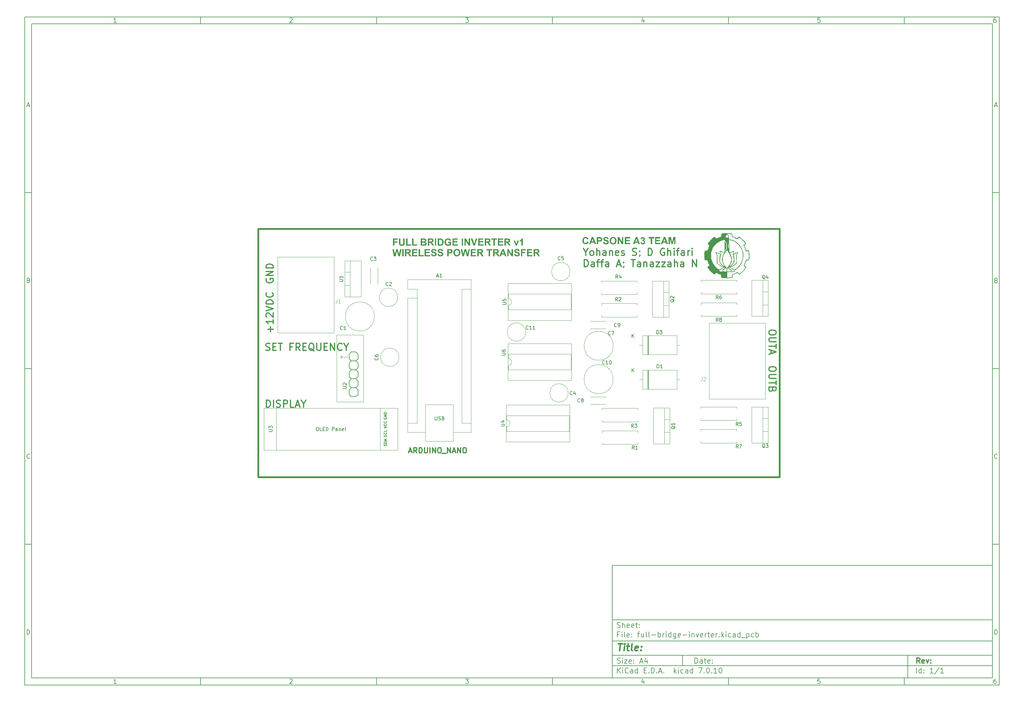
<source format=gbr>
%TF.GenerationSoftware,KiCad,Pcbnew,7.0.10*%
%TF.CreationDate,2024-06-15T06:46:59+07:00*%
%TF.ProjectId,full-bridge-inverter,66756c6c-2d62-4726-9964-67652d696e76,rev?*%
%TF.SameCoordinates,Original*%
%TF.FileFunction,Legend,Top*%
%TF.FilePolarity,Positive*%
%FSLAX46Y46*%
G04 Gerber Fmt 4.6, Leading zero omitted, Abs format (unit mm)*
G04 Created by KiCad (PCBNEW 7.0.10) date 2024-06-15 06:46:59*
%MOMM*%
%LPD*%
G01*
G04 APERTURE LIST*
%ADD10C,0.100000*%
%ADD11C,0.150000*%
%ADD12C,0.300000*%
%ADD13C,0.400000*%
%ADD14C,0.500000*%
%ADD15C,0.120000*%
%ADD16C,0.152400*%
%ADD17C,0.040000*%
G04 APERTURE END LIST*
D10*
D11*
X177002200Y-166007200D02*
X285002200Y-166007200D01*
X285002200Y-198007200D01*
X177002200Y-198007200D01*
X177002200Y-166007200D01*
D10*
D11*
X10000000Y-10000000D02*
X287002200Y-10000000D01*
X287002200Y-200007200D01*
X10000000Y-200007200D01*
X10000000Y-10000000D01*
D10*
D11*
X12000000Y-12000000D02*
X285002200Y-12000000D01*
X285002200Y-198007200D01*
X12000000Y-198007200D01*
X12000000Y-12000000D01*
D10*
D11*
X60000000Y-12000000D02*
X60000000Y-10000000D01*
D10*
D11*
X110000000Y-12000000D02*
X110000000Y-10000000D01*
D10*
D11*
X160000000Y-12000000D02*
X160000000Y-10000000D01*
D10*
D11*
X210000000Y-12000000D02*
X210000000Y-10000000D01*
D10*
D11*
X260000000Y-12000000D02*
X260000000Y-10000000D01*
D10*
D11*
X36089160Y-11593604D02*
X35346303Y-11593604D01*
X35717731Y-11593604D02*
X35717731Y-10293604D01*
X35717731Y-10293604D02*
X35593922Y-10479319D01*
X35593922Y-10479319D02*
X35470112Y-10603128D01*
X35470112Y-10603128D02*
X35346303Y-10665033D01*
D10*
D11*
X85346303Y-10417414D02*
X85408207Y-10355509D01*
X85408207Y-10355509D02*
X85532017Y-10293604D01*
X85532017Y-10293604D02*
X85841541Y-10293604D01*
X85841541Y-10293604D02*
X85965350Y-10355509D01*
X85965350Y-10355509D02*
X86027255Y-10417414D01*
X86027255Y-10417414D02*
X86089160Y-10541223D01*
X86089160Y-10541223D02*
X86089160Y-10665033D01*
X86089160Y-10665033D02*
X86027255Y-10850747D01*
X86027255Y-10850747D02*
X85284398Y-11593604D01*
X85284398Y-11593604D02*
X86089160Y-11593604D01*
D10*
D11*
X135284398Y-10293604D02*
X136089160Y-10293604D01*
X136089160Y-10293604D02*
X135655826Y-10788842D01*
X135655826Y-10788842D02*
X135841541Y-10788842D01*
X135841541Y-10788842D02*
X135965350Y-10850747D01*
X135965350Y-10850747D02*
X136027255Y-10912652D01*
X136027255Y-10912652D02*
X136089160Y-11036461D01*
X136089160Y-11036461D02*
X136089160Y-11345985D01*
X136089160Y-11345985D02*
X136027255Y-11469795D01*
X136027255Y-11469795D02*
X135965350Y-11531700D01*
X135965350Y-11531700D02*
X135841541Y-11593604D01*
X135841541Y-11593604D02*
X135470112Y-11593604D01*
X135470112Y-11593604D02*
X135346303Y-11531700D01*
X135346303Y-11531700D02*
X135284398Y-11469795D01*
D10*
D11*
X185965350Y-10726938D02*
X185965350Y-11593604D01*
X185655826Y-10231700D02*
X185346303Y-11160271D01*
X185346303Y-11160271D02*
X186151064Y-11160271D01*
D10*
D11*
X236027255Y-10293604D02*
X235408207Y-10293604D01*
X235408207Y-10293604D02*
X235346303Y-10912652D01*
X235346303Y-10912652D02*
X235408207Y-10850747D01*
X235408207Y-10850747D02*
X235532017Y-10788842D01*
X235532017Y-10788842D02*
X235841541Y-10788842D01*
X235841541Y-10788842D02*
X235965350Y-10850747D01*
X235965350Y-10850747D02*
X236027255Y-10912652D01*
X236027255Y-10912652D02*
X236089160Y-11036461D01*
X236089160Y-11036461D02*
X236089160Y-11345985D01*
X236089160Y-11345985D02*
X236027255Y-11469795D01*
X236027255Y-11469795D02*
X235965350Y-11531700D01*
X235965350Y-11531700D02*
X235841541Y-11593604D01*
X235841541Y-11593604D02*
X235532017Y-11593604D01*
X235532017Y-11593604D02*
X235408207Y-11531700D01*
X235408207Y-11531700D02*
X235346303Y-11469795D01*
D10*
D11*
X285965350Y-10293604D02*
X285717731Y-10293604D01*
X285717731Y-10293604D02*
X285593922Y-10355509D01*
X285593922Y-10355509D02*
X285532017Y-10417414D01*
X285532017Y-10417414D02*
X285408207Y-10603128D01*
X285408207Y-10603128D02*
X285346303Y-10850747D01*
X285346303Y-10850747D02*
X285346303Y-11345985D01*
X285346303Y-11345985D02*
X285408207Y-11469795D01*
X285408207Y-11469795D02*
X285470112Y-11531700D01*
X285470112Y-11531700D02*
X285593922Y-11593604D01*
X285593922Y-11593604D02*
X285841541Y-11593604D01*
X285841541Y-11593604D02*
X285965350Y-11531700D01*
X285965350Y-11531700D02*
X286027255Y-11469795D01*
X286027255Y-11469795D02*
X286089160Y-11345985D01*
X286089160Y-11345985D02*
X286089160Y-11036461D01*
X286089160Y-11036461D02*
X286027255Y-10912652D01*
X286027255Y-10912652D02*
X285965350Y-10850747D01*
X285965350Y-10850747D02*
X285841541Y-10788842D01*
X285841541Y-10788842D02*
X285593922Y-10788842D01*
X285593922Y-10788842D02*
X285470112Y-10850747D01*
X285470112Y-10850747D02*
X285408207Y-10912652D01*
X285408207Y-10912652D02*
X285346303Y-11036461D01*
D10*
D11*
X60000000Y-198007200D02*
X60000000Y-200007200D01*
D10*
D11*
X110000000Y-198007200D02*
X110000000Y-200007200D01*
D10*
D11*
X160000000Y-198007200D02*
X160000000Y-200007200D01*
D10*
D11*
X210000000Y-198007200D02*
X210000000Y-200007200D01*
D10*
D11*
X260000000Y-198007200D02*
X260000000Y-200007200D01*
D10*
D11*
X36089160Y-199600804D02*
X35346303Y-199600804D01*
X35717731Y-199600804D02*
X35717731Y-198300804D01*
X35717731Y-198300804D02*
X35593922Y-198486519D01*
X35593922Y-198486519D02*
X35470112Y-198610328D01*
X35470112Y-198610328D02*
X35346303Y-198672233D01*
D10*
D11*
X85346303Y-198424614D02*
X85408207Y-198362709D01*
X85408207Y-198362709D02*
X85532017Y-198300804D01*
X85532017Y-198300804D02*
X85841541Y-198300804D01*
X85841541Y-198300804D02*
X85965350Y-198362709D01*
X85965350Y-198362709D02*
X86027255Y-198424614D01*
X86027255Y-198424614D02*
X86089160Y-198548423D01*
X86089160Y-198548423D02*
X86089160Y-198672233D01*
X86089160Y-198672233D02*
X86027255Y-198857947D01*
X86027255Y-198857947D02*
X85284398Y-199600804D01*
X85284398Y-199600804D02*
X86089160Y-199600804D01*
D10*
D11*
X135284398Y-198300804D02*
X136089160Y-198300804D01*
X136089160Y-198300804D02*
X135655826Y-198796042D01*
X135655826Y-198796042D02*
X135841541Y-198796042D01*
X135841541Y-198796042D02*
X135965350Y-198857947D01*
X135965350Y-198857947D02*
X136027255Y-198919852D01*
X136027255Y-198919852D02*
X136089160Y-199043661D01*
X136089160Y-199043661D02*
X136089160Y-199353185D01*
X136089160Y-199353185D02*
X136027255Y-199476995D01*
X136027255Y-199476995D02*
X135965350Y-199538900D01*
X135965350Y-199538900D02*
X135841541Y-199600804D01*
X135841541Y-199600804D02*
X135470112Y-199600804D01*
X135470112Y-199600804D02*
X135346303Y-199538900D01*
X135346303Y-199538900D02*
X135284398Y-199476995D01*
D10*
D11*
X185965350Y-198734138D02*
X185965350Y-199600804D01*
X185655826Y-198238900D02*
X185346303Y-199167471D01*
X185346303Y-199167471D02*
X186151064Y-199167471D01*
D10*
D11*
X236027255Y-198300804D02*
X235408207Y-198300804D01*
X235408207Y-198300804D02*
X235346303Y-198919852D01*
X235346303Y-198919852D02*
X235408207Y-198857947D01*
X235408207Y-198857947D02*
X235532017Y-198796042D01*
X235532017Y-198796042D02*
X235841541Y-198796042D01*
X235841541Y-198796042D02*
X235965350Y-198857947D01*
X235965350Y-198857947D02*
X236027255Y-198919852D01*
X236027255Y-198919852D02*
X236089160Y-199043661D01*
X236089160Y-199043661D02*
X236089160Y-199353185D01*
X236089160Y-199353185D02*
X236027255Y-199476995D01*
X236027255Y-199476995D02*
X235965350Y-199538900D01*
X235965350Y-199538900D02*
X235841541Y-199600804D01*
X235841541Y-199600804D02*
X235532017Y-199600804D01*
X235532017Y-199600804D02*
X235408207Y-199538900D01*
X235408207Y-199538900D02*
X235346303Y-199476995D01*
D10*
D11*
X285965350Y-198300804D02*
X285717731Y-198300804D01*
X285717731Y-198300804D02*
X285593922Y-198362709D01*
X285593922Y-198362709D02*
X285532017Y-198424614D01*
X285532017Y-198424614D02*
X285408207Y-198610328D01*
X285408207Y-198610328D02*
X285346303Y-198857947D01*
X285346303Y-198857947D02*
X285346303Y-199353185D01*
X285346303Y-199353185D02*
X285408207Y-199476995D01*
X285408207Y-199476995D02*
X285470112Y-199538900D01*
X285470112Y-199538900D02*
X285593922Y-199600804D01*
X285593922Y-199600804D02*
X285841541Y-199600804D01*
X285841541Y-199600804D02*
X285965350Y-199538900D01*
X285965350Y-199538900D02*
X286027255Y-199476995D01*
X286027255Y-199476995D02*
X286089160Y-199353185D01*
X286089160Y-199353185D02*
X286089160Y-199043661D01*
X286089160Y-199043661D02*
X286027255Y-198919852D01*
X286027255Y-198919852D02*
X285965350Y-198857947D01*
X285965350Y-198857947D02*
X285841541Y-198796042D01*
X285841541Y-198796042D02*
X285593922Y-198796042D01*
X285593922Y-198796042D02*
X285470112Y-198857947D01*
X285470112Y-198857947D02*
X285408207Y-198919852D01*
X285408207Y-198919852D02*
X285346303Y-199043661D01*
D10*
D11*
X10000000Y-60000000D02*
X12000000Y-60000000D01*
D10*
D11*
X10000000Y-110000000D02*
X12000000Y-110000000D01*
D10*
D11*
X10000000Y-160000000D02*
X12000000Y-160000000D01*
D10*
D11*
X10690476Y-35222176D02*
X11309523Y-35222176D01*
X10566666Y-35593604D02*
X10999999Y-34293604D01*
X10999999Y-34293604D02*
X11433333Y-35593604D01*
D10*
D11*
X11092857Y-84912652D02*
X11278571Y-84974557D01*
X11278571Y-84974557D02*
X11340476Y-85036461D01*
X11340476Y-85036461D02*
X11402380Y-85160271D01*
X11402380Y-85160271D02*
X11402380Y-85345985D01*
X11402380Y-85345985D02*
X11340476Y-85469795D01*
X11340476Y-85469795D02*
X11278571Y-85531700D01*
X11278571Y-85531700D02*
X11154761Y-85593604D01*
X11154761Y-85593604D02*
X10659523Y-85593604D01*
X10659523Y-85593604D02*
X10659523Y-84293604D01*
X10659523Y-84293604D02*
X11092857Y-84293604D01*
X11092857Y-84293604D02*
X11216666Y-84355509D01*
X11216666Y-84355509D02*
X11278571Y-84417414D01*
X11278571Y-84417414D02*
X11340476Y-84541223D01*
X11340476Y-84541223D02*
X11340476Y-84665033D01*
X11340476Y-84665033D02*
X11278571Y-84788842D01*
X11278571Y-84788842D02*
X11216666Y-84850747D01*
X11216666Y-84850747D02*
X11092857Y-84912652D01*
X11092857Y-84912652D02*
X10659523Y-84912652D01*
D10*
D11*
X11402380Y-135469795D02*
X11340476Y-135531700D01*
X11340476Y-135531700D02*
X11154761Y-135593604D01*
X11154761Y-135593604D02*
X11030952Y-135593604D01*
X11030952Y-135593604D02*
X10845238Y-135531700D01*
X10845238Y-135531700D02*
X10721428Y-135407890D01*
X10721428Y-135407890D02*
X10659523Y-135284080D01*
X10659523Y-135284080D02*
X10597619Y-135036461D01*
X10597619Y-135036461D02*
X10597619Y-134850747D01*
X10597619Y-134850747D02*
X10659523Y-134603128D01*
X10659523Y-134603128D02*
X10721428Y-134479319D01*
X10721428Y-134479319D02*
X10845238Y-134355509D01*
X10845238Y-134355509D02*
X11030952Y-134293604D01*
X11030952Y-134293604D02*
X11154761Y-134293604D01*
X11154761Y-134293604D02*
X11340476Y-134355509D01*
X11340476Y-134355509D02*
X11402380Y-134417414D01*
D10*
D11*
X10659523Y-185593604D02*
X10659523Y-184293604D01*
X10659523Y-184293604D02*
X10969047Y-184293604D01*
X10969047Y-184293604D02*
X11154761Y-184355509D01*
X11154761Y-184355509D02*
X11278571Y-184479319D01*
X11278571Y-184479319D02*
X11340476Y-184603128D01*
X11340476Y-184603128D02*
X11402380Y-184850747D01*
X11402380Y-184850747D02*
X11402380Y-185036461D01*
X11402380Y-185036461D02*
X11340476Y-185284080D01*
X11340476Y-185284080D02*
X11278571Y-185407890D01*
X11278571Y-185407890D02*
X11154761Y-185531700D01*
X11154761Y-185531700D02*
X10969047Y-185593604D01*
X10969047Y-185593604D02*
X10659523Y-185593604D01*
D10*
D11*
X287002200Y-60000000D02*
X285002200Y-60000000D01*
D10*
D11*
X287002200Y-110000000D02*
X285002200Y-110000000D01*
D10*
D11*
X287002200Y-160000000D02*
X285002200Y-160000000D01*
D10*
D11*
X285692676Y-35222176D02*
X286311723Y-35222176D01*
X285568866Y-35593604D02*
X286002199Y-34293604D01*
X286002199Y-34293604D02*
X286435533Y-35593604D01*
D10*
D11*
X286095057Y-84912652D02*
X286280771Y-84974557D01*
X286280771Y-84974557D02*
X286342676Y-85036461D01*
X286342676Y-85036461D02*
X286404580Y-85160271D01*
X286404580Y-85160271D02*
X286404580Y-85345985D01*
X286404580Y-85345985D02*
X286342676Y-85469795D01*
X286342676Y-85469795D02*
X286280771Y-85531700D01*
X286280771Y-85531700D02*
X286156961Y-85593604D01*
X286156961Y-85593604D02*
X285661723Y-85593604D01*
X285661723Y-85593604D02*
X285661723Y-84293604D01*
X285661723Y-84293604D02*
X286095057Y-84293604D01*
X286095057Y-84293604D02*
X286218866Y-84355509D01*
X286218866Y-84355509D02*
X286280771Y-84417414D01*
X286280771Y-84417414D02*
X286342676Y-84541223D01*
X286342676Y-84541223D02*
X286342676Y-84665033D01*
X286342676Y-84665033D02*
X286280771Y-84788842D01*
X286280771Y-84788842D02*
X286218866Y-84850747D01*
X286218866Y-84850747D02*
X286095057Y-84912652D01*
X286095057Y-84912652D02*
X285661723Y-84912652D01*
D10*
D11*
X286404580Y-135469795D02*
X286342676Y-135531700D01*
X286342676Y-135531700D02*
X286156961Y-135593604D01*
X286156961Y-135593604D02*
X286033152Y-135593604D01*
X286033152Y-135593604D02*
X285847438Y-135531700D01*
X285847438Y-135531700D02*
X285723628Y-135407890D01*
X285723628Y-135407890D02*
X285661723Y-135284080D01*
X285661723Y-135284080D02*
X285599819Y-135036461D01*
X285599819Y-135036461D02*
X285599819Y-134850747D01*
X285599819Y-134850747D02*
X285661723Y-134603128D01*
X285661723Y-134603128D02*
X285723628Y-134479319D01*
X285723628Y-134479319D02*
X285847438Y-134355509D01*
X285847438Y-134355509D02*
X286033152Y-134293604D01*
X286033152Y-134293604D02*
X286156961Y-134293604D01*
X286156961Y-134293604D02*
X286342676Y-134355509D01*
X286342676Y-134355509D02*
X286404580Y-134417414D01*
D10*
D11*
X285661723Y-185593604D02*
X285661723Y-184293604D01*
X285661723Y-184293604D02*
X285971247Y-184293604D01*
X285971247Y-184293604D02*
X286156961Y-184355509D01*
X286156961Y-184355509D02*
X286280771Y-184479319D01*
X286280771Y-184479319D02*
X286342676Y-184603128D01*
X286342676Y-184603128D02*
X286404580Y-184850747D01*
X286404580Y-184850747D02*
X286404580Y-185036461D01*
X286404580Y-185036461D02*
X286342676Y-185284080D01*
X286342676Y-185284080D02*
X286280771Y-185407890D01*
X286280771Y-185407890D02*
X286156961Y-185531700D01*
X286156961Y-185531700D02*
X285971247Y-185593604D01*
X285971247Y-185593604D02*
X285661723Y-185593604D01*
D10*
D11*
X200458026Y-193793328D02*
X200458026Y-192293328D01*
X200458026Y-192293328D02*
X200815169Y-192293328D01*
X200815169Y-192293328D02*
X201029455Y-192364757D01*
X201029455Y-192364757D02*
X201172312Y-192507614D01*
X201172312Y-192507614D02*
X201243741Y-192650471D01*
X201243741Y-192650471D02*
X201315169Y-192936185D01*
X201315169Y-192936185D02*
X201315169Y-193150471D01*
X201315169Y-193150471D02*
X201243741Y-193436185D01*
X201243741Y-193436185D02*
X201172312Y-193579042D01*
X201172312Y-193579042D02*
X201029455Y-193721900D01*
X201029455Y-193721900D02*
X200815169Y-193793328D01*
X200815169Y-193793328D02*
X200458026Y-193793328D01*
X202600884Y-193793328D02*
X202600884Y-193007614D01*
X202600884Y-193007614D02*
X202529455Y-192864757D01*
X202529455Y-192864757D02*
X202386598Y-192793328D01*
X202386598Y-192793328D02*
X202100884Y-192793328D01*
X202100884Y-192793328D02*
X201958026Y-192864757D01*
X202600884Y-193721900D02*
X202458026Y-193793328D01*
X202458026Y-193793328D02*
X202100884Y-193793328D01*
X202100884Y-193793328D02*
X201958026Y-193721900D01*
X201958026Y-193721900D02*
X201886598Y-193579042D01*
X201886598Y-193579042D02*
X201886598Y-193436185D01*
X201886598Y-193436185D02*
X201958026Y-193293328D01*
X201958026Y-193293328D02*
X202100884Y-193221900D01*
X202100884Y-193221900D02*
X202458026Y-193221900D01*
X202458026Y-193221900D02*
X202600884Y-193150471D01*
X203100884Y-192793328D02*
X203672312Y-192793328D01*
X203315169Y-192293328D02*
X203315169Y-193579042D01*
X203315169Y-193579042D02*
X203386598Y-193721900D01*
X203386598Y-193721900D02*
X203529455Y-193793328D01*
X203529455Y-193793328D02*
X203672312Y-193793328D01*
X204743741Y-193721900D02*
X204600884Y-193793328D01*
X204600884Y-193793328D02*
X204315170Y-193793328D01*
X204315170Y-193793328D02*
X204172312Y-193721900D01*
X204172312Y-193721900D02*
X204100884Y-193579042D01*
X204100884Y-193579042D02*
X204100884Y-193007614D01*
X204100884Y-193007614D02*
X204172312Y-192864757D01*
X204172312Y-192864757D02*
X204315170Y-192793328D01*
X204315170Y-192793328D02*
X204600884Y-192793328D01*
X204600884Y-192793328D02*
X204743741Y-192864757D01*
X204743741Y-192864757D02*
X204815170Y-193007614D01*
X204815170Y-193007614D02*
X204815170Y-193150471D01*
X204815170Y-193150471D02*
X204100884Y-193293328D01*
X205458026Y-193650471D02*
X205529455Y-193721900D01*
X205529455Y-193721900D02*
X205458026Y-193793328D01*
X205458026Y-193793328D02*
X205386598Y-193721900D01*
X205386598Y-193721900D02*
X205458026Y-193650471D01*
X205458026Y-193650471D02*
X205458026Y-193793328D01*
X205458026Y-192864757D02*
X205529455Y-192936185D01*
X205529455Y-192936185D02*
X205458026Y-193007614D01*
X205458026Y-193007614D02*
X205386598Y-192936185D01*
X205386598Y-192936185D02*
X205458026Y-192864757D01*
X205458026Y-192864757D02*
X205458026Y-193007614D01*
D10*
D11*
X177002200Y-194507200D02*
X285002200Y-194507200D01*
D10*
D11*
X178458026Y-196593328D02*
X178458026Y-195093328D01*
X179315169Y-196593328D02*
X178672312Y-195736185D01*
X179315169Y-195093328D02*
X178458026Y-195950471D01*
X179958026Y-196593328D02*
X179958026Y-195593328D01*
X179958026Y-195093328D02*
X179886598Y-195164757D01*
X179886598Y-195164757D02*
X179958026Y-195236185D01*
X179958026Y-195236185D02*
X180029455Y-195164757D01*
X180029455Y-195164757D02*
X179958026Y-195093328D01*
X179958026Y-195093328D02*
X179958026Y-195236185D01*
X181529455Y-196450471D02*
X181458027Y-196521900D01*
X181458027Y-196521900D02*
X181243741Y-196593328D01*
X181243741Y-196593328D02*
X181100884Y-196593328D01*
X181100884Y-196593328D02*
X180886598Y-196521900D01*
X180886598Y-196521900D02*
X180743741Y-196379042D01*
X180743741Y-196379042D02*
X180672312Y-196236185D01*
X180672312Y-196236185D02*
X180600884Y-195950471D01*
X180600884Y-195950471D02*
X180600884Y-195736185D01*
X180600884Y-195736185D02*
X180672312Y-195450471D01*
X180672312Y-195450471D02*
X180743741Y-195307614D01*
X180743741Y-195307614D02*
X180886598Y-195164757D01*
X180886598Y-195164757D02*
X181100884Y-195093328D01*
X181100884Y-195093328D02*
X181243741Y-195093328D01*
X181243741Y-195093328D02*
X181458027Y-195164757D01*
X181458027Y-195164757D02*
X181529455Y-195236185D01*
X182815170Y-196593328D02*
X182815170Y-195807614D01*
X182815170Y-195807614D02*
X182743741Y-195664757D01*
X182743741Y-195664757D02*
X182600884Y-195593328D01*
X182600884Y-195593328D02*
X182315170Y-195593328D01*
X182315170Y-195593328D02*
X182172312Y-195664757D01*
X182815170Y-196521900D02*
X182672312Y-196593328D01*
X182672312Y-196593328D02*
X182315170Y-196593328D01*
X182315170Y-196593328D02*
X182172312Y-196521900D01*
X182172312Y-196521900D02*
X182100884Y-196379042D01*
X182100884Y-196379042D02*
X182100884Y-196236185D01*
X182100884Y-196236185D02*
X182172312Y-196093328D01*
X182172312Y-196093328D02*
X182315170Y-196021900D01*
X182315170Y-196021900D02*
X182672312Y-196021900D01*
X182672312Y-196021900D02*
X182815170Y-195950471D01*
X184172313Y-196593328D02*
X184172313Y-195093328D01*
X184172313Y-196521900D02*
X184029455Y-196593328D01*
X184029455Y-196593328D02*
X183743741Y-196593328D01*
X183743741Y-196593328D02*
X183600884Y-196521900D01*
X183600884Y-196521900D02*
X183529455Y-196450471D01*
X183529455Y-196450471D02*
X183458027Y-196307614D01*
X183458027Y-196307614D02*
X183458027Y-195879042D01*
X183458027Y-195879042D02*
X183529455Y-195736185D01*
X183529455Y-195736185D02*
X183600884Y-195664757D01*
X183600884Y-195664757D02*
X183743741Y-195593328D01*
X183743741Y-195593328D02*
X184029455Y-195593328D01*
X184029455Y-195593328D02*
X184172313Y-195664757D01*
X186029455Y-195807614D02*
X186529455Y-195807614D01*
X186743741Y-196593328D02*
X186029455Y-196593328D01*
X186029455Y-196593328D02*
X186029455Y-195093328D01*
X186029455Y-195093328D02*
X186743741Y-195093328D01*
X187386598Y-196450471D02*
X187458027Y-196521900D01*
X187458027Y-196521900D02*
X187386598Y-196593328D01*
X187386598Y-196593328D02*
X187315170Y-196521900D01*
X187315170Y-196521900D02*
X187386598Y-196450471D01*
X187386598Y-196450471D02*
X187386598Y-196593328D01*
X188100884Y-196593328D02*
X188100884Y-195093328D01*
X188100884Y-195093328D02*
X188458027Y-195093328D01*
X188458027Y-195093328D02*
X188672313Y-195164757D01*
X188672313Y-195164757D02*
X188815170Y-195307614D01*
X188815170Y-195307614D02*
X188886599Y-195450471D01*
X188886599Y-195450471D02*
X188958027Y-195736185D01*
X188958027Y-195736185D02*
X188958027Y-195950471D01*
X188958027Y-195950471D02*
X188886599Y-196236185D01*
X188886599Y-196236185D02*
X188815170Y-196379042D01*
X188815170Y-196379042D02*
X188672313Y-196521900D01*
X188672313Y-196521900D02*
X188458027Y-196593328D01*
X188458027Y-196593328D02*
X188100884Y-196593328D01*
X189600884Y-196450471D02*
X189672313Y-196521900D01*
X189672313Y-196521900D02*
X189600884Y-196593328D01*
X189600884Y-196593328D02*
X189529456Y-196521900D01*
X189529456Y-196521900D02*
X189600884Y-196450471D01*
X189600884Y-196450471D02*
X189600884Y-196593328D01*
X190243742Y-196164757D02*
X190958028Y-196164757D01*
X190100885Y-196593328D02*
X190600885Y-195093328D01*
X190600885Y-195093328D02*
X191100885Y-196593328D01*
X191600884Y-196450471D02*
X191672313Y-196521900D01*
X191672313Y-196521900D02*
X191600884Y-196593328D01*
X191600884Y-196593328D02*
X191529456Y-196521900D01*
X191529456Y-196521900D02*
X191600884Y-196450471D01*
X191600884Y-196450471D02*
X191600884Y-196593328D01*
X194600884Y-196593328D02*
X194600884Y-195093328D01*
X194743742Y-196021900D02*
X195172313Y-196593328D01*
X195172313Y-195593328D02*
X194600884Y-196164757D01*
X195815170Y-196593328D02*
X195815170Y-195593328D01*
X195815170Y-195093328D02*
X195743742Y-195164757D01*
X195743742Y-195164757D02*
X195815170Y-195236185D01*
X195815170Y-195236185D02*
X195886599Y-195164757D01*
X195886599Y-195164757D02*
X195815170Y-195093328D01*
X195815170Y-195093328D02*
X195815170Y-195236185D01*
X197172314Y-196521900D02*
X197029456Y-196593328D01*
X197029456Y-196593328D02*
X196743742Y-196593328D01*
X196743742Y-196593328D02*
X196600885Y-196521900D01*
X196600885Y-196521900D02*
X196529456Y-196450471D01*
X196529456Y-196450471D02*
X196458028Y-196307614D01*
X196458028Y-196307614D02*
X196458028Y-195879042D01*
X196458028Y-195879042D02*
X196529456Y-195736185D01*
X196529456Y-195736185D02*
X196600885Y-195664757D01*
X196600885Y-195664757D02*
X196743742Y-195593328D01*
X196743742Y-195593328D02*
X197029456Y-195593328D01*
X197029456Y-195593328D02*
X197172314Y-195664757D01*
X198458028Y-196593328D02*
X198458028Y-195807614D01*
X198458028Y-195807614D02*
X198386599Y-195664757D01*
X198386599Y-195664757D02*
X198243742Y-195593328D01*
X198243742Y-195593328D02*
X197958028Y-195593328D01*
X197958028Y-195593328D02*
X197815170Y-195664757D01*
X198458028Y-196521900D02*
X198315170Y-196593328D01*
X198315170Y-196593328D02*
X197958028Y-196593328D01*
X197958028Y-196593328D02*
X197815170Y-196521900D01*
X197815170Y-196521900D02*
X197743742Y-196379042D01*
X197743742Y-196379042D02*
X197743742Y-196236185D01*
X197743742Y-196236185D02*
X197815170Y-196093328D01*
X197815170Y-196093328D02*
X197958028Y-196021900D01*
X197958028Y-196021900D02*
X198315170Y-196021900D01*
X198315170Y-196021900D02*
X198458028Y-195950471D01*
X199815171Y-196593328D02*
X199815171Y-195093328D01*
X199815171Y-196521900D02*
X199672313Y-196593328D01*
X199672313Y-196593328D02*
X199386599Y-196593328D01*
X199386599Y-196593328D02*
X199243742Y-196521900D01*
X199243742Y-196521900D02*
X199172313Y-196450471D01*
X199172313Y-196450471D02*
X199100885Y-196307614D01*
X199100885Y-196307614D02*
X199100885Y-195879042D01*
X199100885Y-195879042D02*
X199172313Y-195736185D01*
X199172313Y-195736185D02*
X199243742Y-195664757D01*
X199243742Y-195664757D02*
X199386599Y-195593328D01*
X199386599Y-195593328D02*
X199672313Y-195593328D01*
X199672313Y-195593328D02*
X199815171Y-195664757D01*
X201529456Y-195093328D02*
X202529456Y-195093328D01*
X202529456Y-195093328D02*
X201886599Y-196593328D01*
X203100884Y-196450471D02*
X203172313Y-196521900D01*
X203172313Y-196521900D02*
X203100884Y-196593328D01*
X203100884Y-196593328D02*
X203029456Y-196521900D01*
X203029456Y-196521900D02*
X203100884Y-196450471D01*
X203100884Y-196450471D02*
X203100884Y-196593328D01*
X204100885Y-195093328D02*
X204243742Y-195093328D01*
X204243742Y-195093328D02*
X204386599Y-195164757D01*
X204386599Y-195164757D02*
X204458028Y-195236185D01*
X204458028Y-195236185D02*
X204529456Y-195379042D01*
X204529456Y-195379042D02*
X204600885Y-195664757D01*
X204600885Y-195664757D02*
X204600885Y-196021900D01*
X204600885Y-196021900D02*
X204529456Y-196307614D01*
X204529456Y-196307614D02*
X204458028Y-196450471D01*
X204458028Y-196450471D02*
X204386599Y-196521900D01*
X204386599Y-196521900D02*
X204243742Y-196593328D01*
X204243742Y-196593328D02*
X204100885Y-196593328D01*
X204100885Y-196593328D02*
X203958028Y-196521900D01*
X203958028Y-196521900D02*
X203886599Y-196450471D01*
X203886599Y-196450471D02*
X203815170Y-196307614D01*
X203815170Y-196307614D02*
X203743742Y-196021900D01*
X203743742Y-196021900D02*
X203743742Y-195664757D01*
X203743742Y-195664757D02*
X203815170Y-195379042D01*
X203815170Y-195379042D02*
X203886599Y-195236185D01*
X203886599Y-195236185D02*
X203958028Y-195164757D01*
X203958028Y-195164757D02*
X204100885Y-195093328D01*
X205243741Y-196450471D02*
X205315170Y-196521900D01*
X205315170Y-196521900D02*
X205243741Y-196593328D01*
X205243741Y-196593328D02*
X205172313Y-196521900D01*
X205172313Y-196521900D02*
X205243741Y-196450471D01*
X205243741Y-196450471D02*
X205243741Y-196593328D01*
X206743742Y-196593328D02*
X205886599Y-196593328D01*
X206315170Y-196593328D02*
X206315170Y-195093328D01*
X206315170Y-195093328D02*
X206172313Y-195307614D01*
X206172313Y-195307614D02*
X206029456Y-195450471D01*
X206029456Y-195450471D02*
X205886599Y-195521900D01*
X207672313Y-195093328D02*
X207815170Y-195093328D01*
X207815170Y-195093328D02*
X207958027Y-195164757D01*
X207958027Y-195164757D02*
X208029456Y-195236185D01*
X208029456Y-195236185D02*
X208100884Y-195379042D01*
X208100884Y-195379042D02*
X208172313Y-195664757D01*
X208172313Y-195664757D02*
X208172313Y-196021900D01*
X208172313Y-196021900D02*
X208100884Y-196307614D01*
X208100884Y-196307614D02*
X208029456Y-196450471D01*
X208029456Y-196450471D02*
X207958027Y-196521900D01*
X207958027Y-196521900D02*
X207815170Y-196593328D01*
X207815170Y-196593328D02*
X207672313Y-196593328D01*
X207672313Y-196593328D02*
X207529456Y-196521900D01*
X207529456Y-196521900D02*
X207458027Y-196450471D01*
X207458027Y-196450471D02*
X207386598Y-196307614D01*
X207386598Y-196307614D02*
X207315170Y-196021900D01*
X207315170Y-196021900D02*
X207315170Y-195664757D01*
X207315170Y-195664757D02*
X207386598Y-195379042D01*
X207386598Y-195379042D02*
X207458027Y-195236185D01*
X207458027Y-195236185D02*
X207529456Y-195164757D01*
X207529456Y-195164757D02*
X207672313Y-195093328D01*
D10*
D11*
X177002200Y-191507200D02*
X285002200Y-191507200D01*
D10*
D12*
X264413853Y-193785528D02*
X263913853Y-193071242D01*
X263556710Y-193785528D02*
X263556710Y-192285528D01*
X263556710Y-192285528D02*
X264128139Y-192285528D01*
X264128139Y-192285528D02*
X264270996Y-192356957D01*
X264270996Y-192356957D02*
X264342425Y-192428385D01*
X264342425Y-192428385D02*
X264413853Y-192571242D01*
X264413853Y-192571242D02*
X264413853Y-192785528D01*
X264413853Y-192785528D02*
X264342425Y-192928385D01*
X264342425Y-192928385D02*
X264270996Y-192999814D01*
X264270996Y-192999814D02*
X264128139Y-193071242D01*
X264128139Y-193071242D02*
X263556710Y-193071242D01*
X265628139Y-193714100D02*
X265485282Y-193785528D01*
X265485282Y-193785528D02*
X265199568Y-193785528D01*
X265199568Y-193785528D02*
X265056710Y-193714100D01*
X265056710Y-193714100D02*
X264985282Y-193571242D01*
X264985282Y-193571242D02*
X264985282Y-192999814D01*
X264985282Y-192999814D02*
X265056710Y-192856957D01*
X265056710Y-192856957D02*
X265199568Y-192785528D01*
X265199568Y-192785528D02*
X265485282Y-192785528D01*
X265485282Y-192785528D02*
X265628139Y-192856957D01*
X265628139Y-192856957D02*
X265699568Y-192999814D01*
X265699568Y-192999814D02*
X265699568Y-193142671D01*
X265699568Y-193142671D02*
X264985282Y-193285528D01*
X266199567Y-192785528D02*
X266556710Y-193785528D01*
X266556710Y-193785528D02*
X266913853Y-192785528D01*
X267485281Y-193642671D02*
X267556710Y-193714100D01*
X267556710Y-193714100D02*
X267485281Y-193785528D01*
X267485281Y-193785528D02*
X267413853Y-193714100D01*
X267413853Y-193714100D02*
X267485281Y-193642671D01*
X267485281Y-193642671D02*
X267485281Y-193785528D01*
X267485281Y-192856957D02*
X267556710Y-192928385D01*
X267556710Y-192928385D02*
X267485281Y-192999814D01*
X267485281Y-192999814D02*
X267413853Y-192928385D01*
X267413853Y-192928385D02*
X267485281Y-192856957D01*
X267485281Y-192856957D02*
X267485281Y-192999814D01*
D10*
D11*
X178386598Y-193721900D02*
X178600884Y-193793328D01*
X178600884Y-193793328D02*
X178958026Y-193793328D01*
X178958026Y-193793328D02*
X179100884Y-193721900D01*
X179100884Y-193721900D02*
X179172312Y-193650471D01*
X179172312Y-193650471D02*
X179243741Y-193507614D01*
X179243741Y-193507614D02*
X179243741Y-193364757D01*
X179243741Y-193364757D02*
X179172312Y-193221900D01*
X179172312Y-193221900D02*
X179100884Y-193150471D01*
X179100884Y-193150471D02*
X178958026Y-193079042D01*
X178958026Y-193079042D02*
X178672312Y-193007614D01*
X178672312Y-193007614D02*
X178529455Y-192936185D01*
X178529455Y-192936185D02*
X178458026Y-192864757D01*
X178458026Y-192864757D02*
X178386598Y-192721900D01*
X178386598Y-192721900D02*
X178386598Y-192579042D01*
X178386598Y-192579042D02*
X178458026Y-192436185D01*
X178458026Y-192436185D02*
X178529455Y-192364757D01*
X178529455Y-192364757D02*
X178672312Y-192293328D01*
X178672312Y-192293328D02*
X179029455Y-192293328D01*
X179029455Y-192293328D02*
X179243741Y-192364757D01*
X179886597Y-193793328D02*
X179886597Y-192793328D01*
X179886597Y-192293328D02*
X179815169Y-192364757D01*
X179815169Y-192364757D02*
X179886597Y-192436185D01*
X179886597Y-192436185D02*
X179958026Y-192364757D01*
X179958026Y-192364757D02*
X179886597Y-192293328D01*
X179886597Y-192293328D02*
X179886597Y-192436185D01*
X180458026Y-192793328D02*
X181243741Y-192793328D01*
X181243741Y-192793328D02*
X180458026Y-193793328D01*
X180458026Y-193793328D02*
X181243741Y-193793328D01*
X182386598Y-193721900D02*
X182243741Y-193793328D01*
X182243741Y-193793328D02*
X181958027Y-193793328D01*
X181958027Y-193793328D02*
X181815169Y-193721900D01*
X181815169Y-193721900D02*
X181743741Y-193579042D01*
X181743741Y-193579042D02*
X181743741Y-193007614D01*
X181743741Y-193007614D02*
X181815169Y-192864757D01*
X181815169Y-192864757D02*
X181958027Y-192793328D01*
X181958027Y-192793328D02*
X182243741Y-192793328D01*
X182243741Y-192793328D02*
X182386598Y-192864757D01*
X182386598Y-192864757D02*
X182458027Y-193007614D01*
X182458027Y-193007614D02*
X182458027Y-193150471D01*
X182458027Y-193150471D02*
X181743741Y-193293328D01*
X183100883Y-193650471D02*
X183172312Y-193721900D01*
X183172312Y-193721900D02*
X183100883Y-193793328D01*
X183100883Y-193793328D02*
X183029455Y-193721900D01*
X183029455Y-193721900D02*
X183100883Y-193650471D01*
X183100883Y-193650471D02*
X183100883Y-193793328D01*
X183100883Y-192864757D02*
X183172312Y-192936185D01*
X183172312Y-192936185D02*
X183100883Y-193007614D01*
X183100883Y-193007614D02*
X183029455Y-192936185D01*
X183029455Y-192936185D02*
X183100883Y-192864757D01*
X183100883Y-192864757D02*
X183100883Y-193007614D01*
X184886598Y-193364757D02*
X185600884Y-193364757D01*
X184743741Y-193793328D02*
X185243741Y-192293328D01*
X185243741Y-192293328D02*
X185743741Y-193793328D01*
X186886598Y-192793328D02*
X186886598Y-193793328D01*
X186529455Y-192221900D02*
X186172312Y-193293328D01*
X186172312Y-193293328D02*
X187100883Y-193293328D01*
D10*
D11*
X263458026Y-196593328D02*
X263458026Y-195093328D01*
X264815170Y-196593328D02*
X264815170Y-195093328D01*
X264815170Y-196521900D02*
X264672312Y-196593328D01*
X264672312Y-196593328D02*
X264386598Y-196593328D01*
X264386598Y-196593328D02*
X264243741Y-196521900D01*
X264243741Y-196521900D02*
X264172312Y-196450471D01*
X264172312Y-196450471D02*
X264100884Y-196307614D01*
X264100884Y-196307614D02*
X264100884Y-195879042D01*
X264100884Y-195879042D02*
X264172312Y-195736185D01*
X264172312Y-195736185D02*
X264243741Y-195664757D01*
X264243741Y-195664757D02*
X264386598Y-195593328D01*
X264386598Y-195593328D02*
X264672312Y-195593328D01*
X264672312Y-195593328D02*
X264815170Y-195664757D01*
X265529455Y-196450471D02*
X265600884Y-196521900D01*
X265600884Y-196521900D02*
X265529455Y-196593328D01*
X265529455Y-196593328D02*
X265458027Y-196521900D01*
X265458027Y-196521900D02*
X265529455Y-196450471D01*
X265529455Y-196450471D02*
X265529455Y-196593328D01*
X265529455Y-195664757D02*
X265600884Y-195736185D01*
X265600884Y-195736185D02*
X265529455Y-195807614D01*
X265529455Y-195807614D02*
X265458027Y-195736185D01*
X265458027Y-195736185D02*
X265529455Y-195664757D01*
X265529455Y-195664757D02*
X265529455Y-195807614D01*
X268172313Y-196593328D02*
X267315170Y-196593328D01*
X267743741Y-196593328D02*
X267743741Y-195093328D01*
X267743741Y-195093328D02*
X267600884Y-195307614D01*
X267600884Y-195307614D02*
X267458027Y-195450471D01*
X267458027Y-195450471D02*
X267315170Y-195521900D01*
X269886598Y-195021900D02*
X268600884Y-196950471D01*
X271172313Y-196593328D02*
X270315170Y-196593328D01*
X270743741Y-196593328D02*
X270743741Y-195093328D01*
X270743741Y-195093328D02*
X270600884Y-195307614D01*
X270600884Y-195307614D02*
X270458027Y-195450471D01*
X270458027Y-195450471D02*
X270315170Y-195521900D01*
D10*
D11*
X177002200Y-187507200D02*
X285002200Y-187507200D01*
D10*
D13*
X178693928Y-188211638D02*
X179836785Y-188211638D01*
X179015357Y-190211638D02*
X179265357Y-188211638D01*
X180253452Y-190211638D02*
X180420119Y-188878304D01*
X180503452Y-188211638D02*
X180396309Y-188306876D01*
X180396309Y-188306876D02*
X180479643Y-188402114D01*
X180479643Y-188402114D02*
X180586786Y-188306876D01*
X180586786Y-188306876D02*
X180503452Y-188211638D01*
X180503452Y-188211638D02*
X180479643Y-188402114D01*
X181086786Y-188878304D02*
X181848690Y-188878304D01*
X181455833Y-188211638D02*
X181241548Y-189925923D01*
X181241548Y-189925923D02*
X181312976Y-190116400D01*
X181312976Y-190116400D02*
X181491548Y-190211638D01*
X181491548Y-190211638D02*
X181682024Y-190211638D01*
X182634405Y-190211638D02*
X182455833Y-190116400D01*
X182455833Y-190116400D02*
X182384405Y-189925923D01*
X182384405Y-189925923D02*
X182598690Y-188211638D01*
X184170119Y-190116400D02*
X183967738Y-190211638D01*
X183967738Y-190211638D02*
X183586785Y-190211638D01*
X183586785Y-190211638D02*
X183408214Y-190116400D01*
X183408214Y-190116400D02*
X183336785Y-189925923D01*
X183336785Y-189925923D02*
X183432024Y-189164019D01*
X183432024Y-189164019D02*
X183551071Y-188973542D01*
X183551071Y-188973542D02*
X183753452Y-188878304D01*
X183753452Y-188878304D02*
X184134404Y-188878304D01*
X184134404Y-188878304D02*
X184312976Y-188973542D01*
X184312976Y-188973542D02*
X184384404Y-189164019D01*
X184384404Y-189164019D02*
X184360595Y-189354495D01*
X184360595Y-189354495D02*
X183384404Y-189544971D01*
X185134405Y-190021161D02*
X185217738Y-190116400D01*
X185217738Y-190116400D02*
X185110595Y-190211638D01*
X185110595Y-190211638D02*
X185027262Y-190116400D01*
X185027262Y-190116400D02*
X185134405Y-190021161D01*
X185134405Y-190021161D02*
X185110595Y-190211638D01*
X185265357Y-188973542D02*
X185348690Y-189068780D01*
X185348690Y-189068780D02*
X185241548Y-189164019D01*
X185241548Y-189164019D02*
X185158214Y-189068780D01*
X185158214Y-189068780D02*
X185265357Y-188973542D01*
X185265357Y-188973542D02*
X185241548Y-189164019D01*
D10*
D11*
X178958026Y-185607614D02*
X178458026Y-185607614D01*
X178458026Y-186393328D02*
X178458026Y-184893328D01*
X178458026Y-184893328D02*
X179172312Y-184893328D01*
X179743740Y-186393328D02*
X179743740Y-185393328D01*
X179743740Y-184893328D02*
X179672312Y-184964757D01*
X179672312Y-184964757D02*
X179743740Y-185036185D01*
X179743740Y-185036185D02*
X179815169Y-184964757D01*
X179815169Y-184964757D02*
X179743740Y-184893328D01*
X179743740Y-184893328D02*
X179743740Y-185036185D01*
X180672312Y-186393328D02*
X180529455Y-186321900D01*
X180529455Y-186321900D02*
X180458026Y-186179042D01*
X180458026Y-186179042D02*
X180458026Y-184893328D01*
X181815169Y-186321900D02*
X181672312Y-186393328D01*
X181672312Y-186393328D02*
X181386598Y-186393328D01*
X181386598Y-186393328D02*
X181243740Y-186321900D01*
X181243740Y-186321900D02*
X181172312Y-186179042D01*
X181172312Y-186179042D02*
X181172312Y-185607614D01*
X181172312Y-185607614D02*
X181243740Y-185464757D01*
X181243740Y-185464757D02*
X181386598Y-185393328D01*
X181386598Y-185393328D02*
X181672312Y-185393328D01*
X181672312Y-185393328D02*
X181815169Y-185464757D01*
X181815169Y-185464757D02*
X181886598Y-185607614D01*
X181886598Y-185607614D02*
X181886598Y-185750471D01*
X181886598Y-185750471D02*
X181172312Y-185893328D01*
X182529454Y-186250471D02*
X182600883Y-186321900D01*
X182600883Y-186321900D02*
X182529454Y-186393328D01*
X182529454Y-186393328D02*
X182458026Y-186321900D01*
X182458026Y-186321900D02*
X182529454Y-186250471D01*
X182529454Y-186250471D02*
X182529454Y-186393328D01*
X182529454Y-185464757D02*
X182600883Y-185536185D01*
X182600883Y-185536185D02*
X182529454Y-185607614D01*
X182529454Y-185607614D02*
X182458026Y-185536185D01*
X182458026Y-185536185D02*
X182529454Y-185464757D01*
X182529454Y-185464757D02*
X182529454Y-185607614D01*
X184172312Y-185393328D02*
X184743740Y-185393328D01*
X184386597Y-186393328D02*
X184386597Y-185107614D01*
X184386597Y-185107614D02*
X184458026Y-184964757D01*
X184458026Y-184964757D02*
X184600883Y-184893328D01*
X184600883Y-184893328D02*
X184743740Y-184893328D01*
X185886598Y-185393328D02*
X185886598Y-186393328D01*
X185243740Y-185393328D02*
X185243740Y-186179042D01*
X185243740Y-186179042D02*
X185315169Y-186321900D01*
X185315169Y-186321900D02*
X185458026Y-186393328D01*
X185458026Y-186393328D02*
X185672312Y-186393328D01*
X185672312Y-186393328D02*
X185815169Y-186321900D01*
X185815169Y-186321900D02*
X185886598Y-186250471D01*
X186815169Y-186393328D02*
X186672312Y-186321900D01*
X186672312Y-186321900D02*
X186600883Y-186179042D01*
X186600883Y-186179042D02*
X186600883Y-184893328D01*
X187600883Y-186393328D02*
X187458026Y-186321900D01*
X187458026Y-186321900D02*
X187386597Y-186179042D01*
X187386597Y-186179042D02*
X187386597Y-184893328D01*
X188172311Y-185821900D02*
X189315169Y-185821900D01*
X190029454Y-186393328D02*
X190029454Y-184893328D01*
X190029454Y-185464757D02*
X190172312Y-185393328D01*
X190172312Y-185393328D02*
X190458026Y-185393328D01*
X190458026Y-185393328D02*
X190600883Y-185464757D01*
X190600883Y-185464757D02*
X190672312Y-185536185D01*
X190672312Y-185536185D02*
X190743740Y-185679042D01*
X190743740Y-185679042D02*
X190743740Y-186107614D01*
X190743740Y-186107614D02*
X190672312Y-186250471D01*
X190672312Y-186250471D02*
X190600883Y-186321900D01*
X190600883Y-186321900D02*
X190458026Y-186393328D01*
X190458026Y-186393328D02*
X190172312Y-186393328D01*
X190172312Y-186393328D02*
X190029454Y-186321900D01*
X191386597Y-186393328D02*
X191386597Y-185393328D01*
X191386597Y-185679042D02*
X191458026Y-185536185D01*
X191458026Y-185536185D02*
X191529455Y-185464757D01*
X191529455Y-185464757D02*
X191672312Y-185393328D01*
X191672312Y-185393328D02*
X191815169Y-185393328D01*
X192315168Y-186393328D02*
X192315168Y-185393328D01*
X192315168Y-184893328D02*
X192243740Y-184964757D01*
X192243740Y-184964757D02*
X192315168Y-185036185D01*
X192315168Y-185036185D02*
X192386597Y-184964757D01*
X192386597Y-184964757D02*
X192315168Y-184893328D01*
X192315168Y-184893328D02*
X192315168Y-185036185D01*
X193672312Y-186393328D02*
X193672312Y-184893328D01*
X193672312Y-186321900D02*
X193529454Y-186393328D01*
X193529454Y-186393328D02*
X193243740Y-186393328D01*
X193243740Y-186393328D02*
X193100883Y-186321900D01*
X193100883Y-186321900D02*
X193029454Y-186250471D01*
X193029454Y-186250471D02*
X192958026Y-186107614D01*
X192958026Y-186107614D02*
X192958026Y-185679042D01*
X192958026Y-185679042D02*
X193029454Y-185536185D01*
X193029454Y-185536185D02*
X193100883Y-185464757D01*
X193100883Y-185464757D02*
X193243740Y-185393328D01*
X193243740Y-185393328D02*
X193529454Y-185393328D01*
X193529454Y-185393328D02*
X193672312Y-185464757D01*
X195029455Y-185393328D02*
X195029455Y-186607614D01*
X195029455Y-186607614D02*
X194958026Y-186750471D01*
X194958026Y-186750471D02*
X194886597Y-186821900D01*
X194886597Y-186821900D02*
X194743740Y-186893328D01*
X194743740Y-186893328D02*
X194529455Y-186893328D01*
X194529455Y-186893328D02*
X194386597Y-186821900D01*
X195029455Y-186321900D02*
X194886597Y-186393328D01*
X194886597Y-186393328D02*
X194600883Y-186393328D01*
X194600883Y-186393328D02*
X194458026Y-186321900D01*
X194458026Y-186321900D02*
X194386597Y-186250471D01*
X194386597Y-186250471D02*
X194315169Y-186107614D01*
X194315169Y-186107614D02*
X194315169Y-185679042D01*
X194315169Y-185679042D02*
X194386597Y-185536185D01*
X194386597Y-185536185D02*
X194458026Y-185464757D01*
X194458026Y-185464757D02*
X194600883Y-185393328D01*
X194600883Y-185393328D02*
X194886597Y-185393328D01*
X194886597Y-185393328D02*
X195029455Y-185464757D01*
X196315169Y-186321900D02*
X196172312Y-186393328D01*
X196172312Y-186393328D02*
X195886598Y-186393328D01*
X195886598Y-186393328D02*
X195743740Y-186321900D01*
X195743740Y-186321900D02*
X195672312Y-186179042D01*
X195672312Y-186179042D02*
X195672312Y-185607614D01*
X195672312Y-185607614D02*
X195743740Y-185464757D01*
X195743740Y-185464757D02*
X195886598Y-185393328D01*
X195886598Y-185393328D02*
X196172312Y-185393328D01*
X196172312Y-185393328D02*
X196315169Y-185464757D01*
X196315169Y-185464757D02*
X196386598Y-185607614D01*
X196386598Y-185607614D02*
X196386598Y-185750471D01*
X196386598Y-185750471D02*
X195672312Y-185893328D01*
X197029454Y-185821900D02*
X198172312Y-185821900D01*
X198886597Y-186393328D02*
X198886597Y-185393328D01*
X198886597Y-184893328D02*
X198815169Y-184964757D01*
X198815169Y-184964757D02*
X198886597Y-185036185D01*
X198886597Y-185036185D02*
X198958026Y-184964757D01*
X198958026Y-184964757D02*
X198886597Y-184893328D01*
X198886597Y-184893328D02*
X198886597Y-185036185D01*
X199600883Y-185393328D02*
X199600883Y-186393328D01*
X199600883Y-185536185D02*
X199672312Y-185464757D01*
X199672312Y-185464757D02*
X199815169Y-185393328D01*
X199815169Y-185393328D02*
X200029455Y-185393328D01*
X200029455Y-185393328D02*
X200172312Y-185464757D01*
X200172312Y-185464757D02*
X200243741Y-185607614D01*
X200243741Y-185607614D02*
X200243741Y-186393328D01*
X200815169Y-185393328D02*
X201172312Y-186393328D01*
X201172312Y-186393328D02*
X201529455Y-185393328D01*
X202672312Y-186321900D02*
X202529455Y-186393328D01*
X202529455Y-186393328D02*
X202243741Y-186393328D01*
X202243741Y-186393328D02*
X202100883Y-186321900D01*
X202100883Y-186321900D02*
X202029455Y-186179042D01*
X202029455Y-186179042D02*
X202029455Y-185607614D01*
X202029455Y-185607614D02*
X202100883Y-185464757D01*
X202100883Y-185464757D02*
X202243741Y-185393328D01*
X202243741Y-185393328D02*
X202529455Y-185393328D01*
X202529455Y-185393328D02*
X202672312Y-185464757D01*
X202672312Y-185464757D02*
X202743741Y-185607614D01*
X202743741Y-185607614D02*
X202743741Y-185750471D01*
X202743741Y-185750471D02*
X202029455Y-185893328D01*
X203386597Y-186393328D02*
X203386597Y-185393328D01*
X203386597Y-185679042D02*
X203458026Y-185536185D01*
X203458026Y-185536185D02*
X203529455Y-185464757D01*
X203529455Y-185464757D02*
X203672312Y-185393328D01*
X203672312Y-185393328D02*
X203815169Y-185393328D01*
X204100883Y-185393328D02*
X204672311Y-185393328D01*
X204315168Y-184893328D02*
X204315168Y-186179042D01*
X204315168Y-186179042D02*
X204386597Y-186321900D01*
X204386597Y-186321900D02*
X204529454Y-186393328D01*
X204529454Y-186393328D02*
X204672311Y-186393328D01*
X205743740Y-186321900D02*
X205600883Y-186393328D01*
X205600883Y-186393328D02*
X205315169Y-186393328D01*
X205315169Y-186393328D02*
X205172311Y-186321900D01*
X205172311Y-186321900D02*
X205100883Y-186179042D01*
X205100883Y-186179042D02*
X205100883Y-185607614D01*
X205100883Y-185607614D02*
X205172311Y-185464757D01*
X205172311Y-185464757D02*
X205315169Y-185393328D01*
X205315169Y-185393328D02*
X205600883Y-185393328D01*
X205600883Y-185393328D02*
X205743740Y-185464757D01*
X205743740Y-185464757D02*
X205815169Y-185607614D01*
X205815169Y-185607614D02*
X205815169Y-185750471D01*
X205815169Y-185750471D02*
X205100883Y-185893328D01*
X206458025Y-186393328D02*
X206458025Y-185393328D01*
X206458025Y-185679042D02*
X206529454Y-185536185D01*
X206529454Y-185536185D02*
X206600883Y-185464757D01*
X206600883Y-185464757D02*
X206743740Y-185393328D01*
X206743740Y-185393328D02*
X206886597Y-185393328D01*
X207386596Y-186250471D02*
X207458025Y-186321900D01*
X207458025Y-186321900D02*
X207386596Y-186393328D01*
X207386596Y-186393328D02*
X207315168Y-186321900D01*
X207315168Y-186321900D02*
X207386596Y-186250471D01*
X207386596Y-186250471D02*
X207386596Y-186393328D01*
X208100882Y-186393328D02*
X208100882Y-184893328D01*
X208243740Y-185821900D02*
X208672311Y-186393328D01*
X208672311Y-185393328D02*
X208100882Y-185964757D01*
X209315168Y-186393328D02*
X209315168Y-185393328D01*
X209315168Y-184893328D02*
X209243740Y-184964757D01*
X209243740Y-184964757D02*
X209315168Y-185036185D01*
X209315168Y-185036185D02*
X209386597Y-184964757D01*
X209386597Y-184964757D02*
X209315168Y-184893328D01*
X209315168Y-184893328D02*
X209315168Y-185036185D01*
X210672312Y-186321900D02*
X210529454Y-186393328D01*
X210529454Y-186393328D02*
X210243740Y-186393328D01*
X210243740Y-186393328D02*
X210100883Y-186321900D01*
X210100883Y-186321900D02*
X210029454Y-186250471D01*
X210029454Y-186250471D02*
X209958026Y-186107614D01*
X209958026Y-186107614D02*
X209958026Y-185679042D01*
X209958026Y-185679042D02*
X210029454Y-185536185D01*
X210029454Y-185536185D02*
X210100883Y-185464757D01*
X210100883Y-185464757D02*
X210243740Y-185393328D01*
X210243740Y-185393328D02*
X210529454Y-185393328D01*
X210529454Y-185393328D02*
X210672312Y-185464757D01*
X211958026Y-186393328D02*
X211958026Y-185607614D01*
X211958026Y-185607614D02*
X211886597Y-185464757D01*
X211886597Y-185464757D02*
X211743740Y-185393328D01*
X211743740Y-185393328D02*
X211458026Y-185393328D01*
X211458026Y-185393328D02*
X211315168Y-185464757D01*
X211958026Y-186321900D02*
X211815168Y-186393328D01*
X211815168Y-186393328D02*
X211458026Y-186393328D01*
X211458026Y-186393328D02*
X211315168Y-186321900D01*
X211315168Y-186321900D02*
X211243740Y-186179042D01*
X211243740Y-186179042D02*
X211243740Y-186036185D01*
X211243740Y-186036185D02*
X211315168Y-185893328D01*
X211315168Y-185893328D02*
X211458026Y-185821900D01*
X211458026Y-185821900D02*
X211815168Y-185821900D01*
X211815168Y-185821900D02*
X211958026Y-185750471D01*
X213315169Y-186393328D02*
X213315169Y-184893328D01*
X213315169Y-186321900D02*
X213172311Y-186393328D01*
X213172311Y-186393328D02*
X212886597Y-186393328D01*
X212886597Y-186393328D02*
X212743740Y-186321900D01*
X212743740Y-186321900D02*
X212672311Y-186250471D01*
X212672311Y-186250471D02*
X212600883Y-186107614D01*
X212600883Y-186107614D02*
X212600883Y-185679042D01*
X212600883Y-185679042D02*
X212672311Y-185536185D01*
X212672311Y-185536185D02*
X212743740Y-185464757D01*
X212743740Y-185464757D02*
X212886597Y-185393328D01*
X212886597Y-185393328D02*
X213172311Y-185393328D01*
X213172311Y-185393328D02*
X213315169Y-185464757D01*
X213672312Y-186536185D02*
X214815169Y-186536185D01*
X215172311Y-185393328D02*
X215172311Y-186893328D01*
X215172311Y-185464757D02*
X215315169Y-185393328D01*
X215315169Y-185393328D02*
X215600883Y-185393328D01*
X215600883Y-185393328D02*
X215743740Y-185464757D01*
X215743740Y-185464757D02*
X215815169Y-185536185D01*
X215815169Y-185536185D02*
X215886597Y-185679042D01*
X215886597Y-185679042D02*
X215886597Y-186107614D01*
X215886597Y-186107614D02*
X215815169Y-186250471D01*
X215815169Y-186250471D02*
X215743740Y-186321900D01*
X215743740Y-186321900D02*
X215600883Y-186393328D01*
X215600883Y-186393328D02*
X215315169Y-186393328D01*
X215315169Y-186393328D02*
X215172311Y-186321900D01*
X217172312Y-186321900D02*
X217029454Y-186393328D01*
X217029454Y-186393328D02*
X216743740Y-186393328D01*
X216743740Y-186393328D02*
X216600883Y-186321900D01*
X216600883Y-186321900D02*
X216529454Y-186250471D01*
X216529454Y-186250471D02*
X216458026Y-186107614D01*
X216458026Y-186107614D02*
X216458026Y-185679042D01*
X216458026Y-185679042D02*
X216529454Y-185536185D01*
X216529454Y-185536185D02*
X216600883Y-185464757D01*
X216600883Y-185464757D02*
X216743740Y-185393328D01*
X216743740Y-185393328D02*
X217029454Y-185393328D01*
X217029454Y-185393328D02*
X217172312Y-185464757D01*
X217815168Y-186393328D02*
X217815168Y-184893328D01*
X217815168Y-185464757D02*
X217958026Y-185393328D01*
X217958026Y-185393328D02*
X218243740Y-185393328D01*
X218243740Y-185393328D02*
X218386597Y-185464757D01*
X218386597Y-185464757D02*
X218458026Y-185536185D01*
X218458026Y-185536185D02*
X218529454Y-185679042D01*
X218529454Y-185679042D02*
X218529454Y-186107614D01*
X218529454Y-186107614D02*
X218458026Y-186250471D01*
X218458026Y-186250471D02*
X218386597Y-186321900D01*
X218386597Y-186321900D02*
X218243740Y-186393328D01*
X218243740Y-186393328D02*
X217958026Y-186393328D01*
X217958026Y-186393328D02*
X217815168Y-186321900D01*
D10*
D11*
X177002200Y-181507200D02*
X285002200Y-181507200D01*
D10*
D11*
X178386598Y-183621900D02*
X178600884Y-183693328D01*
X178600884Y-183693328D02*
X178958026Y-183693328D01*
X178958026Y-183693328D02*
X179100884Y-183621900D01*
X179100884Y-183621900D02*
X179172312Y-183550471D01*
X179172312Y-183550471D02*
X179243741Y-183407614D01*
X179243741Y-183407614D02*
X179243741Y-183264757D01*
X179243741Y-183264757D02*
X179172312Y-183121900D01*
X179172312Y-183121900D02*
X179100884Y-183050471D01*
X179100884Y-183050471D02*
X178958026Y-182979042D01*
X178958026Y-182979042D02*
X178672312Y-182907614D01*
X178672312Y-182907614D02*
X178529455Y-182836185D01*
X178529455Y-182836185D02*
X178458026Y-182764757D01*
X178458026Y-182764757D02*
X178386598Y-182621900D01*
X178386598Y-182621900D02*
X178386598Y-182479042D01*
X178386598Y-182479042D02*
X178458026Y-182336185D01*
X178458026Y-182336185D02*
X178529455Y-182264757D01*
X178529455Y-182264757D02*
X178672312Y-182193328D01*
X178672312Y-182193328D02*
X179029455Y-182193328D01*
X179029455Y-182193328D02*
X179243741Y-182264757D01*
X179886597Y-183693328D02*
X179886597Y-182193328D01*
X180529455Y-183693328D02*
X180529455Y-182907614D01*
X180529455Y-182907614D02*
X180458026Y-182764757D01*
X180458026Y-182764757D02*
X180315169Y-182693328D01*
X180315169Y-182693328D02*
X180100883Y-182693328D01*
X180100883Y-182693328D02*
X179958026Y-182764757D01*
X179958026Y-182764757D02*
X179886597Y-182836185D01*
X181815169Y-183621900D02*
X181672312Y-183693328D01*
X181672312Y-183693328D02*
X181386598Y-183693328D01*
X181386598Y-183693328D02*
X181243740Y-183621900D01*
X181243740Y-183621900D02*
X181172312Y-183479042D01*
X181172312Y-183479042D02*
X181172312Y-182907614D01*
X181172312Y-182907614D02*
X181243740Y-182764757D01*
X181243740Y-182764757D02*
X181386598Y-182693328D01*
X181386598Y-182693328D02*
X181672312Y-182693328D01*
X181672312Y-182693328D02*
X181815169Y-182764757D01*
X181815169Y-182764757D02*
X181886598Y-182907614D01*
X181886598Y-182907614D02*
X181886598Y-183050471D01*
X181886598Y-183050471D02*
X181172312Y-183193328D01*
X183100883Y-183621900D02*
X182958026Y-183693328D01*
X182958026Y-183693328D02*
X182672312Y-183693328D01*
X182672312Y-183693328D02*
X182529454Y-183621900D01*
X182529454Y-183621900D02*
X182458026Y-183479042D01*
X182458026Y-183479042D02*
X182458026Y-182907614D01*
X182458026Y-182907614D02*
X182529454Y-182764757D01*
X182529454Y-182764757D02*
X182672312Y-182693328D01*
X182672312Y-182693328D02*
X182958026Y-182693328D01*
X182958026Y-182693328D02*
X183100883Y-182764757D01*
X183100883Y-182764757D02*
X183172312Y-182907614D01*
X183172312Y-182907614D02*
X183172312Y-183050471D01*
X183172312Y-183050471D02*
X182458026Y-183193328D01*
X183600883Y-182693328D02*
X184172311Y-182693328D01*
X183815168Y-182193328D02*
X183815168Y-183479042D01*
X183815168Y-183479042D02*
X183886597Y-183621900D01*
X183886597Y-183621900D02*
X184029454Y-183693328D01*
X184029454Y-183693328D02*
X184172311Y-183693328D01*
X184672311Y-183550471D02*
X184743740Y-183621900D01*
X184743740Y-183621900D02*
X184672311Y-183693328D01*
X184672311Y-183693328D02*
X184600883Y-183621900D01*
X184600883Y-183621900D02*
X184672311Y-183550471D01*
X184672311Y-183550471D02*
X184672311Y-183693328D01*
X184672311Y-182764757D02*
X184743740Y-182836185D01*
X184743740Y-182836185D02*
X184672311Y-182907614D01*
X184672311Y-182907614D02*
X184600883Y-182836185D01*
X184600883Y-182836185D02*
X184672311Y-182764757D01*
X184672311Y-182764757D02*
X184672311Y-182907614D01*
D10*
D12*
D10*
D11*
D10*
D11*
D10*
D11*
D10*
D11*
D10*
D11*
X197002200Y-191507200D02*
X197002200Y-194507200D01*
D10*
D11*
X261002200Y-191507200D02*
X261002200Y-198007200D01*
D14*
X76400000Y-70300000D02*
X224600000Y-70300000D01*
X224600000Y-140900000D01*
X76400000Y-140900000D01*
X76400000Y-70300000D01*
D12*
X78700561Y-84478822D02*
X78605323Y-84669298D01*
X78605323Y-84669298D02*
X78605323Y-84955012D01*
X78605323Y-84955012D02*
X78700561Y-85240727D01*
X78700561Y-85240727D02*
X78891037Y-85431203D01*
X78891037Y-85431203D02*
X79081513Y-85526441D01*
X79081513Y-85526441D02*
X79462465Y-85621679D01*
X79462465Y-85621679D02*
X79748180Y-85621679D01*
X79748180Y-85621679D02*
X80129132Y-85526441D01*
X80129132Y-85526441D02*
X80319608Y-85431203D01*
X80319608Y-85431203D02*
X80510085Y-85240727D01*
X80510085Y-85240727D02*
X80605323Y-84955012D01*
X80605323Y-84955012D02*
X80605323Y-84764536D01*
X80605323Y-84764536D02*
X80510085Y-84478822D01*
X80510085Y-84478822D02*
X80414846Y-84383584D01*
X80414846Y-84383584D02*
X79748180Y-84383584D01*
X79748180Y-84383584D02*
X79748180Y-84764536D01*
X80605323Y-83526441D02*
X78605323Y-83526441D01*
X78605323Y-83526441D02*
X80605323Y-82383584D01*
X80605323Y-82383584D02*
X78605323Y-82383584D01*
X80605323Y-81431203D02*
X78605323Y-81431203D01*
X78605323Y-81431203D02*
X78605323Y-80955013D01*
X78605323Y-80955013D02*
X78700561Y-80669298D01*
X78700561Y-80669298D02*
X78891037Y-80478822D01*
X78891037Y-80478822D02*
X79081513Y-80383584D01*
X79081513Y-80383584D02*
X79462465Y-80288346D01*
X79462465Y-80288346D02*
X79748180Y-80288346D01*
X79748180Y-80288346D02*
X80129132Y-80383584D01*
X80129132Y-80383584D02*
X80319608Y-80478822D01*
X80319608Y-80478822D02*
X80510085Y-80669298D01*
X80510085Y-80669298D02*
X80605323Y-80955013D01*
X80605323Y-80955013D02*
X80605323Y-81431203D01*
X78699243Y-120989638D02*
X78699243Y-118989638D01*
X78699243Y-118989638D02*
X79175433Y-118989638D01*
X79175433Y-118989638D02*
X79461148Y-119084876D01*
X79461148Y-119084876D02*
X79651624Y-119275352D01*
X79651624Y-119275352D02*
X79746862Y-119465828D01*
X79746862Y-119465828D02*
X79842100Y-119846780D01*
X79842100Y-119846780D02*
X79842100Y-120132495D01*
X79842100Y-120132495D02*
X79746862Y-120513447D01*
X79746862Y-120513447D02*
X79651624Y-120703923D01*
X79651624Y-120703923D02*
X79461148Y-120894400D01*
X79461148Y-120894400D02*
X79175433Y-120989638D01*
X79175433Y-120989638D02*
X78699243Y-120989638D01*
X80699243Y-120989638D02*
X80699243Y-118989638D01*
X81556386Y-120894400D02*
X81842100Y-120989638D01*
X81842100Y-120989638D02*
X82318291Y-120989638D01*
X82318291Y-120989638D02*
X82508767Y-120894400D01*
X82508767Y-120894400D02*
X82604005Y-120799161D01*
X82604005Y-120799161D02*
X82699243Y-120608685D01*
X82699243Y-120608685D02*
X82699243Y-120418209D01*
X82699243Y-120418209D02*
X82604005Y-120227733D01*
X82604005Y-120227733D02*
X82508767Y-120132495D01*
X82508767Y-120132495D02*
X82318291Y-120037257D01*
X82318291Y-120037257D02*
X81937338Y-119942019D01*
X81937338Y-119942019D02*
X81746862Y-119846780D01*
X81746862Y-119846780D02*
X81651624Y-119751542D01*
X81651624Y-119751542D02*
X81556386Y-119561066D01*
X81556386Y-119561066D02*
X81556386Y-119370590D01*
X81556386Y-119370590D02*
X81651624Y-119180114D01*
X81651624Y-119180114D02*
X81746862Y-119084876D01*
X81746862Y-119084876D02*
X81937338Y-118989638D01*
X81937338Y-118989638D02*
X82413529Y-118989638D01*
X82413529Y-118989638D02*
X82699243Y-119084876D01*
X83556386Y-120989638D02*
X83556386Y-118989638D01*
X83556386Y-118989638D02*
X84318291Y-118989638D01*
X84318291Y-118989638D02*
X84508767Y-119084876D01*
X84508767Y-119084876D02*
X84604005Y-119180114D01*
X84604005Y-119180114D02*
X84699243Y-119370590D01*
X84699243Y-119370590D02*
X84699243Y-119656304D01*
X84699243Y-119656304D02*
X84604005Y-119846780D01*
X84604005Y-119846780D02*
X84508767Y-119942019D01*
X84508767Y-119942019D02*
X84318291Y-120037257D01*
X84318291Y-120037257D02*
X83556386Y-120037257D01*
X86508767Y-120989638D02*
X85556386Y-120989638D01*
X85556386Y-120989638D02*
X85556386Y-118989638D01*
X87080196Y-120418209D02*
X88032577Y-120418209D01*
X86889720Y-120989638D02*
X87556386Y-118989638D01*
X87556386Y-118989638D02*
X88223053Y-120989638D01*
X89270672Y-120037257D02*
X89270672Y-120989638D01*
X88604006Y-118989638D02*
X89270672Y-120037257D01*
X89270672Y-120037257D02*
X89937339Y-118989638D01*
X78544005Y-104744400D02*
X78829719Y-104839638D01*
X78829719Y-104839638D02*
X79305910Y-104839638D01*
X79305910Y-104839638D02*
X79496386Y-104744400D01*
X79496386Y-104744400D02*
X79591624Y-104649161D01*
X79591624Y-104649161D02*
X79686862Y-104458685D01*
X79686862Y-104458685D02*
X79686862Y-104268209D01*
X79686862Y-104268209D02*
X79591624Y-104077733D01*
X79591624Y-104077733D02*
X79496386Y-103982495D01*
X79496386Y-103982495D02*
X79305910Y-103887257D01*
X79305910Y-103887257D02*
X78924957Y-103792019D01*
X78924957Y-103792019D02*
X78734481Y-103696780D01*
X78734481Y-103696780D02*
X78639243Y-103601542D01*
X78639243Y-103601542D02*
X78544005Y-103411066D01*
X78544005Y-103411066D02*
X78544005Y-103220590D01*
X78544005Y-103220590D02*
X78639243Y-103030114D01*
X78639243Y-103030114D02*
X78734481Y-102934876D01*
X78734481Y-102934876D02*
X78924957Y-102839638D01*
X78924957Y-102839638D02*
X79401148Y-102839638D01*
X79401148Y-102839638D02*
X79686862Y-102934876D01*
X80544005Y-103792019D02*
X81210672Y-103792019D01*
X81496386Y-104839638D02*
X80544005Y-104839638D01*
X80544005Y-104839638D02*
X80544005Y-102839638D01*
X80544005Y-102839638D02*
X81496386Y-102839638D01*
X82067815Y-102839638D02*
X83210672Y-102839638D01*
X82639243Y-104839638D02*
X82639243Y-102839638D01*
X86067816Y-103792019D02*
X85401149Y-103792019D01*
X85401149Y-104839638D02*
X85401149Y-102839638D01*
X85401149Y-102839638D02*
X86353530Y-102839638D01*
X88258292Y-104839638D02*
X87591625Y-103887257D01*
X87115435Y-104839638D02*
X87115435Y-102839638D01*
X87115435Y-102839638D02*
X87877340Y-102839638D01*
X87877340Y-102839638D02*
X88067816Y-102934876D01*
X88067816Y-102934876D02*
X88163054Y-103030114D01*
X88163054Y-103030114D02*
X88258292Y-103220590D01*
X88258292Y-103220590D02*
X88258292Y-103506304D01*
X88258292Y-103506304D02*
X88163054Y-103696780D01*
X88163054Y-103696780D02*
X88067816Y-103792019D01*
X88067816Y-103792019D02*
X87877340Y-103887257D01*
X87877340Y-103887257D02*
X87115435Y-103887257D01*
X89115435Y-103792019D02*
X89782102Y-103792019D01*
X90067816Y-104839638D02*
X89115435Y-104839638D01*
X89115435Y-104839638D02*
X89115435Y-102839638D01*
X89115435Y-102839638D02*
X90067816Y-102839638D01*
X92258292Y-105030114D02*
X92067816Y-104934876D01*
X92067816Y-104934876D02*
X91877340Y-104744400D01*
X91877340Y-104744400D02*
X91591626Y-104458685D01*
X91591626Y-104458685D02*
X91401149Y-104363447D01*
X91401149Y-104363447D02*
X91210673Y-104363447D01*
X91305911Y-104839638D02*
X91115435Y-104744400D01*
X91115435Y-104744400D02*
X90924959Y-104553923D01*
X90924959Y-104553923D02*
X90829721Y-104172971D01*
X90829721Y-104172971D02*
X90829721Y-103506304D01*
X90829721Y-103506304D02*
X90924959Y-103125352D01*
X90924959Y-103125352D02*
X91115435Y-102934876D01*
X91115435Y-102934876D02*
X91305911Y-102839638D01*
X91305911Y-102839638D02*
X91686864Y-102839638D01*
X91686864Y-102839638D02*
X91877340Y-102934876D01*
X91877340Y-102934876D02*
X92067816Y-103125352D01*
X92067816Y-103125352D02*
X92163054Y-103506304D01*
X92163054Y-103506304D02*
X92163054Y-104172971D01*
X92163054Y-104172971D02*
X92067816Y-104553923D01*
X92067816Y-104553923D02*
X91877340Y-104744400D01*
X91877340Y-104744400D02*
X91686864Y-104839638D01*
X91686864Y-104839638D02*
X91305911Y-104839638D01*
X93020197Y-102839638D02*
X93020197Y-104458685D01*
X93020197Y-104458685D02*
X93115435Y-104649161D01*
X93115435Y-104649161D02*
X93210673Y-104744400D01*
X93210673Y-104744400D02*
X93401149Y-104839638D01*
X93401149Y-104839638D02*
X93782102Y-104839638D01*
X93782102Y-104839638D02*
X93972578Y-104744400D01*
X93972578Y-104744400D02*
X94067816Y-104649161D01*
X94067816Y-104649161D02*
X94163054Y-104458685D01*
X94163054Y-104458685D02*
X94163054Y-102839638D01*
X95115435Y-103792019D02*
X95782102Y-103792019D01*
X96067816Y-104839638D02*
X95115435Y-104839638D01*
X95115435Y-104839638D02*
X95115435Y-102839638D01*
X95115435Y-102839638D02*
X96067816Y-102839638D01*
X96924959Y-104839638D02*
X96924959Y-102839638D01*
X96924959Y-102839638D02*
X98067816Y-104839638D01*
X98067816Y-104839638D02*
X98067816Y-102839638D01*
X100163054Y-104649161D02*
X100067816Y-104744400D01*
X100067816Y-104744400D02*
X99782102Y-104839638D01*
X99782102Y-104839638D02*
X99591626Y-104839638D01*
X99591626Y-104839638D02*
X99305911Y-104744400D01*
X99305911Y-104744400D02*
X99115435Y-104553923D01*
X99115435Y-104553923D02*
X99020197Y-104363447D01*
X99020197Y-104363447D02*
X98924959Y-103982495D01*
X98924959Y-103982495D02*
X98924959Y-103696780D01*
X98924959Y-103696780D02*
X99020197Y-103315828D01*
X99020197Y-103315828D02*
X99115435Y-103125352D01*
X99115435Y-103125352D02*
X99305911Y-102934876D01*
X99305911Y-102934876D02*
X99591626Y-102839638D01*
X99591626Y-102839638D02*
X99782102Y-102839638D01*
X99782102Y-102839638D02*
X100067816Y-102934876D01*
X100067816Y-102934876D02*
X100163054Y-103030114D01*
X101401149Y-103887257D02*
X101401149Y-104839638D01*
X100734483Y-102839638D02*
X101401149Y-103887257D01*
X101401149Y-103887257D02*
X102067816Y-102839638D01*
G36*
X114956124Y-78060000D02*
G01*
X114475454Y-76027899D01*
X114891644Y-76027899D01*
X115194994Y-77423991D01*
X115563312Y-76027899D01*
X116046913Y-76027899D01*
X116400088Y-77447438D01*
X116709299Y-76027899D01*
X117118650Y-76027899D01*
X116629676Y-78060000D01*
X116198343Y-78060000D01*
X115796808Y-76540809D01*
X115397227Y-78060000D01*
X114956124Y-78060000D01*
G37*
G36*
X117299878Y-78060000D02*
G01*
X117299878Y-76027899D01*
X117706299Y-76027899D01*
X117706299Y-78060000D01*
X117299878Y-78060000D01*
G37*
G36*
X118967060Y-76027952D02*
G01*
X118986723Y-76028113D01*
X119025012Y-76028754D01*
X119061919Y-76029822D01*
X119097445Y-76031318D01*
X119131589Y-76033242D01*
X119164352Y-76035593D01*
X119195733Y-76038371D01*
X119225733Y-76041577D01*
X119254352Y-76045210D01*
X119281589Y-76049270D01*
X119307444Y-76053758D01*
X119331918Y-76058674D01*
X119355010Y-76064016D01*
X119376721Y-76069787D01*
X119397051Y-76075984D01*
X119415999Y-76082609D01*
X119442961Y-76093619D01*
X119468892Y-76106131D01*
X119493794Y-76120146D01*
X119517665Y-76135664D01*
X119540505Y-76152684D01*
X119562315Y-76171207D01*
X119583095Y-76191232D01*
X119602844Y-76212760D01*
X119615438Y-76227947D01*
X119627574Y-76243802D01*
X119639252Y-76260325D01*
X119650472Y-76277515D01*
X119661119Y-76295198D01*
X119671080Y-76313198D01*
X119680353Y-76331514D01*
X119688940Y-76350147D01*
X119696840Y-76369097D01*
X119704052Y-76388363D01*
X119710578Y-76407947D01*
X119716417Y-76427847D01*
X119721569Y-76448063D01*
X119726034Y-76468597D01*
X119729812Y-76489447D01*
X119732904Y-76510614D01*
X119735308Y-76532098D01*
X119737025Y-76553899D01*
X119738056Y-76576016D01*
X119738399Y-76598450D01*
X119737878Y-76626775D01*
X119736315Y-76654474D01*
X119733711Y-76681546D01*
X119730064Y-76707993D01*
X119725376Y-76733814D01*
X119719646Y-76759009D01*
X119712874Y-76783579D01*
X119705060Y-76807522D01*
X119696204Y-76830840D01*
X119686307Y-76853531D01*
X119675367Y-76875597D01*
X119663386Y-76897037D01*
X119650363Y-76917851D01*
X119636298Y-76938039D01*
X119621191Y-76957602D01*
X119605042Y-76976538D01*
X119587917Y-76994732D01*
X119569757Y-77012068D01*
X119550563Y-77028545D01*
X119530335Y-77044163D01*
X119509072Y-77058922D01*
X119486776Y-77072823D01*
X119463445Y-77085866D01*
X119439079Y-77098049D01*
X119413680Y-77109374D01*
X119387247Y-77119840D01*
X119359779Y-77129448D01*
X119331277Y-77138196D01*
X119301741Y-77146087D01*
X119271170Y-77153118D01*
X119239566Y-77159291D01*
X119206927Y-77164605D01*
X119231248Y-77179301D01*
X119254754Y-77194264D01*
X119277445Y-77209492D01*
X119299319Y-77224987D01*
X119320378Y-77240747D01*
X119340621Y-77256774D01*
X119360048Y-77273068D01*
X119378660Y-77289627D01*
X119396456Y-77306453D01*
X119413436Y-77323544D01*
X119424303Y-77335087D01*
X119440947Y-77353668D01*
X119458638Y-77374791D01*
X119471014Y-77390286D01*
X119483856Y-77406909D01*
X119497163Y-77424663D01*
X119510936Y-77443546D01*
X119525175Y-77463558D01*
X119539879Y-77484701D01*
X119555049Y-77506973D01*
X119570684Y-77530374D01*
X119586785Y-77554905D01*
X119603352Y-77580566D01*
X119620384Y-77607356D01*
X119637882Y-77635276D01*
X119655845Y-77664326D01*
X119902042Y-78060000D01*
X119415510Y-78060000D01*
X119121442Y-77613035D01*
X119102229Y-77584762D01*
X119083790Y-77557829D01*
X119066126Y-77532235D01*
X119049237Y-77507980D01*
X119033123Y-77485065D01*
X119017783Y-77463490D01*
X119003219Y-77443254D01*
X118989428Y-77424357D01*
X118976413Y-77406801D01*
X118964172Y-77390583D01*
X118947264Y-77368769D01*
X118932098Y-77349968D01*
X118918676Y-77334182D01*
X118906996Y-77321409D01*
X118892479Y-77306861D01*
X118877748Y-77293504D01*
X118859034Y-77278482D01*
X118839986Y-77265321D01*
X118820604Y-77254020D01*
X118800888Y-77244579D01*
X118784875Y-77238367D01*
X118762876Y-77231893D01*
X118742616Y-77227504D01*
X118719989Y-77223818D01*
X118694996Y-77220834D01*
X118674699Y-77219056D01*
X118653070Y-77217674D01*
X118630111Y-77216686D01*
X118605821Y-77216094D01*
X118580200Y-77215896D01*
X118497645Y-77215896D01*
X118497645Y-78060000D01*
X118091225Y-78060000D01*
X118091225Y-76371793D01*
X118497645Y-76371793D01*
X118497645Y-76872002D01*
X118798553Y-76872002D01*
X118834269Y-76871909D01*
X118868269Y-76871628D01*
X118900551Y-76871161D01*
X118931115Y-76870506D01*
X118959963Y-76869665D01*
X118987093Y-76868636D01*
X119012506Y-76867421D01*
X119036201Y-76866018D01*
X119058179Y-76864429D01*
X119078440Y-76862652D01*
X119105611Y-76859637D01*
X119128918Y-76856201D01*
X119148361Y-76852344D01*
X119163940Y-76848066D01*
X119185910Y-76839587D01*
X119206329Y-76829414D01*
X119225199Y-76817548D01*
X119242517Y-76803988D01*
X119258286Y-76788735D01*
X119272504Y-76771788D01*
X119277757Y-76764535D01*
X119289719Y-76745337D01*
X119299653Y-76724684D01*
X119307560Y-76702576D01*
X119313439Y-76679012D01*
X119316683Y-76659114D01*
X119318630Y-76638285D01*
X119319278Y-76616524D01*
X119318431Y-76592214D01*
X119315889Y-76569111D01*
X119311653Y-76547213D01*
X119305723Y-76526521D01*
X119298098Y-76507035D01*
X119288779Y-76488755D01*
X119277765Y-76471681D01*
X119265056Y-76455812D01*
X119250799Y-76441250D01*
X119235137Y-76428091D01*
X119218070Y-76416337D01*
X119199599Y-76405987D01*
X119179724Y-76397042D01*
X119158444Y-76389501D01*
X119135760Y-76383364D01*
X119111672Y-76378632D01*
X119091424Y-76376662D01*
X119068271Y-76375326D01*
X119046848Y-76374464D01*
X119021948Y-76373723D01*
X118993571Y-76373102D01*
X118972721Y-76372755D01*
X118950325Y-76372461D01*
X118926383Y-76372220D01*
X118900896Y-76372033D01*
X118873863Y-76371900D01*
X118845285Y-76371820D01*
X118815161Y-76371793D01*
X118497645Y-76371793D01*
X118091225Y-76371793D01*
X118091225Y-76027899D01*
X118947052Y-76027899D01*
X118967060Y-76027952D01*
G37*
G36*
X120110137Y-78060000D02*
G01*
X120110137Y-76027899D01*
X121603437Y-76027899D01*
X121603437Y-76371793D01*
X120517045Y-76371793D01*
X120517045Y-76809476D01*
X121528211Y-76809476D01*
X121528211Y-77153370D01*
X120517045Y-77153370D01*
X120517045Y-77716106D01*
X121642028Y-77716106D01*
X121642028Y-78060000D01*
X120110137Y-78060000D01*
G37*
G36*
X121987387Y-78060000D02*
G01*
X121987387Y-76027899D01*
X122393807Y-76027899D01*
X122393807Y-77716106D01*
X123404973Y-77716106D01*
X123404973Y-78060000D01*
X121987387Y-78060000D01*
G37*
G36*
X123685852Y-78060000D02*
G01*
X123685852Y-76027899D01*
X125179153Y-76027899D01*
X125179153Y-76371793D01*
X124092761Y-76371793D01*
X124092761Y-76809476D01*
X125103926Y-76809476D01*
X125103926Y-77153370D01*
X124092761Y-77153370D01*
X124092761Y-77716106D01*
X125217743Y-77716106D01*
X125217743Y-78060000D01*
X123685852Y-78060000D01*
G37*
G36*
X125448797Y-77403475D02*
G01*
X125844470Y-77372212D01*
X125849214Y-77395991D01*
X125854530Y-77418969D01*
X125860419Y-77441145D01*
X125866880Y-77462520D01*
X125873913Y-77483094D01*
X125881519Y-77502866D01*
X125889697Y-77521837D01*
X125898448Y-77540006D01*
X125907771Y-77557374D01*
X125922829Y-77581924D01*
X125939175Y-77604670D01*
X125956810Y-77625613D01*
X125975732Y-77644752D01*
X125989062Y-77656510D01*
X126010248Y-77672748D01*
X126032774Y-77687388D01*
X126056639Y-77700431D01*
X126081844Y-77711877D01*
X126108388Y-77721726D01*
X126136272Y-77729978D01*
X126155605Y-77734592D01*
X126175534Y-77738496D01*
X126196058Y-77741690D01*
X126217177Y-77744174D01*
X126238892Y-77745949D01*
X126261202Y-77747014D01*
X126284107Y-77747369D01*
X126308276Y-77747050D01*
X126331689Y-77746094D01*
X126354346Y-77744501D01*
X126376248Y-77742270D01*
X126397394Y-77739402D01*
X126417785Y-77735897D01*
X126437419Y-77731754D01*
X126465455Y-77724345D01*
X126491790Y-77715503D01*
X126516425Y-77705226D01*
X126539360Y-77693515D01*
X126560595Y-77680370D01*
X126580130Y-77665792D01*
X126597938Y-77650164D01*
X126613996Y-77634055D01*
X126628301Y-77617466D01*
X126640855Y-77600396D01*
X126651657Y-77582844D01*
X126660707Y-77564812D01*
X126668006Y-77546300D01*
X126673553Y-77527306D01*
X126677348Y-77507831D01*
X126679392Y-77487876D01*
X126679781Y-77474305D01*
X126678755Y-77452836D01*
X126675678Y-77432393D01*
X126670550Y-77412975D01*
X126663371Y-77394583D01*
X126654140Y-77377216D01*
X126642858Y-77360875D01*
X126637771Y-77354626D01*
X126623128Y-77339518D01*
X126605457Y-77325031D01*
X126589138Y-77313887D01*
X126570881Y-77303141D01*
X126550685Y-77292791D01*
X126528551Y-77282838D01*
X126504477Y-77273282D01*
X126491714Y-77268653D01*
X126470915Y-77261676D01*
X126451579Y-77255623D01*
X126429041Y-77248865D01*
X126403299Y-77241403D01*
X126384359Y-77236038D01*
X126363995Y-77230359D01*
X126342208Y-77224367D01*
X126318997Y-77218063D01*
X126294363Y-77211445D01*
X126268306Y-77204515D01*
X126240824Y-77197272D01*
X126211920Y-77189715D01*
X126181592Y-77181846D01*
X126165894Y-77177794D01*
X126145659Y-77172538D01*
X126125806Y-77167212D01*
X126106332Y-77161815D01*
X126087240Y-77156347D01*
X126050197Y-77145199D01*
X126014677Y-77133770D01*
X125980680Y-77122057D01*
X125948205Y-77110063D01*
X125917253Y-77097786D01*
X125887823Y-77085226D01*
X125859917Y-77072384D01*
X125833533Y-77059260D01*
X125808672Y-77045854D01*
X125785333Y-77032165D01*
X125763517Y-77018193D01*
X125743224Y-77003939D01*
X125724454Y-76989403D01*
X125707206Y-76974584D01*
X125684728Y-76953291D01*
X125663700Y-76931422D01*
X125644122Y-76908976D01*
X125625995Y-76885955D01*
X125609318Y-76862357D01*
X125594091Y-76838182D01*
X125580314Y-76813432D01*
X125567987Y-76788105D01*
X125557111Y-76762202D01*
X125547685Y-76735722D01*
X125539709Y-76708667D01*
X125533183Y-76681035D01*
X125528107Y-76652827D01*
X125524482Y-76624042D01*
X125522306Y-76594682D01*
X125521581Y-76564745D01*
X125522345Y-76535795D01*
X125524638Y-76507197D01*
X125528459Y-76478951D01*
X125533809Y-76451057D01*
X125540687Y-76423516D01*
X125549093Y-76396326D01*
X125559028Y-76369488D01*
X125570491Y-76343003D01*
X125583482Y-76316869D01*
X125592993Y-76299643D01*
X125603182Y-76282572D01*
X125608532Y-76274096D01*
X125619761Y-76257375D01*
X125631590Y-76241161D01*
X125644017Y-76225455D01*
X125657044Y-76210257D01*
X125670670Y-76195566D01*
X125684896Y-76181383D01*
X125699720Y-76167707D01*
X125715144Y-76154539D01*
X125731166Y-76141878D01*
X125747788Y-76129725D01*
X125765009Y-76118080D01*
X125782829Y-76106942D01*
X125801249Y-76096312D01*
X125820267Y-76086189D01*
X125839885Y-76076574D01*
X125860102Y-76067466D01*
X125880943Y-76058889D01*
X125902310Y-76050865D01*
X125924204Y-76043395D01*
X125946625Y-76036478D01*
X125969572Y-76030114D01*
X125993046Y-76024304D01*
X126017047Y-76019047D01*
X126041574Y-76014344D01*
X126066628Y-76010193D01*
X126092209Y-76006596D01*
X126118316Y-76003553D01*
X126144950Y-76001063D01*
X126172111Y-75999126D01*
X126199798Y-75997743D01*
X126228012Y-75996913D01*
X126256752Y-75996636D01*
X126280261Y-75996802D01*
X126303403Y-75997302D01*
X126326178Y-75998134D01*
X126348588Y-75999300D01*
X126370630Y-76000798D01*
X126392307Y-76002629D01*
X126413617Y-76004794D01*
X126434561Y-76007291D01*
X126455138Y-76010121D01*
X126475350Y-76013285D01*
X126495194Y-76016781D01*
X126514673Y-76020610D01*
X126533785Y-76024772D01*
X126570910Y-76034095D01*
X126606569Y-76044750D01*
X126640763Y-76056737D01*
X126673492Y-76070056D01*
X126704755Y-76084707D01*
X126734552Y-76100690D01*
X126762884Y-76118004D01*
X126789751Y-76136651D01*
X126815152Y-76156629D01*
X126827303Y-76167117D01*
X126850589Y-76188872D01*
X126872450Y-76211516D01*
X126892888Y-76235049D01*
X126911903Y-76259472D01*
X126929494Y-76284783D01*
X126945662Y-76310984D01*
X126960406Y-76338074D01*
X126973727Y-76366053D01*
X126985624Y-76394922D01*
X126996098Y-76424679D01*
X127005149Y-76455326D01*
X127012775Y-76486862D01*
X127018979Y-76519287D01*
X127023759Y-76552601D01*
X127027115Y-76586805D01*
X127029048Y-76621898D01*
X126622139Y-76621898D01*
X126616757Y-76594522D01*
X126610319Y-76568632D01*
X126602824Y-76544227D01*
X126594273Y-76521308D01*
X126584666Y-76499874D01*
X126574003Y-76479926D01*
X126562283Y-76461463D01*
X126549508Y-76444486D01*
X126535676Y-76428994D01*
X126520788Y-76414988D01*
X126510276Y-76406475D01*
X126493401Y-76394690D01*
X126475014Y-76384064D01*
X126455116Y-76374597D01*
X126433706Y-76366290D01*
X126410785Y-76359141D01*
X126386354Y-76353152D01*
X126360410Y-76348322D01*
X126332956Y-76344651D01*
X126303990Y-76342140D01*
X126283840Y-76341109D01*
X126263019Y-76340594D01*
X126252356Y-76340530D01*
X126230550Y-76340808D01*
X126209339Y-76341644D01*
X126188723Y-76343037D01*
X126168703Y-76344987D01*
X126149278Y-76347495D01*
X126121257Y-76352300D01*
X126094575Y-76358360D01*
X126069233Y-76365673D01*
X126045230Y-76374239D01*
X126022567Y-76384059D01*
X126001244Y-76395133D01*
X125981260Y-76407461D01*
X125974896Y-76411849D01*
X125956320Y-76426961D01*
X125940893Y-76443600D01*
X125928614Y-76461766D01*
X125919483Y-76481458D01*
X125913501Y-76502677D01*
X125910668Y-76525422D01*
X125910416Y-76534947D01*
X125911895Y-76556287D01*
X125916331Y-76576650D01*
X125923725Y-76596034D01*
X125934077Y-76614441D01*
X125947386Y-76631869D01*
X125963653Y-76648320D01*
X125970988Y-76654626D01*
X125987304Y-76666615D01*
X126007493Y-76678766D01*
X126031554Y-76691081D01*
X126049746Y-76699381D01*
X126069660Y-76707754D01*
X126091294Y-76716200D01*
X126114650Y-76724718D01*
X126139727Y-76733308D01*
X126166525Y-76741971D01*
X126195044Y-76750707D01*
X126225284Y-76759515D01*
X126257246Y-76768395D01*
X126290929Y-76777348D01*
X126326332Y-76786374D01*
X126344680Y-76790914D01*
X126381200Y-76799962D01*
X126416510Y-76809033D01*
X126450610Y-76818128D01*
X126483501Y-76827245D01*
X126515182Y-76836385D01*
X126545653Y-76845548D01*
X126574915Y-76854734D01*
X126602966Y-76863942D01*
X126629808Y-76873174D01*
X126655440Y-76882428D01*
X126679863Y-76891706D01*
X126703075Y-76901006D01*
X126725078Y-76910329D01*
X126745871Y-76919675D01*
X126765455Y-76929044D01*
X126783828Y-76938436D01*
X126801355Y-76948055D01*
X126818396Y-76958106D01*
X126834953Y-76968587D01*
X126858880Y-76985118D01*
X126881716Y-77002619D01*
X126903462Y-77021090D01*
X126924117Y-77040532D01*
X126943682Y-77060944D01*
X126962156Y-77082326D01*
X126979540Y-77104678D01*
X126995833Y-77128001D01*
X127006089Y-77144089D01*
X127020493Y-77169080D01*
X127033481Y-77195145D01*
X127041352Y-77213118D01*
X127048593Y-77231568D01*
X127055205Y-77250495D01*
X127061187Y-77269899D01*
X127066539Y-77289780D01*
X127071262Y-77310138D01*
X127075355Y-77330973D01*
X127078818Y-77352285D01*
X127081652Y-77374074D01*
X127083856Y-77396340D01*
X127085430Y-77419083D01*
X127086375Y-77442304D01*
X127086689Y-77466001D01*
X127086313Y-77487653D01*
X127085186Y-77509133D01*
X127083306Y-77530441D01*
X127080675Y-77551577D01*
X127077292Y-77572542D01*
X127073157Y-77593335D01*
X127068270Y-77613957D01*
X127062631Y-77634406D01*
X127056241Y-77654684D01*
X127049099Y-77674790D01*
X127041205Y-77694725D01*
X127032559Y-77714487D01*
X127023161Y-77734078D01*
X127013012Y-77753498D01*
X127002111Y-77772745D01*
X126990458Y-77791821D01*
X126978118Y-77810505D01*
X126965156Y-77828579D01*
X126951572Y-77846043D01*
X126937365Y-77862896D01*
X126922537Y-77879138D01*
X126907087Y-77894769D01*
X126891015Y-77909790D01*
X126874320Y-77924200D01*
X126857004Y-77938000D01*
X126839065Y-77951189D01*
X126820505Y-77963768D01*
X126801322Y-77975736D01*
X126781517Y-77987093D01*
X126761091Y-77997840D01*
X126740042Y-78007976D01*
X126718371Y-78017501D01*
X126696052Y-78026433D01*
X126673056Y-78034789D01*
X126649386Y-78042569D01*
X126625040Y-78049772D01*
X126600018Y-78056399D01*
X126574321Y-78062450D01*
X126547949Y-78067924D01*
X126520901Y-78072822D01*
X126493177Y-78077144D01*
X126464778Y-78080890D01*
X126435704Y-78084059D01*
X126405954Y-78086653D01*
X126375529Y-78088669D01*
X126344428Y-78090110D01*
X126312651Y-78090974D01*
X126280200Y-78091263D01*
X126256498Y-78091091D01*
X126233143Y-78090578D01*
X126210134Y-78089721D01*
X126187471Y-78088522D01*
X126165155Y-78086981D01*
X126143185Y-78085097D01*
X126121561Y-78082871D01*
X126100284Y-78080302D01*
X126079353Y-78077391D01*
X126058769Y-78074137D01*
X126038530Y-78070541D01*
X126018638Y-78066602D01*
X125999093Y-78062320D01*
X125979893Y-78057696D01*
X125942534Y-78047421D01*
X125906559Y-78035776D01*
X125871970Y-78022760D01*
X125838767Y-78008375D01*
X125806948Y-77992619D01*
X125776515Y-77975493D01*
X125747468Y-77956998D01*
X125719805Y-77937132D01*
X125693528Y-77915896D01*
X125668587Y-77893287D01*
X125644931Y-77869421D01*
X125622562Y-77844301D01*
X125601479Y-77817924D01*
X125581682Y-77790292D01*
X125563171Y-77761405D01*
X125545946Y-77731262D01*
X125530008Y-77699863D01*
X125515355Y-77667209D01*
X125501988Y-77633300D01*
X125489908Y-77598134D01*
X125479113Y-77561714D01*
X125469605Y-77524037D01*
X125465333Y-77504728D01*
X125461383Y-77485105D01*
X125457754Y-77465168D01*
X125454447Y-77444918D01*
X125451461Y-77424353D01*
X125448797Y-77403475D01*
G37*
G36*
X127314812Y-77403475D02*
G01*
X127710486Y-77372212D01*
X127715229Y-77395991D01*
X127720545Y-77418969D01*
X127726434Y-77441145D01*
X127732895Y-77462520D01*
X127739928Y-77483094D01*
X127747534Y-77502866D01*
X127755713Y-77521837D01*
X127764463Y-77540006D01*
X127773786Y-77557374D01*
X127788845Y-77581924D01*
X127805191Y-77604670D01*
X127822825Y-77625613D01*
X127841747Y-77644752D01*
X127855077Y-77656510D01*
X127876264Y-77672748D01*
X127898789Y-77687388D01*
X127922654Y-77700431D01*
X127947859Y-77711877D01*
X127974403Y-77721726D01*
X128002287Y-77729978D01*
X128021620Y-77734592D01*
X128041549Y-77738496D01*
X128062073Y-77741690D01*
X128083193Y-77744174D01*
X128104907Y-77745949D01*
X128127217Y-77747014D01*
X128150123Y-77747369D01*
X128174291Y-77747050D01*
X128197704Y-77746094D01*
X128220362Y-77744501D01*
X128242263Y-77742270D01*
X128263409Y-77739402D01*
X128283800Y-77735897D01*
X128303435Y-77731754D01*
X128331470Y-77724345D01*
X128357805Y-77715503D01*
X128382441Y-77705226D01*
X128405376Y-77693515D01*
X128426610Y-77680370D01*
X128446145Y-77665792D01*
X128463954Y-77650164D01*
X128480011Y-77634055D01*
X128494316Y-77617466D01*
X128506870Y-77600396D01*
X128517672Y-77582844D01*
X128526722Y-77564812D01*
X128534021Y-77546300D01*
X128539568Y-77527306D01*
X128543363Y-77507831D01*
X128545407Y-77487876D01*
X128545796Y-77474305D01*
X128544771Y-77452836D01*
X128541694Y-77432393D01*
X128536565Y-77412975D01*
X128529386Y-77394583D01*
X128520155Y-77377216D01*
X128508874Y-77360875D01*
X128503786Y-77354626D01*
X128489144Y-77339518D01*
X128471472Y-77325031D01*
X128455153Y-77313887D01*
X128436896Y-77303141D01*
X128416700Y-77292791D01*
X128394566Y-77282838D01*
X128370493Y-77273282D01*
X128357729Y-77268653D01*
X128336930Y-77261676D01*
X128317595Y-77255623D01*
X128295056Y-77248865D01*
X128269315Y-77241403D01*
X128250374Y-77236038D01*
X128230011Y-77230359D01*
X128208223Y-77224367D01*
X128185013Y-77218063D01*
X128160379Y-77211445D01*
X128134321Y-77204515D01*
X128106840Y-77197272D01*
X128077935Y-77189715D01*
X128047607Y-77181846D01*
X128031909Y-77177794D01*
X128011675Y-77172538D01*
X127991821Y-77167212D01*
X127972348Y-77161815D01*
X127953255Y-77156347D01*
X127916213Y-77145199D01*
X127880692Y-77133770D01*
X127846695Y-77122057D01*
X127814220Y-77110063D01*
X127783268Y-77097786D01*
X127753839Y-77085226D01*
X127725932Y-77072384D01*
X127699548Y-77059260D01*
X127674687Y-77045854D01*
X127651348Y-77032165D01*
X127629532Y-77018193D01*
X127609239Y-77003939D01*
X127590469Y-76989403D01*
X127573221Y-76974584D01*
X127550743Y-76953291D01*
X127529715Y-76931422D01*
X127510138Y-76908976D01*
X127492010Y-76885955D01*
X127475333Y-76862357D01*
X127460106Y-76838182D01*
X127446329Y-76813432D01*
X127434003Y-76788105D01*
X127423126Y-76762202D01*
X127413700Y-76735722D01*
X127405724Y-76708667D01*
X127399198Y-76681035D01*
X127394122Y-76652827D01*
X127390497Y-76624042D01*
X127388322Y-76594682D01*
X127387597Y-76564745D01*
X127388361Y-76535795D01*
X127390653Y-76507197D01*
X127394474Y-76478951D01*
X127399824Y-76451057D01*
X127406702Y-76423516D01*
X127415108Y-76396326D01*
X127425043Y-76369488D01*
X127436506Y-76343003D01*
X127449498Y-76316869D01*
X127459008Y-76299643D01*
X127469198Y-76282572D01*
X127474547Y-76274096D01*
X127485776Y-76257375D01*
X127497605Y-76241161D01*
X127510033Y-76225455D01*
X127523060Y-76210257D01*
X127536686Y-76195566D01*
X127550911Y-76181383D01*
X127565735Y-76167707D01*
X127581159Y-76154539D01*
X127597182Y-76141878D01*
X127613804Y-76129725D01*
X127631025Y-76118080D01*
X127648845Y-76106942D01*
X127667264Y-76096312D01*
X127686283Y-76086189D01*
X127705900Y-76076574D01*
X127726117Y-76067466D01*
X127746958Y-76058889D01*
X127768325Y-76050865D01*
X127790219Y-76043395D01*
X127812640Y-76036478D01*
X127835588Y-76030114D01*
X127859062Y-76024304D01*
X127883062Y-76019047D01*
X127907590Y-76014344D01*
X127932644Y-76010193D01*
X127958224Y-76006596D01*
X127984331Y-76003553D01*
X128010965Y-76001063D01*
X128038126Y-75999126D01*
X128065813Y-75997743D01*
X128094027Y-75996913D01*
X128122768Y-75996636D01*
X128146276Y-75996802D01*
X128169418Y-75997302D01*
X128192194Y-75998134D01*
X128214603Y-75999300D01*
X128236646Y-76000798D01*
X128258322Y-76002629D01*
X128279633Y-76004794D01*
X128300576Y-76007291D01*
X128321154Y-76010121D01*
X128341365Y-76013285D01*
X128361210Y-76016781D01*
X128380688Y-76020610D01*
X128399800Y-76024772D01*
X128436925Y-76034095D01*
X128472584Y-76044750D01*
X128506778Y-76056737D01*
X128539507Y-76070056D01*
X128570770Y-76084707D01*
X128600568Y-76100690D01*
X128628900Y-76118004D01*
X128655766Y-76136651D01*
X128681168Y-76156629D01*
X128693319Y-76167117D01*
X128716604Y-76188872D01*
X128738466Y-76211516D01*
X128758904Y-76235049D01*
X128777918Y-76259472D01*
X128795510Y-76284783D01*
X128811677Y-76310984D01*
X128826422Y-76338074D01*
X128839742Y-76366053D01*
X128851640Y-76394922D01*
X128862114Y-76424679D01*
X128871164Y-76455326D01*
X128878791Y-76486862D01*
X128884994Y-76519287D01*
X128889774Y-76552601D01*
X128893130Y-76586805D01*
X128895063Y-76621898D01*
X128488155Y-76621898D01*
X128482772Y-76594522D01*
X128476334Y-76568632D01*
X128468839Y-76544227D01*
X128460288Y-76521308D01*
X128450681Y-76499874D01*
X128440018Y-76479926D01*
X128428299Y-76461463D01*
X128415523Y-76444486D01*
X128401691Y-76428994D01*
X128386804Y-76414988D01*
X128376292Y-76406475D01*
X128359416Y-76394690D01*
X128341029Y-76384064D01*
X128321131Y-76374597D01*
X128299721Y-76366290D01*
X128276801Y-76359141D01*
X128252369Y-76353152D01*
X128226426Y-76348322D01*
X128198971Y-76344651D01*
X128170006Y-76342140D01*
X128149856Y-76341109D01*
X128129034Y-76340594D01*
X128118371Y-76340530D01*
X128096565Y-76340808D01*
X128075354Y-76341644D01*
X128054738Y-76343037D01*
X128034718Y-76344987D01*
X128015293Y-76347495D01*
X127987272Y-76352300D01*
X127960590Y-76358360D01*
X127935248Y-76365673D01*
X127911246Y-76374239D01*
X127888583Y-76384059D01*
X127867259Y-76395133D01*
X127847275Y-76407461D01*
X127840911Y-76411849D01*
X127822335Y-76426961D01*
X127806908Y-76443600D01*
X127794629Y-76461766D01*
X127785499Y-76481458D01*
X127779517Y-76502677D01*
X127776683Y-76525422D01*
X127776431Y-76534947D01*
X127777910Y-76556287D01*
X127782346Y-76576650D01*
X127789741Y-76596034D01*
X127800092Y-76614441D01*
X127813402Y-76631869D01*
X127829668Y-76648320D01*
X127837003Y-76654626D01*
X127853320Y-76666615D01*
X127873508Y-76678766D01*
X127897569Y-76691081D01*
X127915762Y-76699381D01*
X127935675Y-76707754D01*
X127957310Y-76716200D01*
X127980665Y-76724718D01*
X128005742Y-76733308D01*
X128032540Y-76741971D01*
X128061059Y-76750707D01*
X128091300Y-76759515D01*
X128123261Y-76768395D01*
X128156944Y-76777348D01*
X128192348Y-76786374D01*
X128210695Y-76790914D01*
X128247215Y-76799962D01*
X128282525Y-76809033D01*
X128316626Y-76818128D01*
X128349516Y-76827245D01*
X128381197Y-76836385D01*
X128411669Y-76845548D01*
X128440930Y-76854734D01*
X128468982Y-76863942D01*
X128495824Y-76873174D01*
X128521456Y-76882428D01*
X128545878Y-76891706D01*
X128569091Y-76901006D01*
X128591094Y-76910329D01*
X128611887Y-76919675D01*
X128631470Y-76929044D01*
X128649844Y-76938436D01*
X128667370Y-76948055D01*
X128684412Y-76958106D01*
X128700969Y-76968587D01*
X128724895Y-76985118D01*
X128747732Y-77002619D01*
X128769477Y-77021090D01*
X128790133Y-77040532D01*
X128809697Y-77060944D01*
X128828171Y-77082326D01*
X128845555Y-77104678D01*
X128861848Y-77128001D01*
X128872105Y-77144089D01*
X128886509Y-77169080D01*
X128899496Y-77195145D01*
X128907367Y-77213118D01*
X128914609Y-77231568D01*
X128921220Y-77250495D01*
X128927202Y-77269899D01*
X128932555Y-77289780D01*
X128937277Y-77310138D01*
X128941370Y-77330973D01*
X128944834Y-77352285D01*
X128947667Y-77374074D01*
X128949871Y-77396340D01*
X128951445Y-77419083D01*
X128952390Y-77442304D01*
X128952705Y-77466001D01*
X128952329Y-77487653D01*
X128951201Y-77509133D01*
X128949322Y-77530441D01*
X128946690Y-77551577D01*
X128943307Y-77572542D01*
X128939172Y-77593335D01*
X128934285Y-77613957D01*
X128928647Y-77634406D01*
X128922256Y-77654684D01*
X128915114Y-77674790D01*
X128907220Y-77694725D01*
X128898574Y-77714487D01*
X128889177Y-77734078D01*
X128879027Y-77753498D01*
X128868126Y-77772745D01*
X128856473Y-77791821D01*
X128844133Y-77810505D01*
X128831171Y-77828579D01*
X128817587Y-77846043D01*
X128803381Y-77862896D01*
X128788553Y-77879138D01*
X128773102Y-77894769D01*
X128757030Y-77909790D01*
X128740336Y-77924200D01*
X128723019Y-77938000D01*
X128705081Y-77951189D01*
X128686520Y-77963768D01*
X128667338Y-77975736D01*
X128647533Y-77987093D01*
X128627106Y-77997840D01*
X128606057Y-78007976D01*
X128584387Y-78017501D01*
X128562067Y-78026433D01*
X128539072Y-78034789D01*
X128515401Y-78042569D01*
X128491055Y-78049772D01*
X128466034Y-78056399D01*
X128440337Y-78062450D01*
X128413964Y-78067924D01*
X128386916Y-78072822D01*
X128359193Y-78077144D01*
X128330794Y-78080890D01*
X128301719Y-78084059D01*
X128271969Y-78086653D01*
X128241544Y-78088669D01*
X128210443Y-78090110D01*
X128178667Y-78090974D01*
X128146215Y-78091263D01*
X128122513Y-78091091D01*
X128099158Y-78090578D01*
X128076149Y-78089721D01*
X128053487Y-78088522D01*
X128031170Y-78086981D01*
X128009200Y-78085097D01*
X127987577Y-78082871D01*
X127966299Y-78080302D01*
X127945369Y-78077391D01*
X127924784Y-78074137D01*
X127904546Y-78070541D01*
X127884654Y-78066602D01*
X127865108Y-78062320D01*
X127845909Y-78057696D01*
X127808549Y-78047421D01*
X127772575Y-78035776D01*
X127737986Y-78022760D01*
X127704782Y-78008375D01*
X127672964Y-77992619D01*
X127642531Y-77975493D01*
X127613483Y-77956998D01*
X127585821Y-77937132D01*
X127559544Y-77915896D01*
X127534602Y-77893287D01*
X127510947Y-77869421D01*
X127488578Y-77844301D01*
X127467495Y-77817924D01*
X127447697Y-77790292D01*
X127429187Y-77761405D01*
X127411962Y-77731262D01*
X127396023Y-77699863D01*
X127381370Y-77667209D01*
X127368004Y-77633300D01*
X127355923Y-77598134D01*
X127345129Y-77561714D01*
X127335621Y-77524037D01*
X127331349Y-77504728D01*
X127327398Y-77485105D01*
X127323770Y-77465168D01*
X127320462Y-77444918D01*
X127317476Y-77424353D01*
X127314812Y-77403475D01*
G37*
G36*
X130737134Y-76027929D02*
G01*
X130759579Y-76028017D01*
X130781518Y-76028165D01*
X130802951Y-76028372D01*
X130823879Y-76028638D01*
X130844301Y-76028964D01*
X130864217Y-76029348D01*
X130902533Y-76030295D01*
X130938826Y-76031478D01*
X130973096Y-76032897D01*
X131005344Y-76034554D01*
X131035569Y-76036447D01*
X131063771Y-76038576D01*
X131089951Y-76040942D01*
X131114108Y-76043545D01*
X131136242Y-76046384D01*
X131156354Y-76049460D01*
X131182730Y-76054518D01*
X131197785Y-76058185D01*
X131219240Y-76064219D01*
X131240253Y-76071084D01*
X131260823Y-76078782D01*
X131280950Y-76087311D01*
X131300634Y-76096672D01*
X131319876Y-76106866D01*
X131338675Y-76117891D01*
X131357031Y-76129748D01*
X131374945Y-76142437D01*
X131392416Y-76155959D01*
X131409444Y-76170312D01*
X131426030Y-76185497D01*
X131442173Y-76201514D01*
X131457873Y-76218363D01*
X131473131Y-76236044D01*
X131487945Y-76254556D01*
X131502083Y-76273831D01*
X131515308Y-76293796D01*
X131527622Y-76314451D01*
X131539023Y-76335798D01*
X131549512Y-76357835D01*
X131559089Y-76380563D01*
X131567754Y-76403981D01*
X131575507Y-76428091D01*
X131582347Y-76452891D01*
X131588276Y-76478382D01*
X131593292Y-76504564D01*
X131597397Y-76531436D01*
X131600589Y-76558999D01*
X131602869Y-76587253D01*
X131604238Y-76616198D01*
X131604694Y-76645833D01*
X131604430Y-76668685D01*
X131603640Y-76691079D01*
X131602324Y-76713015D01*
X131600480Y-76734494D01*
X131598110Y-76755514D01*
X131595214Y-76776076D01*
X131591791Y-76796180D01*
X131587841Y-76815826D01*
X131583364Y-76835015D01*
X131575662Y-76862939D01*
X131566775Y-76889832D01*
X131556703Y-76915695D01*
X131545446Y-76940528D01*
X131537283Y-76956510D01*
X131524325Y-76979664D01*
X131510733Y-77001865D01*
X131496504Y-77023113D01*
X131481641Y-77043407D01*
X131466142Y-77062749D01*
X131450008Y-77081137D01*
X131433238Y-77098572D01*
X131415833Y-77115054D01*
X131397792Y-77130583D01*
X131379116Y-77145159D01*
X131366313Y-77154347D01*
X131346861Y-77167386D01*
X131327341Y-77179575D01*
X131307752Y-77190913D01*
X131288094Y-77201402D01*
X131268367Y-77211040D01*
X131248572Y-77219829D01*
X131228708Y-77227767D01*
X131208776Y-77234856D01*
X131188775Y-77241094D01*
X131168705Y-77246482D01*
X131155287Y-77249602D01*
X131126846Y-77254752D01*
X131106612Y-77257905D01*
X131085359Y-77260832D01*
X131063087Y-77263534D01*
X131039797Y-77266010D01*
X131015487Y-77268262D01*
X130990158Y-77270288D01*
X130963810Y-77272090D01*
X130936444Y-77273666D01*
X130908058Y-77275017D01*
X130878654Y-77276143D01*
X130848230Y-77277043D01*
X130816788Y-77277719D01*
X130784326Y-77278169D01*
X130750846Y-77278394D01*
X130733724Y-77278422D01*
X130468476Y-77278422D01*
X130468476Y-78060000D01*
X130061567Y-78060000D01*
X130061567Y-76371793D01*
X130468476Y-76371793D01*
X130468476Y-76934528D01*
X130691225Y-76934528D01*
X130720645Y-76934408D01*
X130748821Y-76934048D01*
X130775752Y-76933447D01*
X130801440Y-76932605D01*
X130825883Y-76931523D01*
X130849083Y-76930201D01*
X130871038Y-76928638D01*
X130891749Y-76926835D01*
X130911216Y-76924791D01*
X130938083Y-76921275D01*
X130962152Y-76917218D01*
X130983421Y-76912620D01*
X131007425Y-76905647D01*
X131012649Y-76903754D01*
X131032372Y-76895389D01*
X131050995Y-76885924D01*
X131068519Y-76875361D01*
X131084945Y-76863698D01*
X131100271Y-76850936D01*
X131114498Y-76837076D01*
X131127626Y-76822116D01*
X131139655Y-76806057D01*
X131150417Y-76789112D01*
X131159744Y-76771496D01*
X131167636Y-76753209D01*
X131174093Y-76734249D01*
X131179116Y-76714618D01*
X131182703Y-76694316D01*
X131184855Y-76673341D01*
X131185573Y-76651695D01*
X131185006Y-76631784D01*
X131182487Y-76606265D01*
X131177954Y-76581920D01*
X131171405Y-76558752D01*
X131162841Y-76536758D01*
X131152262Y-76515941D01*
X131139669Y-76496298D01*
X131125060Y-76477831D01*
X131121093Y-76473398D01*
X131104431Y-76456637D01*
X131086685Y-76441524D01*
X131067855Y-76428060D01*
X131047942Y-76416245D01*
X131026945Y-76406079D01*
X131004864Y-76397561D01*
X130981699Y-76390691D01*
X130957450Y-76385471D01*
X130936957Y-76382265D01*
X130911868Y-76379487D01*
X130890037Y-76377683D01*
X130865620Y-76376121D01*
X130838620Y-76374798D01*
X130809034Y-76373716D01*
X130787875Y-76373129D01*
X130765567Y-76372648D01*
X130742110Y-76372274D01*
X130717504Y-76372007D01*
X130691750Y-76371846D01*
X130664847Y-76371793D01*
X130468476Y-76371793D01*
X130061567Y-76371793D01*
X130061567Y-76027899D01*
X130714184Y-76027899D01*
X130737134Y-76027929D01*
G37*
G36*
X132846739Y-75996907D02*
G01*
X132874060Y-75997722D01*
X132901033Y-75999079D01*
X132927658Y-76000979D01*
X132953934Y-76003422D01*
X132979863Y-76006408D01*
X133005443Y-76009936D01*
X133030675Y-76014008D01*
X133055559Y-76018622D01*
X133080094Y-76023779D01*
X133104281Y-76029479D01*
X133128120Y-76035722D01*
X133151611Y-76042508D01*
X133174753Y-76049837D01*
X133197548Y-76057709D01*
X133219994Y-76066123D01*
X133242091Y-76075080D01*
X133263841Y-76084581D01*
X133285242Y-76094624D01*
X133306295Y-76105210D01*
X133327000Y-76116338D01*
X133347357Y-76128010D01*
X133367365Y-76140224D01*
X133387025Y-76152982D01*
X133406337Y-76166282D01*
X133425301Y-76180125D01*
X133443916Y-76194511D01*
X133462183Y-76209440D01*
X133480102Y-76224912D01*
X133497673Y-76240926D01*
X133514895Y-76257484D01*
X133531770Y-76274584D01*
X133548209Y-76292138D01*
X133564126Y-76310116D01*
X133579521Y-76328519D01*
X133594395Y-76347346D01*
X133608747Y-76366598D01*
X133622576Y-76386274D01*
X133635884Y-76406375D01*
X133648670Y-76426900D01*
X133660935Y-76447850D01*
X133672677Y-76469225D01*
X133683897Y-76491024D01*
X133694596Y-76513248D01*
X133704772Y-76535896D01*
X133714427Y-76558969D01*
X133723560Y-76582466D01*
X133732171Y-76606388D01*
X133740260Y-76630735D01*
X133747827Y-76655506D01*
X133754873Y-76680701D01*
X133761396Y-76706322D01*
X133767398Y-76732366D01*
X133772877Y-76758836D01*
X133777835Y-76785730D01*
X133782271Y-76813048D01*
X133786185Y-76840791D01*
X133789578Y-76868959D01*
X133792448Y-76897551D01*
X133794796Y-76926568D01*
X133796623Y-76956009D01*
X133797928Y-76985875D01*
X133798710Y-77016165D01*
X133798971Y-77046880D01*
X133798712Y-77077324D01*
X133797935Y-77107351D01*
X133796640Y-77136961D01*
X133794827Y-77166155D01*
X133792496Y-77194931D01*
X133789646Y-77223290D01*
X133786279Y-77251233D01*
X133782393Y-77278758D01*
X133777990Y-77305867D01*
X133773068Y-77332558D01*
X133767629Y-77358833D01*
X133761671Y-77384691D01*
X133755195Y-77410132D01*
X133748201Y-77435156D01*
X133740689Y-77459763D01*
X133732659Y-77483953D01*
X133724111Y-77507726D01*
X133715045Y-77531082D01*
X133705461Y-77554021D01*
X133695359Y-77576544D01*
X133684739Y-77598649D01*
X133673600Y-77620338D01*
X133661944Y-77641609D01*
X133649769Y-77662464D01*
X133637077Y-77682901D01*
X133623866Y-77702922D01*
X133610138Y-77722526D01*
X133595891Y-77741713D01*
X133581126Y-77760483D01*
X133565843Y-77778836D01*
X133550043Y-77796772D01*
X133533724Y-77814291D01*
X133516971Y-77831331D01*
X133499871Y-77847831D01*
X133482423Y-77863789D01*
X133464626Y-77879206D01*
X133446481Y-77894083D01*
X133427987Y-77908418D01*
X133409146Y-77922213D01*
X133389956Y-77935466D01*
X133370418Y-77948179D01*
X133350532Y-77960350D01*
X133330297Y-77971981D01*
X133309715Y-77983071D01*
X133288784Y-77993619D01*
X133267505Y-78003627D01*
X133245877Y-78013094D01*
X133223902Y-78022020D01*
X133201578Y-78030405D01*
X133178906Y-78038249D01*
X133155885Y-78045551D01*
X133132517Y-78052313D01*
X133108800Y-78058535D01*
X133084735Y-78064215D01*
X133060321Y-78069354D01*
X133035560Y-78073952D01*
X133010450Y-78078009D01*
X132984992Y-78081525D01*
X132959186Y-78084501D01*
X132933031Y-78086935D01*
X132906528Y-78088828D01*
X132879677Y-78090181D01*
X132852478Y-78090992D01*
X132824931Y-78091263D01*
X132797023Y-78090994D01*
X132769474Y-78090186D01*
X132742286Y-78088841D01*
X132715457Y-78086958D01*
X132688987Y-78084536D01*
X132662878Y-78081577D01*
X132637128Y-78078079D01*
X132611737Y-78074043D01*
X132586707Y-78069470D01*
X132562036Y-78064358D01*
X132537725Y-78058708D01*
X132513773Y-78052520D01*
X132490181Y-78045793D01*
X132466949Y-78038529D01*
X132444077Y-78030727D01*
X132421564Y-78022386D01*
X132399411Y-78013507D01*
X132377617Y-78004091D01*
X132356183Y-77994136D01*
X132335109Y-77983643D01*
X132314395Y-77972612D01*
X132294040Y-77961043D01*
X132274045Y-77948936D01*
X132254410Y-77936290D01*
X132235134Y-77923107D01*
X132216219Y-77909386D01*
X132197662Y-77895126D01*
X132179466Y-77880328D01*
X132161629Y-77864993D01*
X132144152Y-77849119D01*
X132127034Y-77832707D01*
X132110276Y-77815757D01*
X132093957Y-77798304D01*
X132078156Y-77780446D01*
X132062874Y-77762183D01*
X132048109Y-77743514D01*
X132033862Y-77724440D01*
X132020133Y-77704960D01*
X132006923Y-77685075D01*
X131994230Y-77664784D01*
X131982056Y-77644088D01*
X131970400Y-77622986D01*
X131959261Y-77601479D01*
X131948641Y-77579566D01*
X131938539Y-77557248D01*
X131928955Y-77534524D01*
X131919888Y-77511395D01*
X131911340Y-77487861D01*
X131903311Y-77463921D01*
X131895799Y-77439575D01*
X131888805Y-77414824D01*
X131882329Y-77389667D01*
X131876371Y-77364105D01*
X131870932Y-77338138D01*
X131866010Y-77311765D01*
X131861607Y-77284986D01*
X131857721Y-77257802D01*
X131854354Y-77230213D01*
X131851504Y-77202218D01*
X131849173Y-77173818D01*
X131847360Y-77145012D01*
X131846065Y-77115801D01*
X131845288Y-77086184D01*
X131845029Y-77056161D01*
X131845157Y-77042484D01*
X132264149Y-77042484D01*
X132264303Y-77063997D01*
X132264766Y-77085182D01*
X132265536Y-77106041D01*
X132266615Y-77126572D01*
X132268001Y-77146776D01*
X132269696Y-77166653D01*
X132271699Y-77186202D01*
X132276630Y-77224319D01*
X132282793Y-77261127D01*
X132290189Y-77296627D01*
X132298818Y-77330817D01*
X132308679Y-77363698D01*
X132319773Y-77395270D01*
X132332100Y-77425533D01*
X132345659Y-77454488D01*
X132360451Y-77482133D01*
X132376476Y-77508469D01*
X132393733Y-77533496D01*
X132412223Y-77557215D01*
X132421930Y-77568583D01*
X132442046Y-77590233D01*
X132462826Y-77610486D01*
X132484269Y-77629342D01*
X132506377Y-77646802D01*
X132529149Y-77662864D01*
X132552585Y-77677530D01*
X132576685Y-77690800D01*
X132601449Y-77702672D01*
X132626877Y-77713148D01*
X132652969Y-77722227D01*
X132679725Y-77729909D01*
X132707145Y-77736195D01*
X132735229Y-77741083D01*
X132763977Y-77744575D01*
X132793389Y-77746670D01*
X132823465Y-77747369D01*
X132853532Y-77746676D01*
X132882916Y-77744598D01*
X132911616Y-77741135D01*
X132939633Y-77736286D01*
X132966968Y-77730052D01*
X132993619Y-77722433D01*
X133019587Y-77713428D01*
X133044872Y-77703039D01*
X133069473Y-77691263D01*
X133093392Y-77678103D01*
X133116627Y-77663557D01*
X133139180Y-77647626D01*
X133161049Y-77630310D01*
X133182235Y-77611608D01*
X133202738Y-77591521D01*
X133222558Y-77570048D01*
X133241428Y-77547130D01*
X133259080Y-77522826D01*
X133275515Y-77497136D01*
X133290732Y-77470061D01*
X133304733Y-77441601D01*
X133317515Y-77411756D01*
X133329081Y-77380525D01*
X133339428Y-77347909D01*
X133348559Y-77313908D01*
X133356472Y-77278522D01*
X133363168Y-77241750D01*
X133368646Y-77203592D01*
X133370929Y-77183994D01*
X133372907Y-77164050D01*
X133374581Y-77143759D01*
X133375950Y-77123122D01*
X133377016Y-77102139D01*
X133377776Y-77080809D01*
X133378233Y-77059133D01*
X133378385Y-77037110D01*
X133378237Y-77015334D01*
X133377792Y-76993906D01*
X133377050Y-76972828D01*
X133376011Y-76952099D01*
X133374676Y-76931719D01*
X133373044Y-76911688D01*
X133371116Y-76892006D01*
X133366368Y-76853691D01*
X133360434Y-76816772D01*
X133353313Y-76781250D01*
X133345004Y-76747125D01*
X133335510Y-76714396D01*
X133324828Y-76683064D01*
X133312959Y-76653129D01*
X133299904Y-76624591D01*
X133285661Y-76597449D01*
X133270232Y-76571705D01*
X133253616Y-76547357D01*
X133235813Y-76524406D01*
X133226466Y-76513454D01*
X133207089Y-76492514D01*
X133186937Y-76472925D01*
X133166010Y-76454687D01*
X133144309Y-76437800D01*
X133121833Y-76422263D01*
X133098582Y-76408078D01*
X133074557Y-76395244D01*
X133049756Y-76383761D01*
X133024181Y-76373629D01*
X132997832Y-76364847D01*
X132970708Y-76357417D01*
X132942809Y-76351338D01*
X132914135Y-76346609D01*
X132884686Y-76343232D01*
X132854463Y-76341205D01*
X132823465Y-76340530D01*
X132792401Y-76341213D01*
X132762099Y-76343262D01*
X132732561Y-76346678D01*
X132703786Y-76351460D01*
X132675775Y-76357608D01*
X132648526Y-76365122D01*
X132622041Y-76374003D01*
X132596320Y-76384249D01*
X132571361Y-76395862D01*
X132547166Y-76408842D01*
X132523734Y-76423187D01*
X132501065Y-76438899D01*
X132479159Y-76455977D01*
X132458017Y-76474421D01*
X132437638Y-76494231D01*
X132418022Y-76515408D01*
X132399389Y-76537960D01*
X132381958Y-76561898D01*
X132365729Y-76587221D01*
X132350703Y-76613929D01*
X132336878Y-76642023D01*
X132324256Y-76671502D01*
X132312836Y-76702366D01*
X132302618Y-76734616D01*
X132293602Y-76768251D01*
X132285788Y-76803271D01*
X132279176Y-76839676D01*
X132273766Y-76877467D01*
X132271512Y-76896882D01*
X132269559Y-76916643D01*
X132267906Y-76936751D01*
X132266554Y-76957205D01*
X132265502Y-76978005D01*
X132264750Y-76999152D01*
X132264300Y-77020645D01*
X132264149Y-77042484D01*
X131845157Y-77042484D01*
X131845387Y-77017897D01*
X131846463Y-76980408D01*
X131848257Y-76943693D01*
X131850768Y-76907753D01*
X131853997Y-76872588D01*
X131857943Y-76838198D01*
X131862606Y-76804582D01*
X131867987Y-76771741D01*
X131874086Y-76739674D01*
X131880902Y-76708382D01*
X131888435Y-76677865D01*
X131896686Y-76648123D01*
X131905654Y-76619156D01*
X131915340Y-76590963D01*
X131925743Y-76563545D01*
X131936864Y-76536901D01*
X131945668Y-76517671D01*
X131954861Y-76498692D01*
X131964444Y-76479966D01*
X131974416Y-76461491D01*
X131984777Y-76443268D01*
X131995528Y-76425297D01*
X132006668Y-76407578D01*
X132018197Y-76390111D01*
X132030115Y-76372896D01*
X132042423Y-76355932D01*
X132055119Y-76339221D01*
X132068205Y-76322761D01*
X132081681Y-76306553D01*
X132095545Y-76290597D01*
X132109799Y-76274893D01*
X132124442Y-76259441D01*
X132139427Y-76244302D01*
X132154583Y-76229659D01*
X132169912Y-76215512D01*
X132185411Y-76201861D01*
X132201083Y-76188706D01*
X132216926Y-76176048D01*
X132232942Y-76163885D01*
X132249128Y-76152219D01*
X132265487Y-76141048D01*
X132282017Y-76130374D01*
X132298719Y-76120196D01*
X132324094Y-76105859D01*
X132349856Y-76092639D01*
X132376003Y-76080534D01*
X132384805Y-76076748D01*
X132408598Y-76067047D01*
X132432837Y-76057971D01*
X132457523Y-76049522D01*
X132482655Y-76041699D01*
X132508234Y-76034501D01*
X132534259Y-76027930D01*
X132560731Y-76021984D01*
X132587649Y-76016664D01*
X132615014Y-76011970D01*
X132642825Y-76007902D01*
X132671083Y-76004459D01*
X132699787Y-76001643D01*
X132728938Y-75999452D01*
X132758535Y-75997888D01*
X132788579Y-75996949D01*
X132819069Y-75996636D01*
X132846739Y-75996907D01*
G37*
G36*
X134390039Y-78060000D02*
G01*
X133909369Y-76027899D01*
X134325559Y-76027899D01*
X134628909Y-77423991D01*
X134997227Y-76027899D01*
X135480828Y-76027899D01*
X135834003Y-77447438D01*
X136143214Y-76027899D01*
X136552565Y-76027899D01*
X136063591Y-78060000D01*
X135632258Y-78060000D01*
X135230723Y-76540809D01*
X134831142Y-78060000D01*
X134390039Y-78060000D01*
G37*
G36*
X136746006Y-78060000D02*
G01*
X136746006Y-76027899D01*
X138239306Y-76027899D01*
X138239306Y-76371793D01*
X137152914Y-76371793D01*
X137152914Y-76809476D01*
X138164079Y-76809476D01*
X138164079Y-77153370D01*
X137152914Y-77153370D01*
X137152914Y-77716106D01*
X138277897Y-77716106D01*
X138277897Y-78060000D01*
X136746006Y-78060000D01*
G37*
G36*
X139489321Y-76027952D02*
G01*
X139508984Y-76028113D01*
X139547273Y-76028754D01*
X139584180Y-76029822D01*
X139619706Y-76031318D01*
X139653850Y-76033242D01*
X139686613Y-76035593D01*
X139717994Y-76038371D01*
X139747994Y-76041577D01*
X139776613Y-76045210D01*
X139803850Y-76049270D01*
X139829705Y-76053758D01*
X139854179Y-76058674D01*
X139877271Y-76064016D01*
X139898982Y-76069787D01*
X139919312Y-76075984D01*
X139938260Y-76082609D01*
X139965222Y-76093619D01*
X139991153Y-76106131D01*
X140016055Y-76120146D01*
X140039926Y-76135664D01*
X140062766Y-76152684D01*
X140084576Y-76171207D01*
X140105356Y-76191232D01*
X140125105Y-76212760D01*
X140137699Y-76227947D01*
X140149835Y-76243802D01*
X140161513Y-76260325D01*
X140172733Y-76277515D01*
X140183380Y-76295198D01*
X140193341Y-76313198D01*
X140202614Y-76331514D01*
X140211201Y-76350147D01*
X140219101Y-76369097D01*
X140226313Y-76388363D01*
X140232839Y-76407947D01*
X140238678Y-76427847D01*
X140243830Y-76448063D01*
X140248295Y-76468597D01*
X140252073Y-76489447D01*
X140255165Y-76510614D01*
X140257569Y-76532098D01*
X140259286Y-76553899D01*
X140260317Y-76576016D01*
X140260660Y-76598450D01*
X140260139Y-76626775D01*
X140258576Y-76654474D01*
X140255972Y-76681546D01*
X140252325Y-76707993D01*
X140247637Y-76733814D01*
X140241907Y-76759009D01*
X140235135Y-76783579D01*
X140227321Y-76807522D01*
X140218465Y-76830840D01*
X140208568Y-76853531D01*
X140197628Y-76875597D01*
X140185647Y-76897037D01*
X140172624Y-76917851D01*
X140158559Y-76938039D01*
X140143452Y-76957602D01*
X140127303Y-76976538D01*
X140110178Y-76994732D01*
X140092018Y-77012068D01*
X140072824Y-77028545D01*
X140052596Y-77044163D01*
X140031333Y-77058922D01*
X140009037Y-77072823D01*
X139985706Y-77085866D01*
X139961340Y-77098049D01*
X139935941Y-77109374D01*
X139909508Y-77119840D01*
X139882040Y-77129448D01*
X139853538Y-77138196D01*
X139824002Y-77146087D01*
X139793431Y-77153118D01*
X139761826Y-77159291D01*
X139729188Y-77164605D01*
X139753509Y-77179301D01*
X139777015Y-77194264D01*
X139799706Y-77209492D01*
X139821580Y-77224987D01*
X139842639Y-77240747D01*
X139862882Y-77256774D01*
X139882309Y-77273068D01*
X139900921Y-77289627D01*
X139918717Y-77306453D01*
X139935697Y-77323544D01*
X139946564Y-77335087D01*
X139963208Y-77353668D01*
X139980899Y-77374791D01*
X139993275Y-77390286D01*
X140006117Y-77406909D01*
X140019424Y-77424663D01*
X140033197Y-77443546D01*
X140047436Y-77463558D01*
X140062140Y-77484701D01*
X140077310Y-77506973D01*
X140092945Y-77530374D01*
X140109046Y-77554905D01*
X140125613Y-77580566D01*
X140142645Y-77607356D01*
X140160143Y-77635276D01*
X140178106Y-77664326D01*
X140424303Y-78060000D01*
X139937771Y-78060000D01*
X139643703Y-77613035D01*
X139624490Y-77584762D01*
X139606051Y-77557829D01*
X139588387Y-77532235D01*
X139571498Y-77507980D01*
X139555384Y-77485065D01*
X139540044Y-77463490D01*
X139525480Y-77443254D01*
X139511689Y-77424357D01*
X139498674Y-77406801D01*
X139486433Y-77390583D01*
X139469525Y-77368769D01*
X139454359Y-77349968D01*
X139440937Y-77334182D01*
X139429257Y-77321409D01*
X139414740Y-77306861D01*
X139400009Y-77293504D01*
X139381295Y-77278482D01*
X139362247Y-77265321D01*
X139342865Y-77254020D01*
X139323149Y-77244579D01*
X139307136Y-77238367D01*
X139285137Y-77231893D01*
X139264877Y-77227504D01*
X139242250Y-77223818D01*
X139217257Y-77220834D01*
X139196960Y-77219056D01*
X139175331Y-77217674D01*
X139152372Y-77216686D01*
X139128082Y-77216094D01*
X139102460Y-77215896D01*
X139019906Y-77215896D01*
X139019906Y-78060000D01*
X138613486Y-78060000D01*
X138613486Y-76371793D01*
X139019906Y-76371793D01*
X139019906Y-76872002D01*
X139320814Y-76872002D01*
X139356530Y-76871909D01*
X139390530Y-76871628D01*
X139422812Y-76871161D01*
X139453376Y-76870506D01*
X139482224Y-76869665D01*
X139509354Y-76868636D01*
X139534767Y-76867421D01*
X139558462Y-76866018D01*
X139580440Y-76864429D01*
X139600701Y-76862652D01*
X139627872Y-76859637D01*
X139651179Y-76856201D01*
X139670622Y-76852344D01*
X139686201Y-76848066D01*
X139708171Y-76839587D01*
X139728590Y-76829414D01*
X139747460Y-76817548D01*
X139764778Y-76803988D01*
X139780547Y-76788735D01*
X139794765Y-76771788D01*
X139800018Y-76764535D01*
X139811980Y-76745337D01*
X139821914Y-76724684D01*
X139829821Y-76702576D01*
X139835700Y-76679012D01*
X139838944Y-76659114D01*
X139840891Y-76638285D01*
X139841539Y-76616524D01*
X139840692Y-76592214D01*
X139838150Y-76569111D01*
X139833914Y-76547213D01*
X139827984Y-76526521D01*
X139820359Y-76507035D01*
X139811040Y-76488755D01*
X139800026Y-76471681D01*
X139787317Y-76455812D01*
X139773060Y-76441250D01*
X139757398Y-76428091D01*
X139740331Y-76416337D01*
X139721860Y-76405987D01*
X139701985Y-76397042D01*
X139680705Y-76389501D01*
X139658021Y-76383364D01*
X139633933Y-76378632D01*
X139613685Y-76376662D01*
X139590532Y-76375326D01*
X139569109Y-76374464D01*
X139544209Y-76373723D01*
X139515832Y-76373102D01*
X139494982Y-76372755D01*
X139472586Y-76372461D01*
X139448644Y-76372220D01*
X139423157Y-76372033D01*
X139396124Y-76371900D01*
X139367546Y-76371820D01*
X139337422Y-76371793D01*
X139019906Y-76371793D01*
X138613486Y-76371793D01*
X138613486Y-76027899D01*
X139469313Y-76027899D01*
X139489321Y-76027952D01*
G37*
G36*
X141863382Y-78060000D02*
G01*
X141863382Y-76371793D01*
X141265964Y-76371793D01*
X141265964Y-76027899D01*
X142866243Y-76027899D01*
X142866243Y-76371793D01*
X142270290Y-76371793D01*
X142270290Y-78060000D01*
X141863382Y-78060000D01*
G37*
G36*
X143997067Y-76027952D02*
G01*
X144016730Y-76028113D01*
X144055019Y-76028754D01*
X144091926Y-76029822D01*
X144127452Y-76031318D01*
X144161596Y-76033242D01*
X144194359Y-76035593D01*
X144225740Y-76038371D01*
X144255740Y-76041577D01*
X144284359Y-76045210D01*
X144311596Y-76049270D01*
X144337451Y-76053758D01*
X144361925Y-76058674D01*
X144385017Y-76064016D01*
X144406728Y-76069787D01*
X144427058Y-76075984D01*
X144446006Y-76082609D01*
X144472968Y-76093619D01*
X144498899Y-76106131D01*
X144523801Y-76120146D01*
X144547672Y-76135664D01*
X144570512Y-76152684D01*
X144592322Y-76171207D01*
X144613102Y-76191232D01*
X144632851Y-76212760D01*
X144645445Y-76227947D01*
X144657581Y-76243802D01*
X144669259Y-76260325D01*
X144680479Y-76277515D01*
X144691126Y-76295198D01*
X144701087Y-76313198D01*
X144710360Y-76331514D01*
X144718947Y-76350147D01*
X144726847Y-76369097D01*
X144734059Y-76388363D01*
X144740585Y-76407947D01*
X144746424Y-76427847D01*
X144751576Y-76448063D01*
X144756041Y-76468597D01*
X144759819Y-76489447D01*
X144762911Y-76510614D01*
X144765315Y-76532098D01*
X144767032Y-76553899D01*
X144768063Y-76576016D01*
X144768406Y-76598450D01*
X144767885Y-76626775D01*
X144766322Y-76654474D01*
X144763718Y-76681546D01*
X144760071Y-76707993D01*
X144755383Y-76733814D01*
X144749653Y-76759009D01*
X144742881Y-76783579D01*
X144735067Y-76807522D01*
X144726211Y-76830840D01*
X144716314Y-76853531D01*
X144705374Y-76875597D01*
X144693393Y-76897037D01*
X144680370Y-76917851D01*
X144666305Y-76938039D01*
X144651198Y-76957602D01*
X144635049Y-76976538D01*
X144617924Y-76994732D01*
X144599764Y-77012068D01*
X144580570Y-77028545D01*
X144560342Y-77044163D01*
X144539079Y-77058922D01*
X144516783Y-77072823D01*
X144493452Y-77085866D01*
X144469086Y-77098049D01*
X144443687Y-77109374D01*
X144417254Y-77119840D01*
X144389786Y-77129448D01*
X144361284Y-77138196D01*
X144331748Y-77146087D01*
X144301177Y-77153118D01*
X144269572Y-77159291D01*
X144236934Y-77164605D01*
X144261255Y-77179301D01*
X144284761Y-77194264D01*
X144307452Y-77209492D01*
X144329326Y-77224987D01*
X144350385Y-77240747D01*
X144370628Y-77256774D01*
X144390055Y-77273068D01*
X144408667Y-77289627D01*
X144426463Y-77306453D01*
X144443443Y-77323544D01*
X144454310Y-77335087D01*
X144470954Y-77353668D01*
X144488645Y-77374791D01*
X144501021Y-77390286D01*
X144513863Y-77406909D01*
X144527170Y-77424663D01*
X144540943Y-77443546D01*
X144555182Y-77463558D01*
X144569886Y-77484701D01*
X144585056Y-77506973D01*
X144600691Y-77530374D01*
X144616792Y-77554905D01*
X144633359Y-77580566D01*
X144650391Y-77607356D01*
X144667889Y-77635276D01*
X144685852Y-77664326D01*
X144932049Y-78060000D01*
X144445517Y-78060000D01*
X144151449Y-77613035D01*
X144132235Y-77584762D01*
X144113797Y-77557829D01*
X144096133Y-77532235D01*
X144079244Y-77507980D01*
X144063130Y-77485065D01*
X144047790Y-77463490D01*
X144033226Y-77443254D01*
X144019435Y-77424357D01*
X144006420Y-77406801D01*
X143994179Y-77390583D01*
X143977271Y-77368769D01*
X143962105Y-77349968D01*
X143948683Y-77334182D01*
X143937003Y-77321409D01*
X143922486Y-77306861D01*
X143907755Y-77293504D01*
X143889041Y-77278482D01*
X143869993Y-77265321D01*
X143850611Y-77254020D01*
X143830895Y-77244579D01*
X143814882Y-77238367D01*
X143792883Y-77231893D01*
X143772623Y-77227504D01*
X143749996Y-77223818D01*
X143725003Y-77220834D01*
X143704706Y-77219056D01*
X143683077Y-77217674D01*
X143660118Y-77216686D01*
X143635828Y-77216094D01*
X143610206Y-77215896D01*
X143527652Y-77215896D01*
X143527652Y-78060000D01*
X143121232Y-78060000D01*
X143121232Y-76371793D01*
X143527652Y-76371793D01*
X143527652Y-76872002D01*
X143828560Y-76872002D01*
X143864276Y-76871909D01*
X143898276Y-76871628D01*
X143930558Y-76871161D01*
X143961122Y-76870506D01*
X143989970Y-76869665D01*
X144017100Y-76868636D01*
X144042513Y-76867421D01*
X144066208Y-76866018D01*
X144088186Y-76864429D01*
X144108447Y-76862652D01*
X144135618Y-76859637D01*
X144158925Y-76856201D01*
X144178368Y-76852344D01*
X144193947Y-76848066D01*
X144215917Y-76839587D01*
X144236336Y-76829414D01*
X144255206Y-76817548D01*
X144272524Y-76803988D01*
X144288293Y-76788735D01*
X144302511Y-76771788D01*
X144307764Y-76764535D01*
X144319726Y-76745337D01*
X144329660Y-76724684D01*
X144337567Y-76702576D01*
X144343446Y-76679012D01*
X144346690Y-76659114D01*
X144348637Y-76638285D01*
X144349285Y-76616524D01*
X144348438Y-76592214D01*
X144345896Y-76569111D01*
X144341660Y-76547213D01*
X144335730Y-76526521D01*
X144328105Y-76507035D01*
X144318786Y-76488755D01*
X144307772Y-76471681D01*
X144295063Y-76455812D01*
X144280806Y-76441250D01*
X144265144Y-76428091D01*
X144248077Y-76416337D01*
X144229606Y-76405987D01*
X144209731Y-76397042D01*
X144188451Y-76389501D01*
X144165767Y-76383364D01*
X144141679Y-76378632D01*
X144121431Y-76376662D01*
X144098278Y-76375326D01*
X144076855Y-76374464D01*
X144051955Y-76373723D01*
X144023578Y-76373102D01*
X144002728Y-76372755D01*
X143980332Y-76372461D01*
X143956390Y-76372220D01*
X143930903Y-76372033D01*
X143903870Y-76371900D01*
X143875292Y-76371820D01*
X143845168Y-76371793D01*
X143527652Y-76371793D01*
X143121232Y-76371793D01*
X143121232Y-76027899D01*
X143977059Y-76027899D01*
X143997067Y-76027952D01*
G37*
G36*
X146956333Y-78060000D02*
G01*
X146514254Y-78060000D01*
X146338399Y-77591053D01*
X145532886Y-77591053D01*
X145366801Y-78060000D01*
X144935468Y-78060000D01*
X145249271Y-77247159D01*
X145657939Y-77247159D01*
X146207485Y-77247159D01*
X145930025Y-76528108D01*
X145657939Y-77247159D01*
X145249271Y-77247159D01*
X145719976Y-76027899D01*
X146149844Y-76027899D01*
X146956333Y-78060000D01*
G37*
G36*
X147164917Y-78060000D02*
G01*
X147164917Y-76027899D01*
X147560590Y-76027899D01*
X148384666Y-77401032D01*
X148384666Y-76027899D01*
X148762265Y-76027899D01*
X148762265Y-78060000D01*
X148354380Y-78060000D01*
X147542516Y-76707383D01*
X147542516Y-78060000D01*
X147164917Y-78060000D01*
G37*
G36*
X149077827Y-77403475D02*
G01*
X149473500Y-77372212D01*
X149478244Y-77395991D01*
X149483560Y-77418969D01*
X149489449Y-77441145D01*
X149495910Y-77462520D01*
X149502943Y-77483094D01*
X149510549Y-77502866D01*
X149518727Y-77521837D01*
X149527478Y-77540006D01*
X149536801Y-77557374D01*
X149551859Y-77581924D01*
X149568205Y-77604670D01*
X149585840Y-77625613D01*
X149604762Y-77644752D01*
X149618092Y-77656510D01*
X149639278Y-77672748D01*
X149661804Y-77687388D01*
X149685669Y-77700431D01*
X149710874Y-77711877D01*
X149737418Y-77721726D01*
X149765302Y-77729978D01*
X149784635Y-77734592D01*
X149804564Y-77738496D01*
X149825088Y-77741690D01*
X149846207Y-77744174D01*
X149867922Y-77745949D01*
X149890232Y-77747014D01*
X149913137Y-77747369D01*
X149937306Y-77747050D01*
X149960719Y-77746094D01*
X149983376Y-77744501D01*
X150005278Y-77742270D01*
X150026424Y-77739402D01*
X150046815Y-77735897D01*
X150066449Y-77731754D01*
X150094485Y-77724345D01*
X150120820Y-77715503D01*
X150145455Y-77705226D01*
X150168390Y-77693515D01*
X150189625Y-77680370D01*
X150209160Y-77665792D01*
X150226968Y-77650164D01*
X150243026Y-77634055D01*
X150257331Y-77617466D01*
X150269885Y-77600396D01*
X150280687Y-77582844D01*
X150289737Y-77564812D01*
X150297036Y-77546300D01*
X150302583Y-77527306D01*
X150306378Y-77507831D01*
X150308422Y-77487876D01*
X150308811Y-77474305D01*
X150307785Y-77452836D01*
X150304708Y-77432393D01*
X150299580Y-77412975D01*
X150292401Y-77394583D01*
X150283170Y-77377216D01*
X150271888Y-77360875D01*
X150266801Y-77354626D01*
X150252158Y-77339518D01*
X150234487Y-77325031D01*
X150218168Y-77313887D01*
X150199911Y-77303141D01*
X150179715Y-77292791D01*
X150157581Y-77282838D01*
X150133507Y-77273282D01*
X150120744Y-77268653D01*
X150099945Y-77261676D01*
X150080609Y-77255623D01*
X150058071Y-77248865D01*
X150032329Y-77241403D01*
X150013389Y-77236038D01*
X149993025Y-77230359D01*
X149971238Y-77224367D01*
X149948027Y-77218063D01*
X149923393Y-77211445D01*
X149897336Y-77204515D01*
X149869854Y-77197272D01*
X149840950Y-77189715D01*
X149810622Y-77181846D01*
X149794924Y-77177794D01*
X149774689Y-77172538D01*
X149754836Y-77167212D01*
X149735362Y-77161815D01*
X149716270Y-77156347D01*
X149679227Y-77145199D01*
X149643707Y-77133770D01*
X149609710Y-77122057D01*
X149577235Y-77110063D01*
X149546283Y-77097786D01*
X149516853Y-77085226D01*
X149488947Y-77072384D01*
X149462563Y-77059260D01*
X149437702Y-77045854D01*
X149414363Y-77032165D01*
X149392547Y-77018193D01*
X149372254Y-77003939D01*
X149353484Y-76989403D01*
X149336236Y-76974584D01*
X149313758Y-76953291D01*
X149292730Y-76931422D01*
X149273152Y-76908976D01*
X149255025Y-76885955D01*
X149238348Y-76862357D01*
X149223121Y-76838182D01*
X149209344Y-76813432D01*
X149197017Y-76788105D01*
X149186141Y-76762202D01*
X149176715Y-76735722D01*
X149168739Y-76708667D01*
X149162213Y-76681035D01*
X149157137Y-76652827D01*
X149153512Y-76624042D01*
X149151336Y-76594682D01*
X149150611Y-76564745D01*
X149151375Y-76535795D01*
X149153668Y-76507197D01*
X149157489Y-76478951D01*
X149162839Y-76451057D01*
X149169717Y-76423516D01*
X149178123Y-76396326D01*
X149188058Y-76369488D01*
X149199521Y-76343003D01*
X149212512Y-76316869D01*
X149222023Y-76299643D01*
X149232212Y-76282572D01*
X149237562Y-76274096D01*
X149248791Y-76257375D01*
X149260620Y-76241161D01*
X149273047Y-76225455D01*
X149286074Y-76210257D01*
X149299700Y-76195566D01*
X149313926Y-76181383D01*
X149328750Y-76167707D01*
X149344174Y-76154539D01*
X149360196Y-76141878D01*
X149376818Y-76129725D01*
X149394039Y-76118080D01*
X149411859Y-76106942D01*
X149430279Y-76096312D01*
X149449297Y-76086189D01*
X149468915Y-76076574D01*
X149489132Y-76067466D01*
X149509973Y-76058889D01*
X149531340Y-76050865D01*
X149553234Y-76043395D01*
X149575655Y-76036478D01*
X149598602Y-76030114D01*
X149622076Y-76024304D01*
X149646077Y-76019047D01*
X149670604Y-76014344D01*
X149695658Y-76010193D01*
X149721239Y-76006596D01*
X149747346Y-76003553D01*
X149773980Y-76001063D01*
X149801141Y-75999126D01*
X149828828Y-75997743D01*
X149857042Y-75996913D01*
X149885782Y-75996636D01*
X149909291Y-75996802D01*
X149932433Y-75997302D01*
X149955208Y-75998134D01*
X149977618Y-75999300D01*
X149999660Y-76000798D01*
X150021337Y-76002629D01*
X150042647Y-76004794D01*
X150063591Y-76007291D01*
X150084168Y-76010121D01*
X150104380Y-76013285D01*
X150124224Y-76016781D01*
X150143703Y-76020610D01*
X150162815Y-76024772D01*
X150199940Y-76034095D01*
X150235599Y-76044750D01*
X150269793Y-76056737D01*
X150302522Y-76070056D01*
X150333785Y-76084707D01*
X150363582Y-76100690D01*
X150391914Y-76118004D01*
X150418781Y-76136651D01*
X150444182Y-76156629D01*
X150456333Y-76167117D01*
X150479619Y-76188872D01*
X150501480Y-76211516D01*
X150521918Y-76235049D01*
X150540933Y-76259472D01*
X150558524Y-76284783D01*
X150574692Y-76310984D01*
X150589436Y-76338074D01*
X150602757Y-76366053D01*
X150614654Y-76394922D01*
X150625128Y-76424679D01*
X150634179Y-76455326D01*
X150641805Y-76486862D01*
X150648009Y-76519287D01*
X150652789Y-76552601D01*
X150656145Y-76586805D01*
X150658078Y-76621898D01*
X150251169Y-76621898D01*
X150245787Y-76594522D01*
X150239349Y-76568632D01*
X150231854Y-76544227D01*
X150223303Y-76521308D01*
X150213696Y-76499874D01*
X150203033Y-76479926D01*
X150191313Y-76461463D01*
X150178538Y-76444486D01*
X150164706Y-76428994D01*
X150149818Y-76414988D01*
X150139306Y-76406475D01*
X150122431Y-76394690D01*
X150104044Y-76384064D01*
X150084146Y-76374597D01*
X150062736Y-76366290D01*
X150039815Y-76359141D01*
X150015384Y-76353152D01*
X149989440Y-76348322D01*
X149961986Y-76344651D01*
X149933020Y-76342140D01*
X149912870Y-76341109D01*
X149892049Y-76340594D01*
X149881386Y-76340530D01*
X149859580Y-76340808D01*
X149838369Y-76341644D01*
X149817753Y-76343037D01*
X149797733Y-76344987D01*
X149778308Y-76347495D01*
X149750287Y-76352300D01*
X149723605Y-76358360D01*
X149698263Y-76365673D01*
X149674260Y-76374239D01*
X149651597Y-76384059D01*
X149630274Y-76395133D01*
X149610290Y-76407461D01*
X149603926Y-76411849D01*
X149585350Y-76426961D01*
X149569923Y-76443600D01*
X149557644Y-76461766D01*
X149548513Y-76481458D01*
X149542531Y-76502677D01*
X149539698Y-76525422D01*
X149539446Y-76534947D01*
X149540925Y-76556287D01*
X149545361Y-76576650D01*
X149552755Y-76596034D01*
X149563107Y-76614441D01*
X149576416Y-76631869D01*
X149592683Y-76648320D01*
X149600018Y-76654626D01*
X149616334Y-76666615D01*
X149636523Y-76678766D01*
X149660584Y-76691081D01*
X149678776Y-76699381D01*
X149698690Y-76707754D01*
X149720324Y-76716200D01*
X149743680Y-76724718D01*
X149768757Y-76733308D01*
X149795555Y-76741971D01*
X149824074Y-76750707D01*
X149854314Y-76759515D01*
X149886276Y-76768395D01*
X149919959Y-76777348D01*
X149955362Y-76786374D01*
X149973710Y-76790914D01*
X150010230Y-76799962D01*
X150045540Y-76809033D01*
X150079640Y-76818128D01*
X150112531Y-76827245D01*
X150144212Y-76836385D01*
X150174683Y-76845548D01*
X150203945Y-76854734D01*
X150231996Y-76863942D01*
X150258838Y-76873174D01*
X150284470Y-76882428D01*
X150308893Y-76891706D01*
X150332105Y-76901006D01*
X150354108Y-76910329D01*
X150374901Y-76919675D01*
X150394485Y-76929044D01*
X150412858Y-76938436D01*
X150430385Y-76948055D01*
X150447426Y-76958106D01*
X150463983Y-76968587D01*
X150487910Y-76985118D01*
X150510746Y-77002619D01*
X150532492Y-77021090D01*
X150553147Y-77040532D01*
X150572712Y-77060944D01*
X150591186Y-77082326D01*
X150608570Y-77104678D01*
X150624863Y-77128001D01*
X150635119Y-77144089D01*
X150649523Y-77169080D01*
X150662511Y-77195145D01*
X150670382Y-77213118D01*
X150677623Y-77231568D01*
X150684235Y-77250495D01*
X150690217Y-77269899D01*
X150695569Y-77289780D01*
X150700292Y-77310138D01*
X150704385Y-77330973D01*
X150707848Y-77352285D01*
X150710682Y-77374074D01*
X150712886Y-77396340D01*
X150714460Y-77419083D01*
X150715405Y-77442304D01*
X150715719Y-77466001D01*
X150715343Y-77487653D01*
X150714216Y-77509133D01*
X150712336Y-77530441D01*
X150709705Y-77551577D01*
X150706322Y-77572542D01*
X150702187Y-77593335D01*
X150697300Y-77613957D01*
X150691661Y-77634406D01*
X150685271Y-77654684D01*
X150678129Y-77674790D01*
X150670235Y-77694725D01*
X150661589Y-77714487D01*
X150652191Y-77734078D01*
X150642042Y-77753498D01*
X150631141Y-77772745D01*
X150619488Y-77791821D01*
X150607148Y-77810505D01*
X150594186Y-77828579D01*
X150580602Y-77846043D01*
X150566395Y-77862896D01*
X150551567Y-77879138D01*
X150536117Y-77894769D01*
X150520045Y-77909790D01*
X150503350Y-77924200D01*
X150486034Y-77938000D01*
X150468095Y-77951189D01*
X150449535Y-77963768D01*
X150430352Y-77975736D01*
X150410547Y-77987093D01*
X150390121Y-77997840D01*
X150369072Y-78007976D01*
X150347401Y-78017501D01*
X150325082Y-78026433D01*
X150302086Y-78034789D01*
X150278416Y-78042569D01*
X150254070Y-78049772D01*
X150229048Y-78056399D01*
X150203351Y-78062450D01*
X150176979Y-78067924D01*
X150149931Y-78072822D01*
X150122207Y-78077144D01*
X150093808Y-78080890D01*
X150064734Y-78084059D01*
X150034984Y-78086653D01*
X150004559Y-78088669D01*
X149973458Y-78090110D01*
X149941681Y-78090974D01*
X149909230Y-78091263D01*
X149885528Y-78091091D01*
X149862173Y-78090578D01*
X149839164Y-78089721D01*
X149816501Y-78088522D01*
X149794185Y-78086981D01*
X149772215Y-78085097D01*
X149750591Y-78082871D01*
X149729314Y-78080302D01*
X149708383Y-78077391D01*
X149687799Y-78074137D01*
X149667560Y-78070541D01*
X149647668Y-78066602D01*
X149628123Y-78062320D01*
X149608923Y-78057696D01*
X149571564Y-78047421D01*
X149535589Y-78035776D01*
X149501000Y-78022760D01*
X149467797Y-78008375D01*
X149435978Y-77992619D01*
X149405545Y-77975493D01*
X149376498Y-77956998D01*
X149348835Y-77937132D01*
X149322558Y-77915896D01*
X149297617Y-77893287D01*
X149273961Y-77869421D01*
X149251592Y-77844301D01*
X149230509Y-77817924D01*
X149210712Y-77790292D01*
X149192201Y-77761405D01*
X149174976Y-77731262D01*
X149159038Y-77699863D01*
X149144385Y-77667209D01*
X149131018Y-77633300D01*
X149118938Y-77598134D01*
X149108144Y-77561714D01*
X149098635Y-77524037D01*
X149094363Y-77504728D01*
X149090413Y-77485105D01*
X149086784Y-77465168D01*
X149083477Y-77444918D01*
X149080491Y-77424353D01*
X149077827Y-77403475D01*
G37*
G36*
X151049844Y-78060000D02*
G01*
X151049844Y-76027899D01*
X152430304Y-76027899D01*
X152430304Y-76371793D01*
X151456264Y-76371793D01*
X151456264Y-76840739D01*
X152296948Y-76840739D01*
X152296948Y-77184633D01*
X151456264Y-77184633D01*
X151456264Y-78060000D01*
X151049844Y-78060000D01*
G37*
G36*
X152756613Y-78060000D02*
G01*
X152756613Y-76027899D01*
X154249913Y-76027899D01*
X154249913Y-76371793D01*
X153163521Y-76371793D01*
X153163521Y-76809476D01*
X154174687Y-76809476D01*
X154174687Y-77153370D01*
X153163521Y-77153370D01*
X153163521Y-77716106D01*
X154288504Y-77716106D01*
X154288504Y-78060000D01*
X152756613Y-78060000D01*
G37*
G36*
X155499928Y-76027952D02*
G01*
X155519591Y-76028113D01*
X155557880Y-76028754D01*
X155594787Y-76029822D01*
X155630313Y-76031318D01*
X155664457Y-76033242D01*
X155697220Y-76035593D01*
X155728602Y-76038371D01*
X155758601Y-76041577D01*
X155787220Y-76045210D01*
X155814457Y-76049270D01*
X155840312Y-76053758D01*
X155864786Y-76058674D01*
X155887878Y-76064016D01*
X155909589Y-76069787D01*
X155929919Y-76075984D01*
X155948867Y-76082609D01*
X155975829Y-76093619D01*
X156001760Y-76106131D01*
X156026662Y-76120146D01*
X156050533Y-76135664D01*
X156073373Y-76152684D01*
X156095183Y-76171207D01*
X156115963Y-76191232D01*
X156135712Y-76212760D01*
X156148306Y-76227947D01*
X156160442Y-76243802D01*
X156172120Y-76260325D01*
X156183340Y-76277515D01*
X156193987Y-76295198D01*
X156203948Y-76313198D01*
X156213221Y-76331514D01*
X156221808Y-76350147D01*
X156229708Y-76369097D01*
X156236921Y-76388363D01*
X156243446Y-76407947D01*
X156249285Y-76427847D01*
X156254437Y-76448063D01*
X156258902Y-76468597D01*
X156262681Y-76489447D01*
X156265772Y-76510614D01*
X156268176Y-76532098D01*
X156269893Y-76553899D01*
X156270924Y-76576016D01*
X156271267Y-76598450D01*
X156270746Y-76626775D01*
X156269183Y-76654474D01*
X156266579Y-76681546D01*
X156262932Y-76707993D01*
X156258244Y-76733814D01*
X156252514Y-76759009D01*
X156245742Y-76783579D01*
X156237928Y-76807522D01*
X156229072Y-76830840D01*
X156219175Y-76853531D01*
X156208235Y-76875597D01*
X156196254Y-76897037D01*
X156183231Y-76917851D01*
X156169166Y-76938039D01*
X156154059Y-76957602D01*
X156137911Y-76976538D01*
X156120785Y-76994732D01*
X156102625Y-77012068D01*
X156083431Y-77028545D01*
X156063203Y-77044163D01*
X156041940Y-77058922D01*
X156019644Y-77072823D01*
X155996313Y-77085866D01*
X155971948Y-77098049D01*
X155946548Y-77109374D01*
X155920115Y-77119840D01*
X155892647Y-77129448D01*
X155864145Y-77138196D01*
X155834609Y-77146087D01*
X155804038Y-77153118D01*
X155772434Y-77159291D01*
X155739795Y-77164605D01*
X155764116Y-77179301D01*
X155787622Y-77194264D01*
X155810313Y-77209492D01*
X155832187Y-77224987D01*
X155853246Y-77240747D01*
X155873489Y-77256774D01*
X155892916Y-77273068D01*
X155911528Y-77289627D01*
X155929324Y-77306453D01*
X155946304Y-77323544D01*
X155957171Y-77335087D01*
X155973815Y-77353668D01*
X155991506Y-77374791D01*
X156003882Y-77390286D01*
X156016724Y-77406909D01*
X156030032Y-77424663D01*
X156043805Y-77443546D01*
X156058043Y-77463558D01*
X156072747Y-77484701D01*
X156087917Y-77506973D01*
X156103552Y-77530374D01*
X156119653Y-77554905D01*
X156136220Y-77580566D01*
X156153252Y-77607356D01*
X156170750Y-77635276D01*
X156188713Y-77664326D01*
X156434910Y-78060000D01*
X155948378Y-78060000D01*
X155654310Y-77613035D01*
X155635097Y-77584762D01*
X155616658Y-77557829D01*
X155598994Y-77532235D01*
X155582105Y-77507980D01*
X155565991Y-77485065D01*
X155550652Y-77463490D01*
X155536087Y-77443254D01*
X155522297Y-77424357D01*
X155509281Y-77406801D01*
X155497040Y-77390583D01*
X155480132Y-77368769D01*
X155464966Y-77349968D01*
X155451544Y-77334182D01*
X155439865Y-77321409D01*
X155425347Y-77306861D01*
X155410616Y-77293504D01*
X155391902Y-77278482D01*
X155372854Y-77265321D01*
X155353472Y-77254020D01*
X155333756Y-77244579D01*
X155317743Y-77238367D01*
X155295745Y-77231893D01*
X155275484Y-77227504D01*
X155252857Y-77223818D01*
X155227864Y-77220834D01*
X155207567Y-77219056D01*
X155185938Y-77217674D01*
X155162979Y-77216686D01*
X155138689Y-77216094D01*
X155113068Y-77215896D01*
X155030514Y-77215896D01*
X155030514Y-78060000D01*
X154624093Y-78060000D01*
X154624093Y-76371793D01*
X155030514Y-76371793D01*
X155030514Y-76872002D01*
X155331421Y-76872002D01*
X155367137Y-76871909D01*
X155401137Y-76871628D01*
X155433419Y-76871161D01*
X155463984Y-76870506D01*
X155492831Y-76869665D01*
X155519961Y-76868636D01*
X155545374Y-76867421D01*
X155569069Y-76866018D01*
X155591047Y-76864429D01*
X155611308Y-76862652D01*
X155638479Y-76859637D01*
X155661786Y-76856201D01*
X155681229Y-76852344D01*
X155696808Y-76848066D01*
X155718778Y-76839587D01*
X155739198Y-76829414D01*
X155758067Y-76817548D01*
X155775386Y-76803988D01*
X155791154Y-76788735D01*
X155805372Y-76771788D01*
X155810625Y-76764535D01*
X155822587Y-76745337D01*
X155832521Y-76724684D01*
X155840428Y-76702576D01*
X155846308Y-76679012D01*
X155849551Y-76659114D01*
X155851498Y-76638285D01*
X155852146Y-76616524D01*
X155851299Y-76592214D01*
X155848758Y-76569111D01*
X155844522Y-76547213D01*
X155838591Y-76526521D01*
X155830966Y-76507035D01*
X155821647Y-76488755D01*
X155810633Y-76471681D01*
X155797925Y-76455812D01*
X155783667Y-76441250D01*
X155768005Y-76428091D01*
X155750938Y-76416337D01*
X155732467Y-76405987D01*
X155712592Y-76397042D01*
X155691313Y-76389501D01*
X155668628Y-76383364D01*
X155644540Y-76378632D01*
X155624292Y-76376662D01*
X155601139Y-76375326D01*
X155579716Y-76374464D01*
X155554817Y-76373723D01*
X155526439Y-76373102D01*
X155505589Y-76372755D01*
X155483193Y-76372461D01*
X155459251Y-76372220D01*
X155433764Y-76372033D01*
X155406731Y-76371900D01*
X155378153Y-76371820D01*
X155348029Y-76371793D01*
X155030514Y-76371793D01*
X154624093Y-76371793D01*
X154624093Y-76027899D01*
X155479920Y-76027899D01*
X155499928Y-76027952D01*
G37*
X119248767Y-133572257D02*
X119963053Y-133572257D01*
X119105910Y-134000828D02*
X119605910Y-132500828D01*
X119605910Y-132500828D02*
X120105910Y-134000828D01*
X121463052Y-134000828D02*
X120963052Y-133286542D01*
X120605909Y-134000828D02*
X120605909Y-132500828D01*
X120605909Y-132500828D02*
X121177338Y-132500828D01*
X121177338Y-132500828D02*
X121320195Y-132572257D01*
X121320195Y-132572257D02*
X121391624Y-132643685D01*
X121391624Y-132643685D02*
X121463052Y-132786542D01*
X121463052Y-132786542D02*
X121463052Y-133000828D01*
X121463052Y-133000828D02*
X121391624Y-133143685D01*
X121391624Y-133143685D02*
X121320195Y-133215114D01*
X121320195Y-133215114D02*
X121177338Y-133286542D01*
X121177338Y-133286542D02*
X120605909Y-133286542D01*
X122105909Y-134000828D02*
X122105909Y-132500828D01*
X122105909Y-132500828D02*
X122463052Y-132500828D01*
X122463052Y-132500828D02*
X122677338Y-132572257D01*
X122677338Y-132572257D02*
X122820195Y-132715114D01*
X122820195Y-132715114D02*
X122891624Y-132857971D01*
X122891624Y-132857971D02*
X122963052Y-133143685D01*
X122963052Y-133143685D02*
X122963052Y-133357971D01*
X122963052Y-133357971D02*
X122891624Y-133643685D01*
X122891624Y-133643685D02*
X122820195Y-133786542D01*
X122820195Y-133786542D02*
X122677338Y-133929400D01*
X122677338Y-133929400D02*
X122463052Y-134000828D01*
X122463052Y-134000828D02*
X122105909Y-134000828D01*
X123605909Y-132500828D02*
X123605909Y-133715114D01*
X123605909Y-133715114D02*
X123677338Y-133857971D01*
X123677338Y-133857971D02*
X123748767Y-133929400D01*
X123748767Y-133929400D02*
X123891624Y-134000828D01*
X123891624Y-134000828D02*
X124177338Y-134000828D01*
X124177338Y-134000828D02*
X124320195Y-133929400D01*
X124320195Y-133929400D02*
X124391624Y-133857971D01*
X124391624Y-133857971D02*
X124463052Y-133715114D01*
X124463052Y-133715114D02*
X124463052Y-132500828D01*
X125177338Y-134000828D02*
X125177338Y-132500828D01*
X125891624Y-134000828D02*
X125891624Y-132500828D01*
X125891624Y-132500828D02*
X126748767Y-134000828D01*
X126748767Y-134000828D02*
X126748767Y-132500828D01*
X127748768Y-132500828D02*
X128034482Y-132500828D01*
X128034482Y-132500828D02*
X128177339Y-132572257D01*
X128177339Y-132572257D02*
X128320196Y-132715114D01*
X128320196Y-132715114D02*
X128391625Y-133000828D01*
X128391625Y-133000828D02*
X128391625Y-133500828D01*
X128391625Y-133500828D02*
X128320196Y-133786542D01*
X128320196Y-133786542D02*
X128177339Y-133929400D01*
X128177339Y-133929400D02*
X128034482Y-134000828D01*
X128034482Y-134000828D02*
X127748768Y-134000828D01*
X127748768Y-134000828D02*
X127605911Y-133929400D01*
X127605911Y-133929400D02*
X127463053Y-133786542D01*
X127463053Y-133786542D02*
X127391625Y-133500828D01*
X127391625Y-133500828D02*
X127391625Y-133000828D01*
X127391625Y-133000828D02*
X127463053Y-132715114D01*
X127463053Y-132715114D02*
X127605911Y-132572257D01*
X127605911Y-132572257D02*
X127748768Y-132500828D01*
X128677340Y-134143685D02*
X129820197Y-134143685D01*
X130177339Y-134000828D02*
X130177339Y-132500828D01*
X130177339Y-132500828D02*
X131034482Y-134000828D01*
X131034482Y-134000828D02*
X131034482Y-132500828D01*
X131677340Y-133572257D02*
X132391626Y-133572257D01*
X131534483Y-134000828D02*
X132034483Y-132500828D01*
X132034483Y-132500828D02*
X132534483Y-134000828D01*
X133034482Y-134000828D02*
X133034482Y-132500828D01*
X133034482Y-132500828D02*
X133891625Y-134000828D01*
X133891625Y-134000828D02*
X133891625Y-132500828D01*
X134891626Y-132500828D02*
X135177340Y-132500828D01*
X135177340Y-132500828D02*
X135320197Y-132572257D01*
X135320197Y-132572257D02*
X135463054Y-132715114D01*
X135463054Y-132715114D02*
X135534483Y-133000828D01*
X135534483Y-133000828D02*
X135534483Y-133500828D01*
X135534483Y-133500828D02*
X135463054Y-133786542D01*
X135463054Y-133786542D02*
X135320197Y-133929400D01*
X135320197Y-133929400D02*
X135177340Y-134000828D01*
X135177340Y-134000828D02*
X134891626Y-134000828D01*
X134891626Y-134000828D02*
X134748769Y-133929400D01*
X134748769Y-133929400D02*
X134605911Y-133786542D01*
X134605911Y-133786542D02*
X134534483Y-133500828D01*
X134534483Y-133500828D02*
X134534483Y-133000828D01*
X134534483Y-133000828D02*
X134605911Y-132715114D01*
X134605911Y-132715114D02*
X134748769Y-132572257D01*
X134748769Y-132572257D02*
X134891626Y-132500828D01*
X169420195Y-76867257D02*
X169420195Y-77819638D01*
X168753529Y-75819638D02*
X169420195Y-76867257D01*
X169420195Y-76867257D02*
X170086862Y-75819638D01*
X171039243Y-77819638D02*
X170848767Y-77724400D01*
X170848767Y-77724400D02*
X170753529Y-77629161D01*
X170753529Y-77629161D02*
X170658291Y-77438685D01*
X170658291Y-77438685D02*
X170658291Y-76867257D01*
X170658291Y-76867257D02*
X170753529Y-76676780D01*
X170753529Y-76676780D02*
X170848767Y-76581542D01*
X170848767Y-76581542D02*
X171039243Y-76486304D01*
X171039243Y-76486304D02*
X171324958Y-76486304D01*
X171324958Y-76486304D02*
X171515434Y-76581542D01*
X171515434Y-76581542D02*
X171610672Y-76676780D01*
X171610672Y-76676780D02*
X171705910Y-76867257D01*
X171705910Y-76867257D02*
X171705910Y-77438685D01*
X171705910Y-77438685D02*
X171610672Y-77629161D01*
X171610672Y-77629161D02*
X171515434Y-77724400D01*
X171515434Y-77724400D02*
X171324958Y-77819638D01*
X171324958Y-77819638D02*
X171039243Y-77819638D01*
X172563053Y-77819638D02*
X172563053Y-75819638D01*
X173420196Y-77819638D02*
X173420196Y-76772019D01*
X173420196Y-76772019D02*
X173324958Y-76581542D01*
X173324958Y-76581542D02*
X173134482Y-76486304D01*
X173134482Y-76486304D02*
X172848767Y-76486304D01*
X172848767Y-76486304D02*
X172658291Y-76581542D01*
X172658291Y-76581542D02*
X172563053Y-76676780D01*
X175229720Y-77819638D02*
X175229720Y-76772019D01*
X175229720Y-76772019D02*
X175134482Y-76581542D01*
X175134482Y-76581542D02*
X174944006Y-76486304D01*
X174944006Y-76486304D02*
X174563053Y-76486304D01*
X174563053Y-76486304D02*
X174372577Y-76581542D01*
X175229720Y-77724400D02*
X175039244Y-77819638D01*
X175039244Y-77819638D02*
X174563053Y-77819638D01*
X174563053Y-77819638D02*
X174372577Y-77724400D01*
X174372577Y-77724400D02*
X174277339Y-77533923D01*
X174277339Y-77533923D02*
X174277339Y-77343447D01*
X174277339Y-77343447D02*
X174372577Y-77152971D01*
X174372577Y-77152971D02*
X174563053Y-77057733D01*
X174563053Y-77057733D02*
X175039244Y-77057733D01*
X175039244Y-77057733D02*
X175229720Y-76962495D01*
X176182101Y-76486304D02*
X176182101Y-77819638D01*
X176182101Y-76676780D02*
X176277339Y-76581542D01*
X176277339Y-76581542D02*
X176467815Y-76486304D01*
X176467815Y-76486304D02*
X176753530Y-76486304D01*
X176753530Y-76486304D02*
X176944006Y-76581542D01*
X176944006Y-76581542D02*
X177039244Y-76772019D01*
X177039244Y-76772019D02*
X177039244Y-77819638D01*
X178753530Y-77724400D02*
X178563054Y-77819638D01*
X178563054Y-77819638D02*
X178182101Y-77819638D01*
X178182101Y-77819638D02*
X177991625Y-77724400D01*
X177991625Y-77724400D02*
X177896387Y-77533923D01*
X177896387Y-77533923D02*
X177896387Y-76772019D01*
X177896387Y-76772019D02*
X177991625Y-76581542D01*
X177991625Y-76581542D02*
X178182101Y-76486304D01*
X178182101Y-76486304D02*
X178563054Y-76486304D01*
X178563054Y-76486304D02*
X178753530Y-76581542D01*
X178753530Y-76581542D02*
X178848768Y-76772019D01*
X178848768Y-76772019D02*
X178848768Y-76962495D01*
X178848768Y-76962495D02*
X177896387Y-77152971D01*
X179610673Y-77724400D02*
X179801149Y-77819638D01*
X179801149Y-77819638D02*
X180182101Y-77819638D01*
X180182101Y-77819638D02*
X180372578Y-77724400D01*
X180372578Y-77724400D02*
X180467816Y-77533923D01*
X180467816Y-77533923D02*
X180467816Y-77438685D01*
X180467816Y-77438685D02*
X180372578Y-77248209D01*
X180372578Y-77248209D02*
X180182101Y-77152971D01*
X180182101Y-77152971D02*
X179896387Y-77152971D01*
X179896387Y-77152971D02*
X179705911Y-77057733D01*
X179705911Y-77057733D02*
X179610673Y-76867257D01*
X179610673Y-76867257D02*
X179610673Y-76772019D01*
X179610673Y-76772019D02*
X179705911Y-76581542D01*
X179705911Y-76581542D02*
X179896387Y-76486304D01*
X179896387Y-76486304D02*
X180182101Y-76486304D01*
X180182101Y-76486304D02*
X180372578Y-76581542D01*
X182753531Y-77724400D02*
X183039245Y-77819638D01*
X183039245Y-77819638D02*
X183515436Y-77819638D01*
X183515436Y-77819638D02*
X183705912Y-77724400D01*
X183705912Y-77724400D02*
X183801150Y-77629161D01*
X183801150Y-77629161D02*
X183896388Y-77438685D01*
X183896388Y-77438685D02*
X183896388Y-77248209D01*
X183896388Y-77248209D02*
X183801150Y-77057733D01*
X183801150Y-77057733D02*
X183705912Y-76962495D01*
X183705912Y-76962495D02*
X183515436Y-76867257D01*
X183515436Y-76867257D02*
X183134483Y-76772019D01*
X183134483Y-76772019D02*
X182944007Y-76676780D01*
X182944007Y-76676780D02*
X182848769Y-76581542D01*
X182848769Y-76581542D02*
X182753531Y-76391066D01*
X182753531Y-76391066D02*
X182753531Y-76200590D01*
X182753531Y-76200590D02*
X182848769Y-76010114D01*
X182848769Y-76010114D02*
X182944007Y-75914876D01*
X182944007Y-75914876D02*
X183134483Y-75819638D01*
X183134483Y-75819638D02*
X183610674Y-75819638D01*
X183610674Y-75819638D02*
X183896388Y-75914876D01*
X184848769Y-77724400D02*
X184848769Y-77819638D01*
X184848769Y-77819638D02*
X184753531Y-78010114D01*
X184753531Y-78010114D02*
X184658293Y-78105352D01*
X184753531Y-76581542D02*
X184848769Y-76676780D01*
X184848769Y-76676780D02*
X184753531Y-76772019D01*
X184753531Y-76772019D02*
X184658293Y-76676780D01*
X184658293Y-76676780D02*
X184753531Y-76581542D01*
X184753531Y-76581542D02*
X184753531Y-76772019D01*
X187229722Y-77819638D02*
X187229722Y-75819638D01*
X187229722Y-75819638D02*
X187705912Y-75819638D01*
X187705912Y-75819638D02*
X187991627Y-75914876D01*
X187991627Y-75914876D02*
X188182103Y-76105352D01*
X188182103Y-76105352D02*
X188277341Y-76295828D01*
X188277341Y-76295828D02*
X188372579Y-76676780D01*
X188372579Y-76676780D02*
X188372579Y-76962495D01*
X188372579Y-76962495D02*
X188277341Y-77343447D01*
X188277341Y-77343447D02*
X188182103Y-77533923D01*
X188182103Y-77533923D02*
X187991627Y-77724400D01*
X187991627Y-77724400D02*
X187705912Y-77819638D01*
X187705912Y-77819638D02*
X187229722Y-77819638D01*
X191801151Y-75914876D02*
X191610675Y-75819638D01*
X191610675Y-75819638D02*
X191324961Y-75819638D01*
X191324961Y-75819638D02*
X191039246Y-75914876D01*
X191039246Y-75914876D02*
X190848770Y-76105352D01*
X190848770Y-76105352D02*
X190753532Y-76295828D01*
X190753532Y-76295828D02*
X190658294Y-76676780D01*
X190658294Y-76676780D02*
X190658294Y-76962495D01*
X190658294Y-76962495D02*
X190753532Y-77343447D01*
X190753532Y-77343447D02*
X190848770Y-77533923D01*
X190848770Y-77533923D02*
X191039246Y-77724400D01*
X191039246Y-77724400D02*
X191324961Y-77819638D01*
X191324961Y-77819638D02*
X191515437Y-77819638D01*
X191515437Y-77819638D02*
X191801151Y-77724400D01*
X191801151Y-77724400D02*
X191896389Y-77629161D01*
X191896389Y-77629161D02*
X191896389Y-76962495D01*
X191896389Y-76962495D02*
X191515437Y-76962495D01*
X192753532Y-77819638D02*
X192753532Y-75819638D01*
X193610675Y-77819638D02*
X193610675Y-76772019D01*
X193610675Y-76772019D02*
X193515437Y-76581542D01*
X193515437Y-76581542D02*
X193324961Y-76486304D01*
X193324961Y-76486304D02*
X193039246Y-76486304D01*
X193039246Y-76486304D02*
X192848770Y-76581542D01*
X192848770Y-76581542D02*
X192753532Y-76676780D01*
X194563056Y-77819638D02*
X194563056Y-76486304D01*
X194563056Y-75819638D02*
X194467818Y-75914876D01*
X194467818Y-75914876D02*
X194563056Y-76010114D01*
X194563056Y-76010114D02*
X194658294Y-75914876D01*
X194658294Y-75914876D02*
X194563056Y-75819638D01*
X194563056Y-75819638D02*
X194563056Y-76010114D01*
X195229723Y-76486304D02*
X195991627Y-76486304D01*
X195515437Y-77819638D02*
X195515437Y-76105352D01*
X195515437Y-76105352D02*
X195610675Y-75914876D01*
X195610675Y-75914876D02*
X195801151Y-75819638D01*
X195801151Y-75819638D02*
X195991627Y-75819638D01*
X197515437Y-77819638D02*
X197515437Y-76772019D01*
X197515437Y-76772019D02*
X197420199Y-76581542D01*
X197420199Y-76581542D02*
X197229723Y-76486304D01*
X197229723Y-76486304D02*
X196848770Y-76486304D01*
X196848770Y-76486304D02*
X196658294Y-76581542D01*
X197515437Y-77724400D02*
X197324961Y-77819638D01*
X197324961Y-77819638D02*
X196848770Y-77819638D01*
X196848770Y-77819638D02*
X196658294Y-77724400D01*
X196658294Y-77724400D02*
X196563056Y-77533923D01*
X196563056Y-77533923D02*
X196563056Y-77343447D01*
X196563056Y-77343447D02*
X196658294Y-77152971D01*
X196658294Y-77152971D02*
X196848770Y-77057733D01*
X196848770Y-77057733D02*
X197324961Y-77057733D01*
X197324961Y-77057733D02*
X197515437Y-76962495D01*
X198467818Y-77819638D02*
X198467818Y-76486304D01*
X198467818Y-76867257D02*
X198563056Y-76676780D01*
X198563056Y-76676780D02*
X198658294Y-76581542D01*
X198658294Y-76581542D02*
X198848770Y-76486304D01*
X198848770Y-76486304D02*
X199039247Y-76486304D01*
X199705913Y-77819638D02*
X199705913Y-76486304D01*
X199705913Y-75819638D02*
X199610675Y-75914876D01*
X199610675Y-75914876D02*
X199705913Y-76010114D01*
X199705913Y-76010114D02*
X199801151Y-75914876D01*
X199801151Y-75914876D02*
X199705913Y-75819638D01*
X199705913Y-75819638D02*
X199705913Y-76010114D01*
X169039243Y-81039638D02*
X169039243Y-79039638D01*
X169039243Y-79039638D02*
X169515433Y-79039638D01*
X169515433Y-79039638D02*
X169801148Y-79134876D01*
X169801148Y-79134876D02*
X169991624Y-79325352D01*
X169991624Y-79325352D02*
X170086862Y-79515828D01*
X170086862Y-79515828D02*
X170182100Y-79896780D01*
X170182100Y-79896780D02*
X170182100Y-80182495D01*
X170182100Y-80182495D02*
X170086862Y-80563447D01*
X170086862Y-80563447D02*
X169991624Y-80753923D01*
X169991624Y-80753923D02*
X169801148Y-80944400D01*
X169801148Y-80944400D02*
X169515433Y-81039638D01*
X169515433Y-81039638D02*
X169039243Y-81039638D01*
X171896386Y-81039638D02*
X171896386Y-79992019D01*
X171896386Y-79992019D02*
X171801148Y-79801542D01*
X171801148Y-79801542D02*
X171610672Y-79706304D01*
X171610672Y-79706304D02*
X171229719Y-79706304D01*
X171229719Y-79706304D02*
X171039243Y-79801542D01*
X171896386Y-80944400D02*
X171705910Y-81039638D01*
X171705910Y-81039638D02*
X171229719Y-81039638D01*
X171229719Y-81039638D02*
X171039243Y-80944400D01*
X171039243Y-80944400D02*
X170944005Y-80753923D01*
X170944005Y-80753923D02*
X170944005Y-80563447D01*
X170944005Y-80563447D02*
X171039243Y-80372971D01*
X171039243Y-80372971D02*
X171229719Y-80277733D01*
X171229719Y-80277733D02*
X171705910Y-80277733D01*
X171705910Y-80277733D02*
X171896386Y-80182495D01*
X172563053Y-79706304D02*
X173324957Y-79706304D01*
X172848767Y-81039638D02*
X172848767Y-79325352D01*
X172848767Y-79325352D02*
X172944005Y-79134876D01*
X172944005Y-79134876D02*
X173134481Y-79039638D01*
X173134481Y-79039638D02*
X173324957Y-79039638D01*
X173705910Y-79706304D02*
X174467814Y-79706304D01*
X173991624Y-81039638D02*
X173991624Y-79325352D01*
X173991624Y-79325352D02*
X174086862Y-79134876D01*
X174086862Y-79134876D02*
X174277338Y-79039638D01*
X174277338Y-79039638D02*
X174467814Y-79039638D01*
X175991624Y-81039638D02*
X175991624Y-79992019D01*
X175991624Y-79992019D02*
X175896386Y-79801542D01*
X175896386Y-79801542D02*
X175705910Y-79706304D01*
X175705910Y-79706304D02*
X175324957Y-79706304D01*
X175324957Y-79706304D02*
X175134481Y-79801542D01*
X175991624Y-80944400D02*
X175801148Y-81039638D01*
X175801148Y-81039638D02*
X175324957Y-81039638D01*
X175324957Y-81039638D02*
X175134481Y-80944400D01*
X175134481Y-80944400D02*
X175039243Y-80753923D01*
X175039243Y-80753923D02*
X175039243Y-80563447D01*
X175039243Y-80563447D02*
X175134481Y-80372971D01*
X175134481Y-80372971D02*
X175324957Y-80277733D01*
X175324957Y-80277733D02*
X175801148Y-80277733D01*
X175801148Y-80277733D02*
X175991624Y-80182495D01*
X178372577Y-80468209D02*
X179324958Y-80468209D01*
X178182101Y-81039638D02*
X178848767Y-79039638D01*
X178848767Y-79039638D02*
X179515434Y-81039638D01*
X180277339Y-80944400D02*
X180277339Y-81039638D01*
X180277339Y-81039638D02*
X180182101Y-81230114D01*
X180182101Y-81230114D02*
X180086863Y-81325352D01*
X180182101Y-79801542D02*
X180277339Y-79896780D01*
X180277339Y-79896780D02*
X180182101Y-79992019D01*
X180182101Y-79992019D02*
X180086863Y-79896780D01*
X180086863Y-79896780D02*
X180182101Y-79801542D01*
X180182101Y-79801542D02*
X180182101Y-79992019D01*
X182372578Y-79039638D02*
X183515435Y-79039638D01*
X182944006Y-81039638D02*
X182944006Y-79039638D01*
X185039245Y-81039638D02*
X185039245Y-79992019D01*
X185039245Y-79992019D02*
X184944007Y-79801542D01*
X184944007Y-79801542D02*
X184753531Y-79706304D01*
X184753531Y-79706304D02*
X184372578Y-79706304D01*
X184372578Y-79706304D02*
X184182102Y-79801542D01*
X185039245Y-80944400D02*
X184848769Y-81039638D01*
X184848769Y-81039638D02*
X184372578Y-81039638D01*
X184372578Y-81039638D02*
X184182102Y-80944400D01*
X184182102Y-80944400D02*
X184086864Y-80753923D01*
X184086864Y-80753923D02*
X184086864Y-80563447D01*
X184086864Y-80563447D02*
X184182102Y-80372971D01*
X184182102Y-80372971D02*
X184372578Y-80277733D01*
X184372578Y-80277733D02*
X184848769Y-80277733D01*
X184848769Y-80277733D02*
X185039245Y-80182495D01*
X185991626Y-79706304D02*
X185991626Y-81039638D01*
X185991626Y-79896780D02*
X186086864Y-79801542D01*
X186086864Y-79801542D02*
X186277340Y-79706304D01*
X186277340Y-79706304D02*
X186563055Y-79706304D01*
X186563055Y-79706304D02*
X186753531Y-79801542D01*
X186753531Y-79801542D02*
X186848769Y-79992019D01*
X186848769Y-79992019D02*
X186848769Y-81039638D01*
X188658293Y-81039638D02*
X188658293Y-79992019D01*
X188658293Y-79992019D02*
X188563055Y-79801542D01*
X188563055Y-79801542D02*
X188372579Y-79706304D01*
X188372579Y-79706304D02*
X187991626Y-79706304D01*
X187991626Y-79706304D02*
X187801150Y-79801542D01*
X188658293Y-80944400D02*
X188467817Y-81039638D01*
X188467817Y-81039638D02*
X187991626Y-81039638D01*
X187991626Y-81039638D02*
X187801150Y-80944400D01*
X187801150Y-80944400D02*
X187705912Y-80753923D01*
X187705912Y-80753923D02*
X187705912Y-80563447D01*
X187705912Y-80563447D02*
X187801150Y-80372971D01*
X187801150Y-80372971D02*
X187991626Y-80277733D01*
X187991626Y-80277733D02*
X188467817Y-80277733D01*
X188467817Y-80277733D02*
X188658293Y-80182495D01*
X189420198Y-79706304D02*
X190467817Y-79706304D01*
X190467817Y-79706304D02*
X189420198Y-81039638D01*
X189420198Y-81039638D02*
X190467817Y-81039638D01*
X191039246Y-79706304D02*
X192086865Y-79706304D01*
X192086865Y-79706304D02*
X191039246Y-81039638D01*
X191039246Y-81039638D02*
X192086865Y-81039638D01*
X193705913Y-81039638D02*
X193705913Y-79992019D01*
X193705913Y-79992019D02*
X193610675Y-79801542D01*
X193610675Y-79801542D02*
X193420199Y-79706304D01*
X193420199Y-79706304D02*
X193039246Y-79706304D01*
X193039246Y-79706304D02*
X192848770Y-79801542D01*
X193705913Y-80944400D02*
X193515437Y-81039638D01*
X193515437Y-81039638D02*
X193039246Y-81039638D01*
X193039246Y-81039638D02*
X192848770Y-80944400D01*
X192848770Y-80944400D02*
X192753532Y-80753923D01*
X192753532Y-80753923D02*
X192753532Y-80563447D01*
X192753532Y-80563447D02*
X192848770Y-80372971D01*
X192848770Y-80372971D02*
X193039246Y-80277733D01*
X193039246Y-80277733D02*
X193515437Y-80277733D01*
X193515437Y-80277733D02*
X193705913Y-80182495D01*
X194658294Y-81039638D02*
X194658294Y-79039638D01*
X195515437Y-81039638D02*
X195515437Y-79992019D01*
X195515437Y-79992019D02*
X195420199Y-79801542D01*
X195420199Y-79801542D02*
X195229723Y-79706304D01*
X195229723Y-79706304D02*
X194944008Y-79706304D01*
X194944008Y-79706304D02*
X194753532Y-79801542D01*
X194753532Y-79801542D02*
X194658294Y-79896780D01*
X197324961Y-81039638D02*
X197324961Y-79992019D01*
X197324961Y-79992019D02*
X197229723Y-79801542D01*
X197229723Y-79801542D02*
X197039247Y-79706304D01*
X197039247Y-79706304D02*
X196658294Y-79706304D01*
X196658294Y-79706304D02*
X196467818Y-79801542D01*
X197324961Y-80944400D02*
X197134485Y-81039638D01*
X197134485Y-81039638D02*
X196658294Y-81039638D01*
X196658294Y-81039638D02*
X196467818Y-80944400D01*
X196467818Y-80944400D02*
X196372580Y-80753923D01*
X196372580Y-80753923D02*
X196372580Y-80563447D01*
X196372580Y-80563447D02*
X196467818Y-80372971D01*
X196467818Y-80372971D02*
X196658294Y-80277733D01*
X196658294Y-80277733D02*
X197134485Y-80277733D01*
X197134485Y-80277733D02*
X197324961Y-80182495D01*
X199801152Y-81039638D02*
X199801152Y-79039638D01*
X199801152Y-79039638D02*
X200944009Y-81039638D01*
X200944009Y-81039638D02*
X200944009Y-79039638D01*
G36*
X169858985Y-73878422D02*
G01*
X170253193Y-74003475D01*
X170247397Y-74024129D01*
X170241367Y-74044448D01*
X170235101Y-74064433D01*
X170228601Y-74084082D01*
X170221866Y-74103397D01*
X170214897Y-74122377D01*
X170207692Y-74141022D01*
X170200254Y-74159332D01*
X170192580Y-74177307D01*
X170176529Y-74212253D01*
X170159538Y-74245860D01*
X170141610Y-74278126D01*
X170122742Y-74309054D01*
X170102935Y-74338641D01*
X170082190Y-74366889D01*
X170060506Y-74393798D01*
X170037883Y-74419367D01*
X170014321Y-74443597D01*
X169989820Y-74466487D01*
X169964381Y-74488038D01*
X169951309Y-74498311D01*
X169924547Y-74517890D01*
X169896896Y-74536207D01*
X169868356Y-74553260D01*
X169838927Y-74569050D01*
X169808608Y-74583576D01*
X169777401Y-74596840D01*
X169745304Y-74608840D01*
X169712317Y-74619577D01*
X169678442Y-74629051D01*
X169643678Y-74637262D01*
X169608024Y-74644210D01*
X169571481Y-74649894D01*
X169534049Y-74654315D01*
X169495727Y-74657473D01*
X169456517Y-74659368D01*
X169436578Y-74659842D01*
X169416417Y-74660000D01*
X169391491Y-74659734D01*
X169366844Y-74658939D01*
X169342475Y-74657612D01*
X169318384Y-74655756D01*
X169294572Y-74653369D01*
X169271039Y-74650451D01*
X169247785Y-74647003D01*
X169224809Y-74643025D01*
X169202111Y-74638516D01*
X169179692Y-74633476D01*
X169157552Y-74627906D01*
X169135691Y-74621806D01*
X169114108Y-74615175D01*
X169092803Y-74608014D01*
X169071777Y-74600322D01*
X169051030Y-74592100D01*
X169030561Y-74583347D01*
X169010371Y-74574064D01*
X168990460Y-74564251D01*
X168970827Y-74553907D01*
X168951472Y-74543032D01*
X168932397Y-74531627D01*
X168913599Y-74519692D01*
X168895081Y-74507226D01*
X168876841Y-74494229D01*
X168858880Y-74480702D01*
X168841197Y-74466645D01*
X168823792Y-74452057D01*
X168806667Y-74436939D01*
X168789820Y-74421290D01*
X168773251Y-74405111D01*
X168756962Y-74388401D01*
X168741093Y-74371232D01*
X168725729Y-74353673D01*
X168710868Y-74335725D01*
X168696511Y-74317388D01*
X168682658Y-74298661D01*
X168669309Y-74279545D01*
X168656463Y-74260040D01*
X168644121Y-74240146D01*
X168632283Y-74219862D01*
X168620949Y-74199190D01*
X168610118Y-74178127D01*
X168599791Y-74156676D01*
X168589968Y-74134835D01*
X168580649Y-74112605D01*
X168571833Y-74089986D01*
X168563521Y-74066978D01*
X168555713Y-74043580D01*
X168548409Y-74019793D01*
X168541608Y-73995617D01*
X168535311Y-73971051D01*
X168529518Y-73946097D01*
X168524229Y-73920753D01*
X168519443Y-73895019D01*
X168515161Y-73868897D01*
X168511383Y-73842385D01*
X168508109Y-73815484D01*
X168505338Y-73788194D01*
X168503071Y-73760514D01*
X168501308Y-73732445D01*
X168500049Y-73703987D01*
X168499293Y-73675140D01*
X168499041Y-73645903D01*
X168499294Y-73614980D01*
X168500054Y-73584491D01*
X168501321Y-73554438D01*
X168503094Y-73524820D01*
X168505374Y-73495637D01*
X168508160Y-73466888D01*
X168511453Y-73438575D01*
X168515253Y-73410697D01*
X168519559Y-73383254D01*
X168524372Y-73356246D01*
X168529691Y-73329674D01*
X168535517Y-73303536D01*
X168541850Y-73277833D01*
X168548689Y-73252565D01*
X168556035Y-73227733D01*
X168563888Y-73203335D01*
X168572247Y-73179373D01*
X168581112Y-73155845D01*
X168590485Y-73132753D01*
X168600364Y-73110095D01*
X168610749Y-73087873D01*
X168621641Y-73066086D01*
X168633040Y-73044734D01*
X168644946Y-73023817D01*
X168657358Y-73003335D01*
X168670276Y-72983288D01*
X168683702Y-72963676D01*
X168697633Y-72944499D01*
X168712072Y-72925757D01*
X168727017Y-72907450D01*
X168742469Y-72889579D01*
X168758427Y-72872142D01*
X168774828Y-72855192D01*
X168791549Y-72838780D01*
X168808587Y-72822906D01*
X168825945Y-72807570D01*
X168843621Y-72792772D01*
X168861616Y-72778513D01*
X168879929Y-72764791D01*
X168898561Y-72751608D01*
X168917512Y-72738963D01*
X168936782Y-72726856D01*
X168956370Y-72715286D01*
X168976276Y-72704255D01*
X168996502Y-72693763D01*
X169017046Y-72683808D01*
X169037909Y-72674391D01*
X169059090Y-72665512D01*
X169080590Y-72657172D01*
X169102409Y-72649369D01*
X169124546Y-72642105D01*
X169147002Y-72635379D01*
X169169777Y-72629191D01*
X169192870Y-72623541D01*
X169216282Y-72618429D01*
X169240013Y-72613855D01*
X169264062Y-72609819D01*
X169288430Y-72606322D01*
X169313117Y-72603362D01*
X169338122Y-72600941D01*
X169363446Y-72599057D01*
X169389089Y-72597712D01*
X169415050Y-72596905D01*
X169441330Y-72596636D01*
X169464306Y-72596862D01*
X169487009Y-72597540D01*
X169509441Y-72598671D01*
X169531601Y-72600254D01*
X169553489Y-72602289D01*
X169575104Y-72604776D01*
X169596449Y-72607716D01*
X169617521Y-72611107D01*
X169638321Y-72614951D01*
X169658849Y-72619247D01*
X169679106Y-72623996D01*
X169699090Y-72629197D01*
X169718803Y-72634849D01*
X169738243Y-72640955D01*
X169757412Y-72647512D01*
X169776309Y-72654521D01*
X169794934Y-72661983D01*
X169813287Y-72669897D01*
X169831368Y-72678264D01*
X169849177Y-72687082D01*
X169866715Y-72696353D01*
X169883980Y-72706076D01*
X169900974Y-72716251D01*
X169917695Y-72726878D01*
X169934145Y-72737958D01*
X169950323Y-72749490D01*
X169966228Y-72761474D01*
X169981862Y-72773910D01*
X169997224Y-72786799D01*
X170012314Y-72800140D01*
X170027133Y-72813933D01*
X170041679Y-72828178D01*
X170058570Y-72845802D01*
X170074926Y-72864357D01*
X170090749Y-72883843D01*
X170106037Y-72904260D01*
X170120791Y-72925608D01*
X170135010Y-72947888D01*
X170148695Y-72971098D01*
X170161846Y-72995240D01*
X170174463Y-73020313D01*
X170186545Y-73046318D01*
X170198094Y-73073253D01*
X170209107Y-73101120D01*
X170219587Y-73129917D01*
X170229532Y-73159646D01*
X170238943Y-73190306D01*
X170247820Y-73221898D01*
X169845308Y-73284424D01*
X169840547Y-73264779D01*
X169835179Y-73245658D01*
X169825990Y-73217956D01*
X169815436Y-73191430D01*
X169803516Y-73166081D01*
X169790231Y-73141908D01*
X169775581Y-73118912D01*
X169759565Y-73097091D01*
X169742184Y-73076448D01*
X169723438Y-73056980D01*
X169703327Y-73038689D01*
X169696320Y-73032854D01*
X169674641Y-73016354D01*
X169652104Y-73001478D01*
X169628708Y-72988224D01*
X169604454Y-72976594D01*
X169579341Y-72966586D01*
X169553369Y-72958201D01*
X169526538Y-72951439D01*
X169498849Y-72946300D01*
X169470301Y-72942784D01*
X169450793Y-72941341D01*
X169430902Y-72940620D01*
X169420814Y-72940530D01*
X169393176Y-72941152D01*
X169366195Y-72943018D01*
X169339870Y-72946128D01*
X169314202Y-72950483D01*
X169289190Y-72956081D01*
X169264834Y-72962924D01*
X169241135Y-72971011D01*
X169218092Y-72980341D01*
X169195706Y-72990916D01*
X169173976Y-73002735D01*
X169152902Y-73015799D01*
X169132485Y-73030106D01*
X169112724Y-73045657D01*
X169093620Y-73062453D01*
X169075172Y-73080492D01*
X169057380Y-73099776D01*
X169040522Y-73120455D01*
X169024751Y-73142679D01*
X169010068Y-73166449D01*
X168996472Y-73191764D01*
X168983964Y-73218625D01*
X168972544Y-73247032D01*
X168962211Y-73276984D01*
X168952966Y-73308482D01*
X168944809Y-73341525D01*
X168937739Y-73376114D01*
X168931757Y-73412249D01*
X168926863Y-73449929D01*
X168923056Y-73489155D01*
X168921561Y-73509347D01*
X168920337Y-73529926D01*
X168919385Y-73550891D01*
X168918706Y-73572243D01*
X168918298Y-73593981D01*
X168918162Y-73616106D01*
X168918296Y-73639554D01*
X168918698Y-73662577D01*
X168919368Y-73685174D01*
X168920307Y-73707346D01*
X168921513Y-73729092D01*
X168922988Y-73750412D01*
X168924730Y-73771308D01*
X168926741Y-73791777D01*
X168929020Y-73811821D01*
X168931567Y-73831440D01*
X168937465Y-73869401D01*
X168944435Y-73905659D01*
X168952478Y-73940216D01*
X168961593Y-73973070D01*
X168971781Y-74004223D01*
X168983041Y-74033673D01*
X168995373Y-74061421D01*
X169008778Y-74087468D01*
X169023255Y-74111812D01*
X169038804Y-74134454D01*
X169055426Y-74155394D01*
X169072907Y-74174855D01*
X169091032Y-74193061D01*
X169109803Y-74210011D01*
X169129218Y-74225705D01*
X169149279Y-74240144D01*
X169169984Y-74253328D01*
X169191334Y-74265255D01*
X169213329Y-74275928D01*
X169235969Y-74285344D01*
X169259255Y-74293505D01*
X169283185Y-74300411D01*
X169307760Y-74306061D01*
X169332980Y-74310456D01*
X169358845Y-74313594D01*
X169385354Y-74315478D01*
X169412509Y-74316106D01*
X169432604Y-74315693D01*
X169452344Y-74314457D01*
X169481288Y-74311057D01*
X169509434Y-74305802D01*
X169536781Y-74298692D01*
X169563329Y-74289727D01*
X169589079Y-74278908D01*
X169614031Y-74266234D01*
X169638184Y-74251706D01*
X169661538Y-74235322D01*
X169684094Y-74217084D01*
X169691435Y-74210593D01*
X169705771Y-74196930D01*
X169719591Y-74182322D01*
X169732897Y-74166766D01*
X169745687Y-74150265D01*
X169757962Y-74132817D01*
X169769722Y-74114422D01*
X169780967Y-74095081D01*
X169791696Y-74074794D01*
X169801911Y-74053560D01*
X169811610Y-74031379D01*
X169820794Y-74008253D01*
X169829462Y-73984180D01*
X169837616Y-73959160D01*
X169845254Y-73933194D01*
X169852377Y-73906281D01*
X169858985Y-73878422D01*
G37*
G36*
X172406927Y-74660000D02*
G01*
X171964847Y-74660000D01*
X171788992Y-74191053D01*
X170983479Y-74191053D01*
X170817394Y-74660000D01*
X170386061Y-74660000D01*
X170699864Y-73847159D01*
X171108532Y-73847159D01*
X171658078Y-73847159D01*
X171380618Y-73128108D01*
X171108532Y-73847159D01*
X170699864Y-73847159D01*
X171170569Y-72627899D01*
X171600437Y-72627899D01*
X172406927Y-74660000D01*
G37*
G36*
X173286681Y-72627929D02*
G01*
X173309125Y-72628017D01*
X173331064Y-72628165D01*
X173352498Y-72628372D01*
X173373425Y-72628638D01*
X173393847Y-72628964D01*
X173413763Y-72629348D01*
X173452079Y-72630295D01*
X173488372Y-72631478D01*
X173522642Y-72632897D01*
X173554890Y-72634554D01*
X173585115Y-72636447D01*
X173613317Y-72638576D01*
X173639497Y-72640942D01*
X173663654Y-72643545D01*
X173685789Y-72646384D01*
X173705901Y-72649460D01*
X173732276Y-72654518D01*
X173747331Y-72658185D01*
X173768787Y-72664219D01*
X173789799Y-72671084D01*
X173810369Y-72678782D01*
X173830496Y-72687311D01*
X173850181Y-72696672D01*
X173869422Y-72706866D01*
X173888221Y-72717891D01*
X173906578Y-72729748D01*
X173924491Y-72742437D01*
X173941962Y-72755959D01*
X173958991Y-72770312D01*
X173975576Y-72785497D01*
X173991719Y-72801514D01*
X174007419Y-72818363D01*
X174022677Y-72836044D01*
X174037492Y-72854556D01*
X174051629Y-72873831D01*
X174064855Y-72893796D01*
X174077168Y-72914451D01*
X174088569Y-72935798D01*
X174099058Y-72957835D01*
X174108635Y-72980563D01*
X174117300Y-73003981D01*
X174125053Y-73028091D01*
X174131894Y-73052891D01*
X174137822Y-73078382D01*
X174142839Y-73104564D01*
X174146943Y-73131436D01*
X174150136Y-73158999D01*
X174152416Y-73187253D01*
X174153784Y-73216198D01*
X174154240Y-73245833D01*
X174153977Y-73268685D01*
X174153187Y-73291079D01*
X174151870Y-73313015D01*
X174150027Y-73334494D01*
X174147657Y-73355514D01*
X174144760Y-73376076D01*
X174141337Y-73396180D01*
X174137387Y-73415826D01*
X174132911Y-73435015D01*
X174125208Y-73462939D01*
X174116321Y-73489832D01*
X174106249Y-73515695D01*
X174094992Y-73540528D01*
X174086829Y-73556510D01*
X174073872Y-73579664D01*
X174060279Y-73601865D01*
X174046051Y-73623113D01*
X174031187Y-73643407D01*
X174015688Y-73662749D01*
X173999554Y-73681137D01*
X173982784Y-73698572D01*
X173965379Y-73715054D01*
X173947339Y-73730583D01*
X173928663Y-73745159D01*
X173915859Y-73754347D01*
X173896407Y-73767386D01*
X173876887Y-73779575D01*
X173857298Y-73790913D01*
X173837640Y-73801402D01*
X173817914Y-73811040D01*
X173798119Y-73819829D01*
X173778255Y-73827767D01*
X173758322Y-73834856D01*
X173738321Y-73841094D01*
X173718251Y-73846482D01*
X173704833Y-73849602D01*
X173676393Y-73854752D01*
X173656159Y-73857905D01*
X173634906Y-73860832D01*
X173612634Y-73863534D01*
X173589343Y-73866010D01*
X173565033Y-73868262D01*
X173539704Y-73870288D01*
X173513357Y-73872090D01*
X173485990Y-73873666D01*
X173457605Y-73875017D01*
X173428200Y-73876143D01*
X173397776Y-73877043D01*
X173366334Y-73877719D01*
X173333873Y-73878169D01*
X173300392Y-73878394D01*
X173283270Y-73878422D01*
X173018022Y-73878422D01*
X173018022Y-74660000D01*
X172611114Y-74660000D01*
X172611114Y-72971793D01*
X173018022Y-72971793D01*
X173018022Y-73534528D01*
X173240772Y-73534528D01*
X173270192Y-73534408D01*
X173298367Y-73534048D01*
X173325299Y-73533447D01*
X173350986Y-73532605D01*
X173375430Y-73531523D01*
X173398629Y-73530201D01*
X173420584Y-73528638D01*
X173441295Y-73526835D01*
X173460762Y-73524791D01*
X173487630Y-73521275D01*
X173511698Y-73517218D01*
X173532967Y-73512620D01*
X173556972Y-73505647D01*
X173562195Y-73503754D01*
X173581918Y-73495389D01*
X173600541Y-73485924D01*
X173618066Y-73475361D01*
X173634491Y-73463698D01*
X173649817Y-73450936D01*
X173664045Y-73437076D01*
X173677173Y-73422116D01*
X173689202Y-73406057D01*
X173699964Y-73389112D01*
X173709291Y-73371496D01*
X173717183Y-73353209D01*
X173723640Y-73334249D01*
X173728662Y-73314618D01*
X173732249Y-73294316D01*
X173734402Y-73273341D01*
X173735119Y-73251695D01*
X173734553Y-73231784D01*
X173732034Y-73206265D01*
X173727500Y-73181920D01*
X173720951Y-73158752D01*
X173712387Y-73136758D01*
X173701809Y-73115941D01*
X173689215Y-73096298D01*
X173674606Y-73077831D01*
X173670639Y-73073398D01*
X173653977Y-73056637D01*
X173636231Y-73041524D01*
X173617402Y-73028060D01*
X173597488Y-73016245D01*
X173576491Y-73006079D01*
X173554410Y-72997561D01*
X173531245Y-72990691D01*
X173506996Y-72985471D01*
X173486503Y-72982265D01*
X173461415Y-72979487D01*
X173439583Y-72977683D01*
X173415167Y-72976121D01*
X173388166Y-72974798D01*
X173358581Y-72973716D01*
X173337421Y-72973129D01*
X173315113Y-72972648D01*
X173291656Y-72972274D01*
X173267051Y-72972007D01*
X173241296Y-72971846D01*
X173214394Y-72971793D01*
X173018022Y-72971793D01*
X172611114Y-72971793D01*
X172611114Y-72627899D01*
X173263731Y-72627899D01*
X173286681Y-72627929D01*
G37*
G36*
X174374059Y-74003475D02*
G01*
X174769732Y-73972212D01*
X174774476Y-73995991D01*
X174779792Y-74018969D01*
X174785680Y-74041145D01*
X174792141Y-74062520D01*
X174799175Y-74083094D01*
X174806781Y-74102866D01*
X174814959Y-74121837D01*
X174823710Y-74140006D01*
X174833033Y-74157374D01*
X174848091Y-74181924D01*
X174864437Y-74204670D01*
X174882071Y-74225613D01*
X174900993Y-74244752D01*
X174914324Y-74256510D01*
X174935510Y-74272748D01*
X174958036Y-74287388D01*
X174981901Y-74300431D01*
X175007105Y-74311877D01*
X175033650Y-74321726D01*
X175061533Y-74329978D01*
X175080867Y-74334592D01*
X175100795Y-74338496D01*
X175121320Y-74341690D01*
X175142439Y-74344174D01*
X175164154Y-74345949D01*
X175186464Y-74347014D01*
X175209369Y-74347369D01*
X175233538Y-74347050D01*
X175256951Y-74346094D01*
X175279608Y-74344501D01*
X175301510Y-74342270D01*
X175322656Y-74339402D01*
X175343046Y-74335897D01*
X175362681Y-74331754D01*
X175390717Y-74324345D01*
X175417052Y-74315503D01*
X175441687Y-74305226D01*
X175464622Y-74293515D01*
X175485857Y-74280370D01*
X175505391Y-74265792D01*
X175523200Y-74250164D01*
X175539257Y-74234055D01*
X175553563Y-74217466D01*
X175566116Y-74200396D01*
X175576918Y-74182844D01*
X175585969Y-74164812D01*
X175593267Y-74146300D01*
X175598814Y-74127306D01*
X175602610Y-74107831D01*
X175604653Y-74087876D01*
X175605042Y-74074305D01*
X175604017Y-74052836D01*
X175600940Y-74032393D01*
X175595812Y-74012975D01*
X175588632Y-73994583D01*
X175579402Y-73977216D01*
X175568120Y-73960875D01*
X175563033Y-73954626D01*
X175548390Y-73939518D01*
X175530718Y-73925031D01*
X175514400Y-73913887D01*
X175496143Y-73903141D01*
X175475947Y-73892791D01*
X175453812Y-73882838D01*
X175429739Y-73873282D01*
X175416975Y-73868653D01*
X175396177Y-73861676D01*
X175376841Y-73855623D01*
X175354302Y-73848865D01*
X175328561Y-73841403D01*
X175309621Y-73836038D01*
X175289257Y-73830359D01*
X175267470Y-73824367D01*
X175244259Y-73818063D01*
X175219625Y-73811445D01*
X175193567Y-73804515D01*
X175166086Y-73797272D01*
X175137181Y-73789715D01*
X175106853Y-73781846D01*
X175091156Y-73777794D01*
X175070921Y-73772538D01*
X175051067Y-73767212D01*
X175031594Y-73761815D01*
X175012502Y-73756347D01*
X174975459Y-73745199D01*
X174939939Y-73733770D01*
X174905941Y-73722057D01*
X174873466Y-73710063D01*
X174842514Y-73697786D01*
X174813085Y-73685226D01*
X174785178Y-73672384D01*
X174758794Y-73659260D01*
X174733933Y-73645854D01*
X174710595Y-73632165D01*
X174688779Y-73618193D01*
X174668486Y-73603939D01*
X174649715Y-73589403D01*
X174632467Y-73574584D01*
X174609989Y-73553291D01*
X174588962Y-73531422D01*
X174569384Y-73508976D01*
X174551257Y-73485955D01*
X174534580Y-73462357D01*
X174519353Y-73438182D01*
X174505576Y-73413432D01*
X174493249Y-73388105D01*
X174482373Y-73362202D01*
X174472946Y-73335722D01*
X174464970Y-73308667D01*
X174458444Y-73281035D01*
X174453369Y-73252827D01*
X174449743Y-73224042D01*
X174447568Y-73194682D01*
X174446843Y-73164745D01*
X174447607Y-73135795D01*
X174449900Y-73107197D01*
X174453721Y-73078951D01*
X174459070Y-73051057D01*
X174465948Y-73023516D01*
X174474355Y-72996326D01*
X174484289Y-72969488D01*
X174495753Y-72943003D01*
X174508744Y-72916869D01*
X174518254Y-72899643D01*
X174528444Y-72882572D01*
X174533793Y-72874096D01*
X174545023Y-72857375D01*
X174556851Y-72841161D01*
X174569279Y-72825455D01*
X174582306Y-72810257D01*
X174595932Y-72795566D01*
X174610157Y-72781383D01*
X174624982Y-72767707D01*
X174640405Y-72754539D01*
X174656428Y-72741878D01*
X174673050Y-72729725D01*
X174690271Y-72718080D01*
X174708091Y-72706942D01*
X174726511Y-72696312D01*
X174745529Y-72686189D01*
X174765147Y-72676574D01*
X174785363Y-72667466D01*
X174806204Y-72658889D01*
X174827572Y-72650865D01*
X174849466Y-72643395D01*
X174871887Y-72636478D01*
X174894834Y-72630114D01*
X174918308Y-72624304D01*
X174942309Y-72619047D01*
X174966836Y-72614344D01*
X174991890Y-72610193D01*
X175017471Y-72606596D01*
X175043578Y-72603553D01*
X175070212Y-72601063D01*
X175097372Y-72599126D01*
X175125060Y-72597743D01*
X175153273Y-72596913D01*
X175182014Y-72596636D01*
X175205522Y-72596802D01*
X175228664Y-72597302D01*
X175251440Y-72598134D01*
X175273849Y-72599300D01*
X175295892Y-72600798D01*
X175317569Y-72602629D01*
X175338879Y-72604794D01*
X175359823Y-72607291D01*
X175380400Y-72610121D01*
X175400611Y-72613285D01*
X175420456Y-72616781D01*
X175439934Y-72620610D01*
X175459046Y-72624772D01*
X175496171Y-72634095D01*
X175531831Y-72644750D01*
X175566025Y-72656737D01*
X175598753Y-72670056D01*
X175630016Y-72684707D01*
X175659814Y-72700690D01*
X175688146Y-72718004D01*
X175715013Y-72736651D01*
X175740414Y-72756629D01*
X175752565Y-72767117D01*
X175775850Y-72788872D01*
X175797712Y-72811516D01*
X175818150Y-72835049D01*
X175837165Y-72859472D01*
X175854756Y-72884783D01*
X175870924Y-72910984D01*
X175885668Y-72938074D01*
X175898989Y-72966053D01*
X175910886Y-72994922D01*
X175921360Y-73024679D01*
X175930410Y-73055326D01*
X175938037Y-73086862D01*
X175944240Y-73119287D01*
X175949020Y-73152601D01*
X175952377Y-73186805D01*
X175954310Y-73221898D01*
X175547401Y-73221898D01*
X175542019Y-73194522D01*
X175535580Y-73168632D01*
X175528085Y-73144227D01*
X175519535Y-73121308D01*
X175509928Y-73099874D01*
X175499264Y-73079926D01*
X175487545Y-73061463D01*
X175474769Y-73044486D01*
X175460938Y-73028994D01*
X175446050Y-73014988D01*
X175435538Y-73006475D01*
X175418662Y-72994690D01*
X175400275Y-72984064D01*
X175380377Y-72974597D01*
X175358968Y-72966290D01*
X175336047Y-72959141D01*
X175311615Y-72953152D01*
X175285672Y-72948322D01*
X175258218Y-72944651D01*
X175229252Y-72942140D01*
X175209102Y-72941109D01*
X175188280Y-72940594D01*
X175177618Y-72940530D01*
X175155811Y-72940808D01*
X175134600Y-72941644D01*
X175113985Y-72943037D01*
X175093964Y-72944987D01*
X175074539Y-72947495D01*
X175046518Y-72952300D01*
X175019837Y-72958360D01*
X174994495Y-72965673D01*
X174970492Y-72974239D01*
X174947829Y-72984059D01*
X174926505Y-72995133D01*
X174906521Y-73007461D01*
X174900158Y-73011849D01*
X174881582Y-73026961D01*
X174866154Y-73043600D01*
X174853876Y-73061766D01*
X174844745Y-73081458D01*
X174838763Y-73102677D01*
X174835929Y-73125422D01*
X174835678Y-73134947D01*
X174837156Y-73156287D01*
X174841593Y-73176650D01*
X174848987Y-73196034D01*
X174859339Y-73214441D01*
X174872648Y-73231869D01*
X174888915Y-73248320D01*
X174896250Y-73254626D01*
X174912566Y-73266615D01*
X174932755Y-73278766D01*
X174956816Y-73291081D01*
X174975008Y-73299381D01*
X174994921Y-73307754D01*
X175016556Y-73316200D01*
X175039912Y-73324718D01*
X175064989Y-73333308D01*
X175091787Y-73341971D01*
X175120306Y-73350707D01*
X175150546Y-73359515D01*
X175182508Y-73368395D01*
X175216190Y-73377348D01*
X175251594Y-73386374D01*
X175269941Y-73390914D01*
X175306461Y-73399962D01*
X175341772Y-73409033D01*
X175375872Y-73418128D01*
X175408763Y-73427245D01*
X175440444Y-73436385D01*
X175470915Y-73445548D01*
X175500176Y-73454734D01*
X175528228Y-73463942D01*
X175555070Y-73473174D01*
X175580702Y-73482428D01*
X175605125Y-73491706D01*
X175628337Y-73501006D01*
X175650340Y-73510329D01*
X175671133Y-73519675D01*
X175690716Y-73529044D01*
X175709090Y-73538436D01*
X175726616Y-73548055D01*
X175743658Y-73558106D01*
X175760215Y-73568587D01*
X175784142Y-73585118D01*
X175806978Y-73602619D01*
X175828724Y-73621090D01*
X175849379Y-73640532D01*
X175868944Y-73660944D01*
X175887418Y-73682326D01*
X175904801Y-73704678D01*
X175921095Y-73728001D01*
X175931351Y-73744089D01*
X175945755Y-73769080D01*
X175958742Y-73795145D01*
X175966613Y-73813118D01*
X175973855Y-73831568D01*
X175980467Y-73850495D01*
X175986449Y-73869899D01*
X175991801Y-73889780D01*
X175996524Y-73910138D01*
X176000617Y-73930973D01*
X176004080Y-73952285D01*
X176006914Y-73974074D01*
X176009117Y-73996340D01*
X176010692Y-74019083D01*
X176011636Y-74042304D01*
X176011951Y-74066001D01*
X176011575Y-74087653D01*
X176010447Y-74109133D01*
X176008568Y-74130441D01*
X176005937Y-74151577D01*
X176002553Y-74172542D01*
X175998418Y-74193335D01*
X175993532Y-74213957D01*
X175987893Y-74234406D01*
X175981503Y-74254684D01*
X175974361Y-74274790D01*
X175966467Y-74294725D01*
X175957821Y-74314487D01*
X175948423Y-74334078D01*
X175938274Y-74353498D01*
X175927372Y-74372745D01*
X175915719Y-74391821D01*
X175903379Y-74410505D01*
X175890417Y-74428579D01*
X175876833Y-74446043D01*
X175862627Y-74462896D01*
X175847799Y-74479138D01*
X175832349Y-74494769D01*
X175816276Y-74509790D01*
X175799582Y-74524200D01*
X175782265Y-74538000D01*
X175764327Y-74551189D01*
X175745766Y-74563768D01*
X175726584Y-74575736D01*
X175706779Y-74587093D01*
X175686352Y-74597840D01*
X175665304Y-74607976D01*
X175643633Y-74617501D01*
X175621313Y-74626433D01*
X175598318Y-74634789D01*
X175574648Y-74642569D01*
X175550302Y-74649772D01*
X175525280Y-74656399D01*
X175499583Y-74662450D01*
X175473211Y-74667924D01*
X175446163Y-74672822D01*
X175418439Y-74677144D01*
X175390040Y-74680890D01*
X175360966Y-74684059D01*
X175331216Y-74686653D01*
X175300790Y-74688669D01*
X175269689Y-74690110D01*
X175237913Y-74690974D01*
X175205461Y-74691263D01*
X175181760Y-74691091D01*
X175158404Y-74690578D01*
X175135395Y-74689721D01*
X175112733Y-74688522D01*
X175090417Y-74686981D01*
X175068447Y-74685097D01*
X175046823Y-74682871D01*
X175025546Y-74680302D01*
X175004615Y-74677391D01*
X174984030Y-74674137D01*
X174963792Y-74670541D01*
X174943900Y-74666602D01*
X174924354Y-74662320D01*
X174905155Y-74657696D01*
X174867795Y-74647421D01*
X174831821Y-74635776D01*
X174797232Y-74622760D01*
X174764029Y-74608375D01*
X174732210Y-74592619D01*
X174701777Y-74575493D01*
X174672729Y-74556998D01*
X174645067Y-74537132D01*
X174618790Y-74515896D01*
X174593848Y-74493287D01*
X174570193Y-74469421D01*
X174547824Y-74444301D01*
X174526741Y-74417924D01*
X174506944Y-74390292D01*
X174488433Y-74361405D01*
X174471208Y-74331262D01*
X174455269Y-74299863D01*
X174440617Y-74267209D01*
X174427250Y-74233300D01*
X174415170Y-74198134D01*
X174404375Y-74161714D01*
X174394867Y-74124037D01*
X174390595Y-74104728D01*
X174386645Y-74085105D01*
X174383016Y-74065168D01*
X174379709Y-74044918D01*
X174376723Y-74024353D01*
X174374059Y-74003475D01*
G37*
G36*
X177262300Y-72596907D02*
G01*
X177289622Y-72597722D01*
X177316595Y-72599079D01*
X177343220Y-72600979D01*
X177369496Y-72603422D01*
X177395425Y-72606408D01*
X177421005Y-72609936D01*
X177446237Y-72614008D01*
X177471120Y-72618622D01*
X177495656Y-72623779D01*
X177519843Y-72629479D01*
X177543682Y-72635722D01*
X177567173Y-72642508D01*
X177590315Y-72649837D01*
X177613109Y-72657709D01*
X177635555Y-72666123D01*
X177657653Y-72675080D01*
X177679403Y-72684581D01*
X177700804Y-72694624D01*
X177721857Y-72705210D01*
X177742562Y-72716338D01*
X177762919Y-72728010D01*
X177782927Y-72740224D01*
X177802587Y-72752982D01*
X177821899Y-72766282D01*
X177840863Y-72780125D01*
X177859478Y-72794511D01*
X177877745Y-72809440D01*
X177895664Y-72824912D01*
X177913235Y-72840926D01*
X177930457Y-72857484D01*
X177947331Y-72874584D01*
X177963771Y-72892138D01*
X177979688Y-72910116D01*
X177995083Y-72928519D01*
X178009957Y-72947346D01*
X178024308Y-72966598D01*
X178038138Y-72986274D01*
X178051446Y-73006375D01*
X178064232Y-73026900D01*
X178076496Y-73047850D01*
X178088239Y-73069225D01*
X178099459Y-73091024D01*
X178110157Y-73113248D01*
X178120334Y-73135896D01*
X178129989Y-73158969D01*
X178139122Y-73182466D01*
X178147733Y-73206388D01*
X178155822Y-73230735D01*
X178163389Y-73255506D01*
X178170434Y-73280701D01*
X178176958Y-73306322D01*
X178182959Y-73332366D01*
X178188439Y-73358836D01*
X178193397Y-73385730D01*
X178197833Y-73413048D01*
X178201747Y-73440791D01*
X178205139Y-73468959D01*
X178208010Y-73497551D01*
X178210358Y-73526568D01*
X178212185Y-73556009D01*
X178213489Y-73585875D01*
X178214272Y-73616165D01*
X178214533Y-73646880D01*
X178214274Y-73677324D01*
X178213497Y-73707351D01*
X178212202Y-73736961D01*
X178210389Y-73766155D01*
X178208057Y-73794931D01*
X178205208Y-73823290D01*
X178201841Y-73851233D01*
X178197955Y-73878758D01*
X178193552Y-73905867D01*
X178188630Y-73932558D01*
X178183190Y-73958833D01*
X178177233Y-73984691D01*
X178170757Y-74010132D01*
X178163763Y-74035156D01*
X178156251Y-74059763D01*
X178148221Y-74083953D01*
X178139673Y-74107726D01*
X178130607Y-74131082D01*
X178121023Y-74154021D01*
X178110921Y-74176544D01*
X178100300Y-74198649D01*
X178089162Y-74220338D01*
X178077506Y-74241609D01*
X178065331Y-74262464D01*
X178052639Y-74282901D01*
X178039428Y-74302922D01*
X178025699Y-74322526D01*
X178011453Y-74341713D01*
X177996688Y-74360483D01*
X177981405Y-74378836D01*
X177965604Y-74396772D01*
X177949285Y-74414291D01*
X177932533Y-74431331D01*
X177915433Y-74447831D01*
X177897984Y-74463789D01*
X177880188Y-74479206D01*
X177862042Y-74494083D01*
X177843549Y-74508418D01*
X177824708Y-74522213D01*
X177805518Y-74535466D01*
X177785980Y-74548179D01*
X177766094Y-74560350D01*
X177745859Y-74571981D01*
X177725276Y-74583071D01*
X177704346Y-74593619D01*
X177683066Y-74603627D01*
X177661439Y-74613094D01*
X177639463Y-74622020D01*
X177617139Y-74630405D01*
X177594467Y-74638249D01*
X177571447Y-74645551D01*
X177548078Y-74652313D01*
X177524361Y-74658535D01*
X177500296Y-74664215D01*
X177475883Y-74669354D01*
X177451122Y-74673952D01*
X177426012Y-74678009D01*
X177400554Y-74681525D01*
X177374747Y-74684501D01*
X177348593Y-74686935D01*
X177322090Y-74688828D01*
X177295239Y-74690181D01*
X177268040Y-74690992D01*
X177240493Y-74691263D01*
X177212585Y-74690994D01*
X177185036Y-74690186D01*
X177157847Y-74688841D01*
X177131018Y-74686958D01*
X177104549Y-74684536D01*
X177078439Y-74681577D01*
X177052689Y-74678079D01*
X177027299Y-74674043D01*
X177002269Y-74669470D01*
X176977598Y-74664358D01*
X176953286Y-74658708D01*
X176929335Y-74652520D01*
X176905743Y-74645793D01*
X176882511Y-74638529D01*
X176859638Y-74630727D01*
X176837126Y-74622386D01*
X176814972Y-74613507D01*
X176793179Y-74604091D01*
X176771745Y-74594136D01*
X176750671Y-74583643D01*
X176729957Y-74572612D01*
X176709602Y-74561043D01*
X176689607Y-74548936D01*
X176669972Y-74536290D01*
X176650696Y-74523107D01*
X176631780Y-74509386D01*
X176613224Y-74495126D01*
X176595027Y-74480328D01*
X176577191Y-74464993D01*
X176559713Y-74449119D01*
X176542596Y-74432707D01*
X176525838Y-74415757D01*
X176509519Y-74398304D01*
X176493718Y-74380446D01*
X176478435Y-74362183D01*
X176463671Y-74343514D01*
X176449424Y-74324440D01*
X176435695Y-74304960D01*
X176422485Y-74285075D01*
X176409792Y-74264784D01*
X176397618Y-74244088D01*
X176385961Y-74222986D01*
X176374823Y-74201479D01*
X176364203Y-74179566D01*
X176354100Y-74157248D01*
X176344516Y-74134524D01*
X176335450Y-74111395D01*
X176326902Y-74087861D01*
X176318872Y-74063921D01*
X176311360Y-74039575D01*
X176304367Y-74014824D01*
X176297891Y-73989667D01*
X176291933Y-73964105D01*
X176286493Y-73938138D01*
X176281572Y-73911765D01*
X176277168Y-73884986D01*
X176273283Y-73857802D01*
X176269915Y-73830213D01*
X176267066Y-73802218D01*
X176264735Y-73773818D01*
X176262922Y-73745012D01*
X176261626Y-73715801D01*
X176260849Y-73686184D01*
X176260590Y-73656161D01*
X176260718Y-73642484D01*
X176679711Y-73642484D01*
X176679865Y-73663997D01*
X176680327Y-73685182D01*
X176681098Y-73706041D01*
X176682176Y-73726572D01*
X176683563Y-73746776D01*
X176685258Y-73766653D01*
X176687261Y-73786202D01*
X176692192Y-73824319D01*
X176698355Y-73861127D01*
X176705751Y-73896627D01*
X176714380Y-73930817D01*
X176724241Y-73963698D01*
X176735335Y-73995270D01*
X176747662Y-74025533D01*
X176761221Y-74054488D01*
X176776013Y-74082133D01*
X176792037Y-74108469D01*
X176809295Y-74133496D01*
X176827785Y-74157215D01*
X176837492Y-74168583D01*
X176857608Y-74190233D01*
X176878387Y-74210486D01*
X176899831Y-74229342D01*
X176921939Y-74246802D01*
X176944711Y-74262864D01*
X176968147Y-74277530D01*
X176992246Y-74290800D01*
X177017010Y-74302672D01*
X177042438Y-74313148D01*
X177068530Y-74322227D01*
X177095286Y-74329909D01*
X177122706Y-74336195D01*
X177150791Y-74341083D01*
X177179539Y-74344575D01*
X177208951Y-74346670D01*
X177239027Y-74347369D01*
X177269094Y-74346676D01*
X177298477Y-74344598D01*
X177327178Y-74341135D01*
X177355195Y-74336286D01*
X177382529Y-74330052D01*
X177409180Y-74322433D01*
X177435148Y-74313428D01*
X177460433Y-74303039D01*
X177485035Y-74291263D01*
X177508954Y-74278103D01*
X177532189Y-74263557D01*
X177554742Y-74247626D01*
X177576611Y-74230310D01*
X177597797Y-74211608D01*
X177618300Y-74191521D01*
X177638120Y-74170048D01*
X177656990Y-74147130D01*
X177674642Y-74122826D01*
X177691077Y-74097136D01*
X177706294Y-74070061D01*
X177720294Y-74041601D01*
X177733077Y-74011756D01*
X177744642Y-73980525D01*
X177754990Y-73947909D01*
X177764121Y-73913908D01*
X177772034Y-73878522D01*
X177778729Y-73841750D01*
X177784208Y-73803592D01*
X177786490Y-73783994D01*
X177788469Y-73764050D01*
X177790143Y-73743759D01*
X177791512Y-73723122D01*
X177792577Y-73702139D01*
X177793338Y-73680809D01*
X177793795Y-73659133D01*
X177793947Y-73637110D01*
X177793799Y-73615334D01*
X177793353Y-73593906D01*
X177792612Y-73572828D01*
X177791573Y-73552099D01*
X177790238Y-73531719D01*
X177788606Y-73511688D01*
X177786677Y-73492006D01*
X177781930Y-73453691D01*
X177775996Y-73416772D01*
X177768874Y-73381250D01*
X177760566Y-73347125D01*
X177751071Y-73314396D01*
X177740389Y-73283064D01*
X177728521Y-73253129D01*
X177715465Y-73224591D01*
X177701223Y-73197449D01*
X177685794Y-73171705D01*
X177669177Y-73147357D01*
X177651374Y-73124406D01*
X177642028Y-73113454D01*
X177622651Y-73092514D01*
X177602499Y-73072925D01*
X177581572Y-73054687D01*
X177559871Y-73037800D01*
X177537395Y-73022263D01*
X177514144Y-73008078D01*
X177490118Y-72995244D01*
X177465318Y-72983761D01*
X177439743Y-72973629D01*
X177413394Y-72964847D01*
X177386269Y-72957417D01*
X177358370Y-72951338D01*
X177329697Y-72946609D01*
X177300248Y-72943232D01*
X177270025Y-72941205D01*
X177239027Y-72940530D01*
X177207963Y-72941213D01*
X177177661Y-72943262D01*
X177148123Y-72946678D01*
X177119348Y-72951460D01*
X177091337Y-72957608D01*
X177064088Y-72965122D01*
X177037603Y-72974003D01*
X177011881Y-72984249D01*
X176986923Y-72995862D01*
X176962727Y-73008842D01*
X176939295Y-73023187D01*
X176916627Y-73038899D01*
X176894721Y-73055977D01*
X176873579Y-73074421D01*
X176853200Y-73094231D01*
X176833584Y-73115408D01*
X176814951Y-73137960D01*
X176797520Y-73161898D01*
X176781291Y-73187221D01*
X176766265Y-73213929D01*
X176752440Y-73242023D01*
X176739818Y-73271502D01*
X176728397Y-73302366D01*
X176718179Y-73334616D01*
X176709163Y-73368251D01*
X176701349Y-73403271D01*
X176694738Y-73439676D01*
X176689328Y-73477467D01*
X176687074Y-73496882D01*
X176685121Y-73516643D01*
X176683468Y-73536751D01*
X176682115Y-73557205D01*
X176681063Y-73578005D01*
X176680312Y-73599152D01*
X176679861Y-73620645D01*
X176679711Y-73642484D01*
X176260718Y-73642484D01*
X176260949Y-73617897D01*
X176262025Y-73580408D01*
X176263819Y-73543693D01*
X176266330Y-73507753D01*
X176269559Y-73472588D01*
X176273505Y-73438198D01*
X176278168Y-73404582D01*
X176283549Y-73371741D01*
X176289648Y-73339674D01*
X176296463Y-73308382D01*
X176303997Y-73277865D01*
X176312248Y-73248123D01*
X176321216Y-73219156D01*
X176330902Y-73190963D01*
X176341305Y-73163545D01*
X176352426Y-73136901D01*
X176361230Y-73117671D01*
X176370423Y-73098692D01*
X176380006Y-73079966D01*
X176389978Y-73061491D01*
X176400339Y-73043268D01*
X176411090Y-73025297D01*
X176422229Y-73007578D01*
X176433758Y-72990111D01*
X176445677Y-72972896D01*
X176457984Y-72955932D01*
X176470681Y-72939221D01*
X176483767Y-72922761D01*
X176497243Y-72906553D01*
X176511107Y-72890597D01*
X176525361Y-72874893D01*
X176540004Y-72859441D01*
X176554989Y-72844302D01*
X176570145Y-72829659D01*
X176585473Y-72815512D01*
X176600973Y-72801861D01*
X176616645Y-72788706D01*
X176632488Y-72776048D01*
X176648503Y-72763885D01*
X176664690Y-72752219D01*
X176681049Y-72741048D01*
X176697579Y-72730374D01*
X176714281Y-72720196D01*
X176739656Y-72705859D01*
X176765417Y-72692639D01*
X176791565Y-72680534D01*
X176800367Y-72676748D01*
X176824160Y-72667047D01*
X176848399Y-72657971D01*
X176873085Y-72649522D01*
X176898217Y-72641699D01*
X176923795Y-72634501D01*
X176949821Y-72627930D01*
X176976292Y-72621984D01*
X177003211Y-72616664D01*
X177030575Y-72611970D01*
X177058387Y-72607902D01*
X177086644Y-72604459D01*
X177115349Y-72601643D01*
X177144499Y-72599452D01*
X177174097Y-72597888D01*
X177204140Y-72596949D01*
X177234631Y-72596636D01*
X177262300Y-72596907D01*
G37*
G36*
X178524233Y-74660000D02*
G01*
X178524233Y-72627899D01*
X178919906Y-72627899D01*
X179743982Y-74001032D01*
X179743982Y-72627899D01*
X180121581Y-72627899D01*
X180121581Y-74660000D01*
X179713696Y-74660000D01*
X178901832Y-73307383D01*
X178901832Y-74660000D01*
X178524233Y-74660000D01*
G37*
G36*
X180540213Y-74660000D02*
G01*
X180540213Y-72627899D01*
X182033514Y-72627899D01*
X182033514Y-72971793D01*
X180947122Y-72971793D01*
X180947122Y-73409476D01*
X181958287Y-73409476D01*
X181958287Y-73753370D01*
X180947122Y-73753370D01*
X180947122Y-74316106D01*
X182072105Y-74316106D01*
X182072105Y-74660000D01*
X180540213Y-74660000D01*
G37*
G36*
X184896529Y-74660000D02*
G01*
X184454449Y-74660000D01*
X184278594Y-74191053D01*
X183473082Y-74191053D01*
X183306996Y-74660000D01*
X182875664Y-74660000D01*
X183189467Y-73847159D01*
X183598134Y-73847159D01*
X184147680Y-73847159D01*
X183870220Y-73128108D01*
X183598134Y-73847159D01*
X183189467Y-73847159D01*
X183660172Y-72627899D01*
X184090039Y-72627899D01*
X184896529Y-74660000D01*
G37*
G36*
X185002042Y-74083098D02*
G01*
X185375733Y-74034738D01*
X185379650Y-74062596D01*
X185384623Y-74089200D01*
X185390653Y-74114551D01*
X185397738Y-74138648D01*
X185405880Y-74161491D01*
X185415077Y-74183081D01*
X185425331Y-74203417D01*
X185436641Y-74222500D01*
X185449008Y-74240328D01*
X185462430Y-74256903D01*
X185471965Y-74267257D01*
X185486912Y-74281574D01*
X185502442Y-74294482D01*
X185518556Y-74305983D01*
X185540950Y-74319126D01*
X185564382Y-74329766D01*
X185588852Y-74337902D01*
X185607886Y-74342362D01*
X185627504Y-74345413D01*
X185647705Y-74347056D01*
X185661497Y-74347369D01*
X185683515Y-74346566D01*
X185704872Y-74344157D01*
X185725567Y-74340143D01*
X185745601Y-74334523D01*
X185764974Y-74327297D01*
X185783686Y-74318466D01*
X185801736Y-74308029D01*
X185819126Y-74295986D01*
X185835854Y-74282338D01*
X185851921Y-74267083D01*
X185862265Y-74256022D01*
X185876931Y-74238332D01*
X185890155Y-74219517D01*
X185901935Y-74199577D01*
X185912274Y-74178513D01*
X185921170Y-74156324D01*
X185928623Y-74133009D01*
X185934633Y-74108570D01*
X185939202Y-74083006D01*
X185942327Y-74056318D01*
X185944010Y-74028504D01*
X185944331Y-74009337D01*
X185943639Y-73982392D01*
X185941566Y-73956511D01*
X185938110Y-73931696D01*
X185933271Y-73907945D01*
X185927050Y-73885259D01*
X185919447Y-73863638D01*
X185910461Y-73843082D01*
X185900092Y-73823590D01*
X185888341Y-73805163D01*
X185875208Y-73787801D01*
X185865685Y-73776817D01*
X185850729Y-73761453D01*
X185835173Y-73747600D01*
X185819016Y-73735258D01*
X185802258Y-73724427D01*
X185784898Y-73715108D01*
X185766938Y-73707300D01*
X185748376Y-73701003D01*
X185729214Y-73696217D01*
X185709450Y-73692943D01*
X185689085Y-73691180D01*
X185675175Y-73690844D01*
X185651268Y-73691548D01*
X185631130Y-73693124D01*
X185610091Y-73695600D01*
X185588151Y-73698978D01*
X185565310Y-73703256D01*
X185541569Y-73708435D01*
X185516927Y-73714514D01*
X185497855Y-73719665D01*
X185540353Y-73409476D01*
X185569097Y-73409599D01*
X185596527Y-73408503D01*
X185622643Y-73406187D01*
X185647446Y-73402653D01*
X185670935Y-73397898D01*
X185693110Y-73391925D01*
X185713971Y-73384732D01*
X185733519Y-73376320D01*
X185751752Y-73366689D01*
X185768672Y-73355838D01*
X185779223Y-73347927D01*
X185798571Y-73330891D01*
X185815340Y-73312512D01*
X185829529Y-73292789D01*
X185841138Y-73271723D01*
X185850167Y-73249314D01*
X185856617Y-73225561D01*
X185860487Y-73200465D01*
X185861696Y-73180762D01*
X185861777Y-73174026D01*
X185860830Y-73151533D01*
X185857991Y-73130215D01*
X185853259Y-73110073D01*
X185846634Y-73091106D01*
X185838116Y-73073314D01*
X185827705Y-73056698D01*
X185815401Y-73041257D01*
X185801204Y-73026992D01*
X185785550Y-73014055D01*
X185768628Y-73002842D01*
X185750440Y-72993355D01*
X185730985Y-72985593D01*
X185710262Y-72979555D01*
X185688273Y-72975243D01*
X185665016Y-72972655D01*
X185640493Y-72971793D01*
X185616267Y-72972793D01*
X185592926Y-72975792D01*
X185570471Y-72980792D01*
X185548902Y-72987791D01*
X185528217Y-72996790D01*
X185508418Y-73007788D01*
X185489505Y-73020787D01*
X185471477Y-73035785D01*
X185454868Y-73052584D01*
X185439969Y-73071230D01*
X185426780Y-73091724D01*
X185415301Y-73114064D01*
X185405531Y-73138252D01*
X185399326Y-73157605D01*
X185394082Y-73177997D01*
X185389800Y-73199428D01*
X185386480Y-73221898D01*
X185030862Y-73165722D01*
X185035650Y-73142690D01*
X185040731Y-73120247D01*
X185046107Y-73098391D01*
X185051776Y-73077123D01*
X185057739Y-73056442D01*
X185063996Y-73036349D01*
X185070546Y-73016844D01*
X185077391Y-72997927D01*
X185084529Y-72979597D01*
X185095788Y-72953205D01*
X185107707Y-72928135D01*
X185120288Y-72904387D01*
X185133530Y-72881961D01*
X185142726Y-72867745D01*
X185157259Y-72847192D01*
X185172831Y-72827480D01*
X185189441Y-72808609D01*
X185207091Y-72790580D01*
X185225780Y-72773392D01*
X185245508Y-72757046D01*
X185266275Y-72741542D01*
X185288081Y-72726878D01*
X185310926Y-72713057D01*
X185334809Y-72700077D01*
X185351309Y-72691891D01*
X185376776Y-72680455D01*
X185402800Y-72670143D01*
X185429383Y-72660957D01*
X185456524Y-72652896D01*
X185484223Y-72645959D01*
X185512481Y-72640147D01*
X185541296Y-72635461D01*
X185560816Y-72632961D01*
X185580585Y-72630961D01*
X185600601Y-72629461D01*
X185620866Y-72628461D01*
X185641378Y-72627962D01*
X185651728Y-72627899D01*
X185686824Y-72628592D01*
X185721039Y-72630670D01*
X185754373Y-72634133D01*
X185786825Y-72638982D01*
X185818395Y-72645215D01*
X185849084Y-72652835D01*
X185878891Y-72661839D01*
X185907816Y-72672229D01*
X185935860Y-72684004D01*
X185963023Y-72697165D01*
X185989304Y-72711711D01*
X186014703Y-72727642D01*
X186039221Y-72744958D01*
X186062857Y-72763660D01*
X186085612Y-72783747D01*
X186107485Y-72805219D01*
X186124639Y-72823503D01*
X186140687Y-72842085D01*
X186155627Y-72860964D01*
X186169462Y-72880141D01*
X186182189Y-72899615D01*
X186193810Y-72919388D01*
X186204323Y-72939457D01*
X186213731Y-72959825D01*
X186222031Y-72980490D01*
X186229225Y-73001453D01*
X186235312Y-73022714D01*
X186240292Y-73044272D01*
X186244166Y-73066128D01*
X186246932Y-73088282D01*
X186248592Y-73110733D01*
X186249146Y-73133482D01*
X186248014Y-73165495D01*
X186244620Y-73196687D01*
X186238962Y-73227059D01*
X186231041Y-73256611D01*
X186220857Y-73285342D01*
X186208411Y-73313252D01*
X186193701Y-73340342D01*
X186176728Y-73366612D01*
X186157492Y-73392060D01*
X186135993Y-73416689D01*
X186112230Y-73440497D01*
X186086205Y-73463484D01*
X186057917Y-73485651D01*
X186027366Y-73506998D01*
X185994551Y-73527524D01*
X185977295Y-73537479D01*
X185959474Y-73547229D01*
X185980818Y-73552360D01*
X186001621Y-73558228D01*
X186021882Y-73564832D01*
X186041600Y-73572172D01*
X186060777Y-73580250D01*
X186079412Y-73589063D01*
X186097505Y-73598614D01*
X186115056Y-73608900D01*
X186132066Y-73619924D01*
X186148533Y-73631684D01*
X186164458Y-73644180D01*
X186179842Y-73657413D01*
X186194683Y-73671383D01*
X186208983Y-73686089D01*
X186222741Y-73701531D01*
X186235957Y-73717711D01*
X186248556Y-73734413D01*
X186260343Y-73751546D01*
X186271317Y-73769110D01*
X186281477Y-73787106D01*
X186290825Y-73805533D01*
X186299361Y-73824391D01*
X186307083Y-73843681D01*
X186313992Y-73863401D01*
X186320089Y-73883553D01*
X186325372Y-73904137D01*
X186329843Y-73925151D01*
X186333501Y-73946597D01*
X186336346Y-73968474D01*
X186338378Y-73990782D01*
X186339598Y-74013521D01*
X186340004Y-74036692D01*
X186339247Y-74070329D01*
X186336974Y-74103340D01*
X186333186Y-74135725D01*
X186327884Y-74167484D01*
X186321066Y-74198617D01*
X186312733Y-74229125D01*
X186302885Y-74259006D01*
X186291522Y-74288262D01*
X186278644Y-74316892D01*
X186264251Y-74344896D01*
X186248342Y-74372274D01*
X186230919Y-74399026D01*
X186211981Y-74425152D01*
X186191527Y-74450653D01*
X186169559Y-74475527D01*
X186146075Y-74499776D01*
X186121523Y-74522964D01*
X186096227Y-74544656D01*
X186070186Y-74564852D01*
X186043402Y-74583551D01*
X186015873Y-74600755D01*
X185987600Y-74616463D01*
X185958583Y-74630675D01*
X185928821Y-74643391D01*
X185898316Y-74654611D01*
X185867066Y-74664335D01*
X185835072Y-74672563D01*
X185802334Y-74679295D01*
X185768852Y-74684531D01*
X185734625Y-74688271D01*
X185699655Y-74690515D01*
X185663940Y-74691263D01*
X185630170Y-74690606D01*
X185597124Y-74688637D01*
X185564804Y-74685355D01*
X185533209Y-74680760D01*
X185502339Y-74674853D01*
X185472194Y-74667632D01*
X185442774Y-74659099D01*
X185414079Y-74649253D01*
X185386110Y-74638094D01*
X185358865Y-74625622D01*
X185332346Y-74611838D01*
X185306552Y-74596741D01*
X185281482Y-74580331D01*
X185257138Y-74562608D01*
X185233519Y-74543572D01*
X185210625Y-74523224D01*
X185188744Y-74501755D01*
X185168043Y-74479481D01*
X185148521Y-74456402D01*
X185130178Y-74432518D01*
X185113014Y-74407828D01*
X185097029Y-74382334D01*
X185082224Y-74356034D01*
X185068598Y-74328928D01*
X185056151Y-74301018D01*
X185044884Y-74272302D01*
X185034795Y-74242781D01*
X185025886Y-74212455D01*
X185018156Y-74181324D01*
X185011605Y-74149387D01*
X185006234Y-74116645D01*
X185002042Y-74083098D01*
G37*
G36*
X187888992Y-74660000D02*
G01*
X187888992Y-72971793D01*
X187291574Y-72971793D01*
X187291574Y-72627899D01*
X188891853Y-72627899D01*
X188891853Y-72971793D01*
X188295901Y-72971793D01*
X188295901Y-74660000D01*
X187888992Y-74660000D01*
G37*
G36*
X189145377Y-74660000D02*
G01*
X189145377Y-72627899D01*
X190638678Y-72627899D01*
X190638678Y-72971793D01*
X189552286Y-72971793D01*
X189552286Y-73409476D01*
X190563451Y-73409476D01*
X190563451Y-73753370D01*
X189552286Y-73753370D01*
X189552286Y-74316106D01*
X190677269Y-74316106D01*
X190677269Y-74660000D01*
X189145377Y-74660000D01*
G37*
G36*
X192827583Y-74660000D02*
G01*
X192385503Y-74660000D01*
X192209648Y-74191053D01*
X191404135Y-74191053D01*
X191238050Y-74660000D01*
X190806717Y-74660000D01*
X191120520Y-73847159D01*
X191529188Y-73847159D01*
X192078734Y-73847159D01*
X191801274Y-73128108D01*
X191529188Y-73847159D01*
X191120520Y-73847159D01*
X191591225Y-72627899D01*
X192021093Y-72627899D01*
X192827583Y-74660000D01*
G37*
G36*
X193026396Y-74660000D02*
G01*
X193026396Y-72627899D01*
X193635049Y-72627899D01*
X194000437Y-74014221D01*
X194361916Y-72627899D01*
X194971546Y-72627899D01*
X194971546Y-74660000D01*
X194593947Y-74660000D01*
X194593947Y-73060209D01*
X194193877Y-74660000D01*
X193802600Y-74660000D01*
X193403996Y-73060209D01*
X193403996Y-74660000D01*
X193026396Y-74660000D01*
G37*
X223526046Y-99554510D02*
X223526046Y-99935463D01*
X223526046Y-99935463D02*
X223430808Y-100125939D01*
X223430808Y-100125939D02*
X223240332Y-100316415D01*
X223240332Y-100316415D02*
X222859380Y-100411653D01*
X222859380Y-100411653D02*
X222192713Y-100411653D01*
X222192713Y-100411653D02*
X221811761Y-100316415D01*
X221811761Y-100316415D02*
X221621285Y-100125939D01*
X221621285Y-100125939D02*
X221526046Y-99935463D01*
X221526046Y-99935463D02*
X221526046Y-99554510D01*
X221526046Y-99554510D02*
X221621285Y-99364034D01*
X221621285Y-99364034D02*
X221811761Y-99173558D01*
X221811761Y-99173558D02*
X222192713Y-99078320D01*
X222192713Y-99078320D02*
X222859380Y-99078320D01*
X222859380Y-99078320D02*
X223240332Y-99173558D01*
X223240332Y-99173558D02*
X223430808Y-99364034D01*
X223430808Y-99364034D02*
X223526046Y-99554510D01*
X223526046Y-101268796D02*
X221906999Y-101268796D01*
X221906999Y-101268796D02*
X221716523Y-101364034D01*
X221716523Y-101364034D02*
X221621285Y-101459272D01*
X221621285Y-101459272D02*
X221526046Y-101649748D01*
X221526046Y-101649748D02*
X221526046Y-102030701D01*
X221526046Y-102030701D02*
X221621285Y-102221177D01*
X221621285Y-102221177D02*
X221716523Y-102316415D01*
X221716523Y-102316415D02*
X221906999Y-102411653D01*
X221906999Y-102411653D02*
X223526046Y-102411653D01*
X223526046Y-103078320D02*
X223526046Y-104221177D01*
X221526046Y-103649748D02*
X223526046Y-103649748D01*
X222097475Y-104792606D02*
X222097475Y-105744987D01*
X221526046Y-104602130D02*
X223526046Y-105268796D01*
X223526046Y-105268796D02*
X221526046Y-105935463D01*
G36*
X114673291Y-75060000D02*
G01*
X114673291Y-73027899D01*
X116053751Y-73027899D01*
X116053751Y-73371793D01*
X115079711Y-73371793D01*
X115079711Y-73840739D01*
X115920395Y-73840739D01*
X115920395Y-74184633D01*
X115079711Y-74184633D01*
X115079711Y-75060000D01*
X114673291Y-75060000D01*
G37*
G36*
X116377129Y-73027899D02*
G01*
X116784038Y-73027899D01*
X116784038Y-74130900D01*
X116784097Y-74162968D01*
X116784274Y-74193594D01*
X116784570Y-74222777D01*
X116784984Y-74250518D01*
X116785516Y-74276816D01*
X116786167Y-74301671D01*
X116786936Y-74325084D01*
X116787823Y-74347055D01*
X116788829Y-74367582D01*
X116790559Y-74395669D01*
X116792556Y-74420511D01*
X116794818Y-74442106D01*
X116798249Y-74465851D01*
X116799181Y-74470886D01*
X116804670Y-74493899D01*
X116811431Y-74516046D01*
X116819462Y-74537325D01*
X116828765Y-74557737D01*
X116839338Y-74577282D01*
X116851181Y-74595959D01*
X116864296Y-74613769D01*
X116878682Y-74630712D01*
X116894338Y-74646788D01*
X116911265Y-74661996D01*
X116923256Y-74671653D01*
X116942384Y-74685185D01*
X116962766Y-74697385D01*
X116984402Y-74708254D01*
X117007291Y-74717792D01*
X117031434Y-74726000D01*
X117056830Y-74732876D01*
X117083480Y-74738422D01*
X117111384Y-74742636D01*
X117140542Y-74745520D01*
X117160676Y-74746703D01*
X117181368Y-74747295D01*
X117191923Y-74747369D01*
X117213266Y-74747090D01*
X117233941Y-74746254D01*
X117253947Y-74744861D01*
X117282706Y-74741727D01*
X117309961Y-74737339D01*
X117335714Y-74731698D01*
X117359964Y-74724803D01*
X117382712Y-74716654D01*
X117403956Y-74707252D01*
X117423699Y-74696596D01*
X117441938Y-74684686D01*
X117453263Y-74676050D01*
X117469131Y-74662302D01*
X117483763Y-74647989D01*
X117497158Y-74633108D01*
X117509317Y-74617660D01*
X117523605Y-74596182D01*
X117535695Y-74573697D01*
X117545587Y-74550204D01*
X117553280Y-74525703D01*
X117558776Y-74500195D01*
X117562006Y-74479475D01*
X117564918Y-74456334D01*
X117567513Y-74430772D01*
X117569790Y-74402788D01*
X117571131Y-74382787D01*
X117572331Y-74361709D01*
X117573390Y-74339556D01*
X117574308Y-74316326D01*
X117575085Y-74292020D01*
X117575720Y-74266638D01*
X117576214Y-74240179D01*
X117576567Y-74212645D01*
X117576779Y-74184034D01*
X117576850Y-74154347D01*
X117576850Y-73027899D01*
X117983270Y-73027899D01*
X117983270Y-74093286D01*
X117983238Y-74115914D01*
X117983140Y-74138122D01*
X117982978Y-74159912D01*
X117982751Y-74181282D01*
X117982459Y-74202234D01*
X117982102Y-74222767D01*
X117981680Y-74242882D01*
X117981194Y-74262577D01*
X117980026Y-74300711D01*
X117978599Y-74337170D01*
X117976912Y-74371954D01*
X117974966Y-74405062D01*
X117972760Y-74436495D01*
X117970295Y-74466253D01*
X117967570Y-74494335D01*
X117964585Y-74520742D01*
X117961342Y-74545473D01*
X117957838Y-74568529D01*
X117954075Y-74589910D01*
X117950053Y-74609616D01*
X117943423Y-74637505D01*
X117935805Y-74664570D01*
X117927200Y-74690811D01*
X117917607Y-74716228D01*
X117907027Y-74740820D01*
X117895459Y-74764588D01*
X117882904Y-74787531D01*
X117869361Y-74809651D01*
X117854831Y-74830946D01*
X117839314Y-74851416D01*
X117828420Y-74864605D01*
X117811314Y-74883653D01*
X117793152Y-74901963D01*
X117773933Y-74919534D01*
X117753659Y-74936367D01*
X117732328Y-74952461D01*
X117709941Y-74967817D01*
X117686498Y-74982434D01*
X117661999Y-74996313D01*
X117636444Y-75009454D01*
X117609832Y-75021856D01*
X117591504Y-75029713D01*
X117572646Y-75037167D01*
X117553074Y-75044139D01*
X117532789Y-75050630D01*
X117511790Y-75056641D01*
X117490077Y-75062171D01*
X117467650Y-75067220D01*
X117444510Y-75071788D01*
X117420657Y-75075875D01*
X117396089Y-75079482D01*
X117370808Y-75082607D01*
X117344813Y-75085252D01*
X117318105Y-75087416D01*
X117290683Y-75089099D01*
X117262548Y-75090301D01*
X117233698Y-75091022D01*
X117204135Y-75091263D01*
X117168651Y-75091001D01*
X117134251Y-75090217D01*
X117100935Y-75088910D01*
X117068703Y-75087080D01*
X117037554Y-75084727D01*
X117007489Y-75081852D01*
X116978508Y-75078453D01*
X116950611Y-75074532D01*
X116923798Y-75070088D01*
X116898068Y-75065121D01*
X116873423Y-75059631D01*
X116849861Y-75053619D01*
X116827383Y-75047083D01*
X116805989Y-75040025D01*
X116785679Y-75032444D01*
X116766452Y-75024340D01*
X116748073Y-75015759D01*
X116730182Y-75006869D01*
X116712780Y-74997670D01*
X116687592Y-74983292D01*
X116663504Y-74968218D01*
X116640514Y-74952448D01*
X116618624Y-74935983D01*
X116597833Y-74918823D01*
X116578141Y-74900967D01*
X116559548Y-74882415D01*
X116542054Y-74863168D01*
X116531002Y-74849951D01*
X116515310Y-74829710D01*
X116500657Y-74809290D01*
X116487043Y-74788689D01*
X116474467Y-74767908D01*
X116462931Y-74746946D01*
X116452434Y-74725805D01*
X116442976Y-74704483D01*
X116434557Y-74682980D01*
X116427176Y-74661297D01*
X116420835Y-74639434D01*
X116417185Y-74624759D01*
X116412334Y-74602311D01*
X116407797Y-74578566D01*
X116403572Y-74553524D01*
X116399660Y-74527184D01*
X116396062Y-74499546D01*
X116392776Y-74470611D01*
X116389803Y-74440378D01*
X116387143Y-74408848D01*
X116384796Y-74376020D01*
X116382762Y-74341895D01*
X116381041Y-74306472D01*
X116379633Y-74269752D01*
X116378537Y-74231734D01*
X116377755Y-74192418D01*
X116377481Y-74172274D01*
X116377285Y-74151805D01*
X116377168Y-74131012D01*
X116377129Y-74109895D01*
X116377129Y-73027899D01*
G37*
G36*
X118411672Y-75060000D02*
G01*
X118411672Y-73027899D01*
X118818092Y-73027899D01*
X118818092Y-74716106D01*
X119829257Y-74716106D01*
X119829257Y-75060000D01*
X118411672Y-75060000D01*
G37*
G36*
X120121372Y-75060000D02*
G01*
X120121372Y-73027899D01*
X120527792Y-73027899D01*
X120527792Y-747161
... [145140 chars truncated]
</source>
